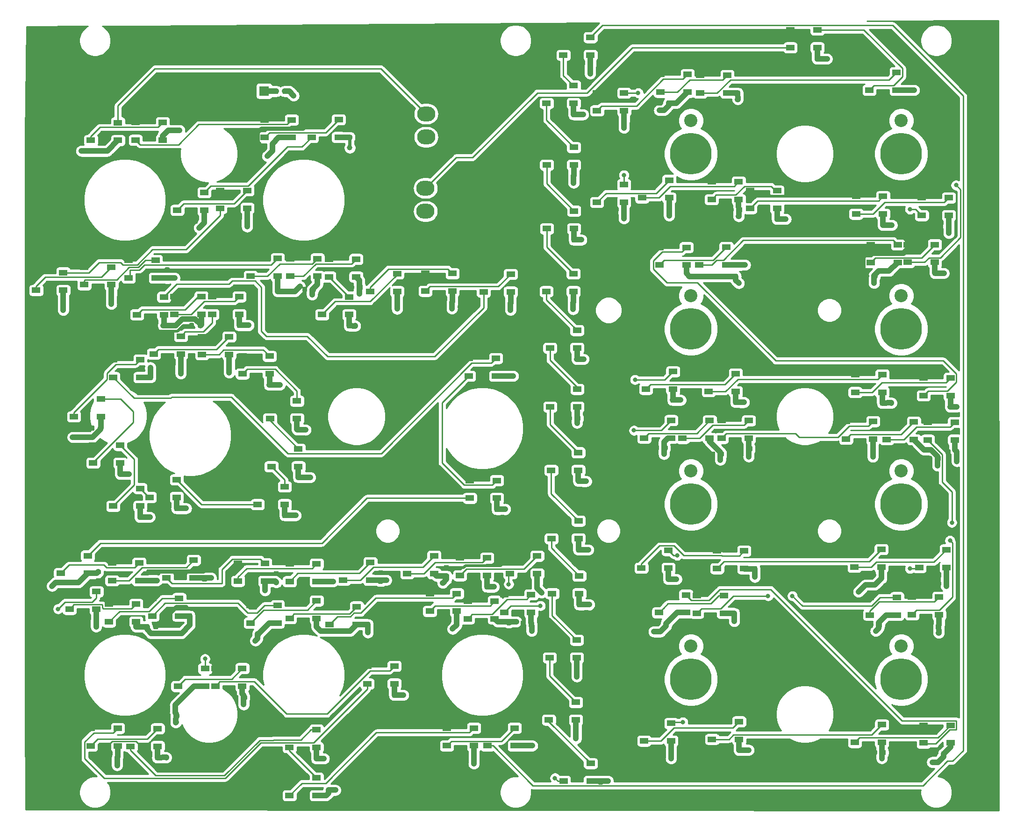
<source format=gbr>
%TF.GenerationSoftware,KiCad,Pcbnew,(5.1.6)-1*%
%TF.CreationDate,2020-12-18T17:17:26+11:00*%
%TF.ProjectId,COMM Panel PCB V2,434f4d4d-2050-4616-9e65-6c2050434220,rev?*%
%TF.SameCoordinates,Original*%
%TF.FileFunction,Copper,L1,Top*%
%TF.FilePolarity,Positive*%
%FSLAX46Y46*%
G04 Gerber Fmt 4.6, Leading zero omitted, Abs format (unit mm)*
G04 Created by KiCad (PCBNEW (5.1.6)-1) date 2020-12-18 17:17:26*
%MOMM*%
%LPD*%
G01*
G04 APERTURE LIST*
%TA.AperFunction,WasherPad*%
%ADD10C,2.381250*%
%TD*%
%TA.AperFunction,WasherPad*%
%ADD11C,7.540752*%
%TD*%
%TA.AperFunction,SMDPad,CuDef*%
%ADD12R,1.500000X1.000000*%
%TD*%
%TA.AperFunction,ComponentPad*%
%ADD13O,3.300000X2.700000*%
%TD*%
%TA.AperFunction,ComponentPad*%
%ADD14C,1.800000*%
%TD*%
%TA.AperFunction,ComponentPad*%
%ADD15R,1.800000X1.800000*%
%TD*%
%TA.AperFunction,ViaPad*%
%ADD16C,0.800000*%
%TD*%
%TA.AperFunction,ViaPad*%
%ADD17C,1.000000*%
%TD*%
%TA.AperFunction,Conductor*%
%ADD18C,0.250000*%
%TD*%
%TA.AperFunction,Conductor*%
%ADD19C,1.000000*%
%TD*%
%TA.AperFunction,Conductor*%
%ADD20C,0.600000*%
%TD*%
%TA.AperFunction,Conductor*%
%ADD21C,0.750000*%
%TD*%
%TA.AperFunction,Conductor*%
%ADD22C,0.500000*%
%TD*%
%TA.AperFunction,Conductor*%
%ADD23C,0.254000*%
%TD*%
G04 APERTURE END LIST*
D10*
%TO.P,9,*%
%TO.N,*%
X223019370Y-35629622D03*
D11*
X223019370Y-41629622D03*
%TD*%
%TO.P,8,*%
%TO.N,*%
X184919370Y-41629622D03*
D10*
X184919370Y-35629622D03*
%TD*%
D11*
%TO.P,11,*%
%TO.N,*%
X223019370Y-73379622D03*
D10*
X223019370Y-67379622D03*
%TD*%
%TO.P,10,*%
%TO.N,*%
X184919370Y-67379622D03*
D11*
X184919370Y-73379622D03*
%TD*%
D10*
%TO.P,13,*%
%TO.N,*%
X223019370Y-99129622D03*
D11*
X223019370Y-105129622D03*
%TD*%
%TO.P,12,*%
%TO.N,*%
X184919370Y-105129622D03*
D10*
X184919370Y-99129622D03*
%TD*%
%TO.P,16,*%
%TO.N,*%
X223019370Y-130879622D03*
D11*
X223019370Y-136879622D03*
%TD*%
D10*
%TO.P,14,*%
%TO.N,*%
X184919370Y-130879622D03*
D11*
X184919370Y-136879622D03*
%TD*%
%TO.P,C48,2*%
%TO.N,/LEDGND*%
%TA.AperFunction,SMDPad,CuDef*%
G36*
G01*
X152186250Y-127122500D02*
X151673750Y-127122500D01*
G75*
G02*
X151455000Y-126903750I0J218750D01*
G01*
X151455000Y-126466250D01*
G75*
G02*
X151673750Y-126247500I218750J0D01*
G01*
X152186250Y-126247500D01*
G75*
G02*
X152405000Y-126466250I0J-218750D01*
G01*
X152405000Y-126903750D01*
G75*
G02*
X152186250Y-127122500I-218750J0D01*
G01*
G37*
%TD.AperFunction*%
%TO.P,C48,1*%
%TO.N,/LED+5V*%
%TA.AperFunction,SMDPad,CuDef*%
G36*
G01*
X152186250Y-128697500D02*
X151673750Y-128697500D01*
G75*
G02*
X151455000Y-128478750I0J218750D01*
G01*
X151455000Y-128041250D01*
G75*
G02*
X151673750Y-127822500I218750J0D01*
G01*
X152186250Y-127822500D01*
G75*
G02*
X152405000Y-128041250I0J-218750D01*
G01*
X152405000Y-128478750D01*
G75*
G02*
X152186250Y-128697500I-218750J0D01*
G01*
G37*
%TD.AperFunction*%
%TD*%
%TO.P,C59,2*%
%TO.N,/LEDGND*%
%TA.AperFunction,SMDPad,CuDef*%
G36*
G01*
X166222500Y-26046250D02*
X166222500Y-25533750D01*
G75*
G02*
X166441250Y-25315000I218750J0D01*
G01*
X166878750Y-25315000D01*
G75*
G02*
X167097500Y-25533750I0J-218750D01*
G01*
X167097500Y-26046250D01*
G75*
G02*
X166878750Y-26265000I-218750J0D01*
G01*
X166441250Y-26265000D01*
G75*
G02*
X166222500Y-26046250I0J218750D01*
G01*
G37*
%TD.AperFunction*%
%TO.P,C59,1*%
%TO.N,/LED+5V*%
%TA.AperFunction,SMDPad,CuDef*%
G36*
G01*
X164647500Y-26046250D02*
X164647500Y-25533750D01*
G75*
G02*
X164866250Y-25315000I218750J0D01*
G01*
X165303750Y-25315000D01*
G75*
G02*
X165522500Y-25533750I0J-218750D01*
G01*
X165522500Y-26046250D01*
G75*
G02*
X165303750Y-26265000I-218750J0D01*
G01*
X164866250Y-26265000D01*
G75*
G02*
X164647500Y-26046250I0J218750D01*
G01*
G37*
%TD.AperFunction*%
%TD*%
D12*
%TO.P,D109,1*%
%TO.N,/LED+5V*%
X161850000Y-152150000D03*
%TO.P,D109,2*%
%TO.N,Net-(D109-Pad2)*%
X161850000Y-155350000D03*
%TO.P,D109,4*%
%TO.N,Net-(D109-Pad4)*%
X166750000Y-152150000D03*
%TO.P,D109,3*%
%TO.N,/LEDGND*%
X166750000Y-155350000D03*
%TD*%
%TO.P,C33,2*%
%TO.N,/LEDGND*%
%TA.AperFunction,SMDPad,CuDef*%
G36*
G01*
X86493750Y-118562500D02*
X87006250Y-118562500D01*
G75*
G02*
X87225000Y-118781250I0J-218750D01*
G01*
X87225000Y-119218750D01*
G75*
G02*
X87006250Y-119437500I-218750J0D01*
G01*
X86493750Y-119437500D01*
G75*
G02*
X86275000Y-119218750I0J218750D01*
G01*
X86275000Y-118781250D01*
G75*
G02*
X86493750Y-118562500I218750J0D01*
G01*
G37*
%TD.AperFunction*%
%TO.P,C33,1*%
%TO.N,/LED+5V*%
%TA.AperFunction,SMDPad,CuDef*%
G36*
G01*
X86493750Y-116987500D02*
X87006250Y-116987500D01*
G75*
G02*
X87225000Y-117206250I0J-218750D01*
G01*
X87225000Y-117643750D01*
G75*
G02*
X87006250Y-117862500I-218750J0D01*
G01*
X86493750Y-117862500D01*
G75*
G02*
X86275000Y-117643750I0J218750D01*
G01*
X86275000Y-117206250D01*
G75*
G02*
X86493750Y-116987500I218750J0D01*
G01*
G37*
%TD.AperFunction*%
%TD*%
%TO.P,C25,2*%
%TO.N,/LEDGND*%
%TA.AperFunction,SMDPad,CuDef*%
G36*
G01*
X91312500Y-106181250D02*
X91312500Y-105668750D01*
G75*
G02*
X91531250Y-105450000I218750J0D01*
G01*
X91968750Y-105450000D01*
G75*
G02*
X92187500Y-105668750I0J-218750D01*
G01*
X92187500Y-106181250D01*
G75*
G02*
X91968750Y-106400000I-218750J0D01*
G01*
X91531250Y-106400000D01*
G75*
G02*
X91312500Y-106181250I0J218750D01*
G01*
G37*
%TD.AperFunction*%
%TO.P,C25,1*%
%TO.N,/LED+5V*%
%TA.AperFunction,SMDPad,CuDef*%
G36*
G01*
X89737500Y-106181250D02*
X89737500Y-105668750D01*
G75*
G02*
X89956250Y-105450000I218750J0D01*
G01*
X90393750Y-105450000D01*
G75*
G02*
X90612500Y-105668750I0J-218750D01*
G01*
X90612500Y-106181250D01*
G75*
G02*
X90393750Y-106400000I-218750J0D01*
G01*
X89956250Y-106400000D01*
G75*
G02*
X89737500Y-106181250I0J218750D01*
G01*
G37*
%TD.AperFunction*%
%TD*%
D13*
%TO.P,J1,4*%
%TO.N,/DATAIN*%
X136943000Y-34408000D03*
%TO.P,J1,3*%
%TO.N,/LEDGND*%
X136943000Y-38608000D03*
%TO.P,J1,2*%
%TO.N,/LED+5V*%
X142443000Y-34408000D03*
%TO.P,J1,1*%
%TA.AperFunction,ComponentPad*%
G36*
G01*
X143842999Y-39958000D02*
X141043001Y-39958000D01*
G75*
G02*
X140793000Y-39707999I0J250001D01*
G01*
X140793000Y-37508001D01*
G75*
G02*
X141043001Y-37258000I250001J0D01*
G01*
X143842999Y-37258000D01*
G75*
G02*
X144093000Y-37508001I0J-250001D01*
G01*
X144093000Y-39707999D01*
G75*
G02*
X143842999Y-39958000I-250001J0D01*
G01*
G37*
%TD.AperFunction*%
%TD*%
%TO.P,R1,2*%
%TO.N,/LEDGND*%
%TA.AperFunction,SMDPad,CuDef*%
G36*
G01*
X110912500Y-30581250D02*
X110912500Y-30068750D01*
G75*
G02*
X111131250Y-29850000I218750J0D01*
G01*
X111568750Y-29850000D01*
G75*
G02*
X111787500Y-30068750I0J-218750D01*
G01*
X111787500Y-30581250D01*
G75*
G02*
X111568750Y-30800000I-218750J0D01*
G01*
X111131250Y-30800000D01*
G75*
G02*
X110912500Y-30581250I0J218750D01*
G01*
G37*
%TD.AperFunction*%
%TO.P,R1,1*%
%TO.N,Net-(D110-Pad1)*%
%TA.AperFunction,SMDPad,CuDef*%
G36*
G01*
X109337500Y-30581250D02*
X109337500Y-30068750D01*
G75*
G02*
X109556250Y-29850000I218750J0D01*
G01*
X109993750Y-29850000D01*
G75*
G02*
X110212500Y-30068750I0J-218750D01*
G01*
X110212500Y-30581250D01*
G75*
G02*
X109993750Y-30800000I-218750J0D01*
G01*
X109556250Y-30800000D01*
G75*
G02*
X109337500Y-30581250I0J218750D01*
G01*
G37*
%TD.AperFunction*%
%TD*%
%TO.P,J2,4*%
%TO.N,/DATAOUT*%
X136842000Y-47870000D03*
%TO.P,J2,3*%
%TO.N,/LEDGND*%
X136842000Y-52070000D03*
%TO.P,J2,2*%
%TO.N,/LED+5V*%
X142342000Y-47870000D03*
%TO.P,J2,1*%
%TA.AperFunction,ComponentPad*%
G36*
G01*
X143741999Y-53420000D02*
X140942001Y-53420000D01*
G75*
G02*
X140692000Y-53169999I0J250001D01*
G01*
X140692000Y-50970001D01*
G75*
G02*
X140942001Y-50720000I250001J0D01*
G01*
X143741999Y-50720000D01*
G75*
G02*
X143992000Y-50970001I0J-250001D01*
G01*
X143992000Y-53169999D01*
G75*
G02*
X143741999Y-53420000I-250001J0D01*
G01*
G37*
%TD.AperFunction*%
%TD*%
%TO.P,C110,2*%
%TO.N,/LEDGND*%
%TA.AperFunction,SMDPad,CuDef*%
G36*
G01*
X76156250Y-41587500D02*
X75643750Y-41587500D01*
G75*
G02*
X75425000Y-41368750I0J218750D01*
G01*
X75425000Y-40931250D01*
G75*
G02*
X75643750Y-40712500I218750J0D01*
G01*
X76156250Y-40712500D01*
G75*
G02*
X76375000Y-40931250I0J-218750D01*
G01*
X76375000Y-41368750D01*
G75*
G02*
X76156250Y-41587500I-218750J0D01*
G01*
G37*
%TD.AperFunction*%
%TO.P,C110,1*%
%TO.N,/LED+5V*%
%TA.AperFunction,SMDPad,CuDef*%
G36*
G01*
X76156250Y-43162500D02*
X75643750Y-43162500D01*
G75*
G02*
X75425000Y-42943750I0J218750D01*
G01*
X75425000Y-42506250D01*
G75*
G02*
X75643750Y-42287500I218750J0D01*
G01*
X76156250Y-42287500D01*
G75*
G02*
X76375000Y-42506250I0J-218750D01*
G01*
X76375000Y-42943750D01*
G75*
G02*
X76156250Y-43162500I-218750J0D01*
G01*
G37*
%TD.AperFunction*%
%TD*%
%TO.P,C109,2*%
%TO.N,/LEDGND*%
%TA.AperFunction,SMDPad,CuDef*%
G36*
G01*
X168293750Y-155130000D02*
X168806250Y-155130000D01*
G75*
G02*
X169025000Y-155348750I0J-218750D01*
G01*
X169025000Y-155786250D01*
G75*
G02*
X168806250Y-156005000I-218750J0D01*
G01*
X168293750Y-156005000D01*
G75*
G02*
X168075000Y-155786250I0J218750D01*
G01*
X168075000Y-155348750D01*
G75*
G02*
X168293750Y-155130000I218750J0D01*
G01*
G37*
%TD.AperFunction*%
%TO.P,C109,1*%
%TO.N,/LED+5V*%
%TA.AperFunction,SMDPad,CuDef*%
G36*
G01*
X168293750Y-153555000D02*
X168806250Y-153555000D01*
G75*
G02*
X169025000Y-153773750I0J-218750D01*
G01*
X169025000Y-154211250D01*
G75*
G02*
X168806250Y-154430000I-218750J0D01*
G01*
X168293750Y-154430000D01*
G75*
G02*
X168075000Y-154211250I0J218750D01*
G01*
X168075000Y-153773750D01*
G75*
G02*
X168293750Y-153555000I218750J0D01*
G01*
G37*
%TD.AperFunction*%
%TD*%
%TO.P,C108,2*%
%TO.N,/LEDGND*%
%TA.AperFunction,SMDPad,CuDef*%
G36*
G01*
X122570000Y-73076250D02*
X122570000Y-72563750D01*
G75*
G02*
X122788750Y-72345000I218750J0D01*
G01*
X123226250Y-72345000D01*
G75*
G02*
X123445000Y-72563750I0J-218750D01*
G01*
X123445000Y-73076250D01*
G75*
G02*
X123226250Y-73295000I-218750J0D01*
G01*
X122788750Y-73295000D01*
G75*
G02*
X122570000Y-73076250I0J218750D01*
G01*
G37*
%TD.AperFunction*%
%TO.P,C108,1*%
%TO.N,/LED+5V*%
%TA.AperFunction,SMDPad,CuDef*%
G36*
G01*
X120995000Y-73076250D02*
X120995000Y-72563750D01*
G75*
G02*
X121213750Y-72345000I218750J0D01*
G01*
X121651250Y-72345000D01*
G75*
G02*
X121870000Y-72563750I0J-218750D01*
G01*
X121870000Y-73076250D01*
G75*
G02*
X121651250Y-73295000I-218750J0D01*
G01*
X121213750Y-73295000D01*
G75*
G02*
X120995000Y-73076250I0J218750D01*
G01*
G37*
%TD.AperFunction*%
%TD*%
%TO.P,C107,2*%
%TO.N,/LEDGND*%
%TA.AperFunction,SMDPad,CuDef*%
G36*
G01*
X207372500Y-24706250D02*
X207372500Y-24193750D01*
G75*
G02*
X207591250Y-23975000I218750J0D01*
G01*
X208028750Y-23975000D01*
G75*
G02*
X208247500Y-24193750I0J-218750D01*
G01*
X208247500Y-24706250D01*
G75*
G02*
X208028750Y-24925000I-218750J0D01*
G01*
X207591250Y-24925000D01*
G75*
G02*
X207372500Y-24706250I0J218750D01*
G01*
G37*
%TD.AperFunction*%
%TO.P,C107,1*%
%TO.N,/LED+5V*%
%TA.AperFunction,SMDPad,CuDef*%
G36*
G01*
X205797500Y-24706250D02*
X205797500Y-24193750D01*
G75*
G02*
X206016250Y-23975000I218750J0D01*
G01*
X206453750Y-23975000D01*
G75*
G02*
X206672500Y-24193750I0J-218750D01*
G01*
X206672500Y-24706250D01*
G75*
G02*
X206453750Y-24925000I-218750J0D01*
G01*
X206016250Y-24925000D01*
G75*
G02*
X205797500Y-24706250I0J218750D01*
G01*
G37*
%TD.AperFunction*%
%TD*%
%TO.P,C106,2*%
%TO.N,/LEDGND*%
%TA.AperFunction,SMDPad,CuDef*%
G36*
G01*
X223883750Y-29687500D02*
X224396250Y-29687500D01*
G75*
G02*
X224615000Y-29906250I0J-218750D01*
G01*
X224615000Y-30343750D01*
G75*
G02*
X224396250Y-30562500I-218750J0D01*
G01*
X223883750Y-30562500D01*
G75*
G02*
X223665000Y-30343750I0J218750D01*
G01*
X223665000Y-29906250D01*
G75*
G02*
X223883750Y-29687500I218750J0D01*
G01*
G37*
%TD.AperFunction*%
%TO.P,C106,1*%
%TO.N,/LED+5V*%
%TA.AperFunction,SMDPad,CuDef*%
G36*
G01*
X223883750Y-28112500D02*
X224396250Y-28112500D01*
G75*
G02*
X224615000Y-28331250I0J-218750D01*
G01*
X224615000Y-28768750D01*
G75*
G02*
X224396250Y-28987500I-218750J0D01*
G01*
X223883750Y-28987500D01*
G75*
G02*
X223665000Y-28768750I0J218750D01*
G01*
X223665000Y-28331250D01*
G75*
G02*
X223883750Y-28112500I218750J0D01*
G01*
G37*
%TD.AperFunction*%
%TD*%
%TO.P,C105,2*%
%TO.N,/LEDGND*%
%TA.AperFunction,SMDPad,CuDef*%
G36*
G01*
X193837500Y-30403750D02*
X193837500Y-30916250D01*
G75*
G02*
X193618750Y-31135000I-218750J0D01*
G01*
X193181250Y-31135000D01*
G75*
G02*
X192962500Y-30916250I0J218750D01*
G01*
X192962500Y-30403750D01*
G75*
G02*
X193181250Y-30185000I218750J0D01*
G01*
X193618750Y-30185000D01*
G75*
G02*
X193837500Y-30403750I0J-218750D01*
G01*
G37*
%TD.AperFunction*%
%TO.P,C105,1*%
%TO.N,/LED+5V*%
%TA.AperFunction,SMDPad,CuDef*%
G36*
G01*
X195412500Y-30403750D02*
X195412500Y-30916250D01*
G75*
G02*
X195193750Y-31135000I-218750J0D01*
G01*
X194756250Y-31135000D01*
G75*
G02*
X194537500Y-30916250I0J218750D01*
G01*
X194537500Y-30403750D01*
G75*
G02*
X194756250Y-30185000I218750J0D01*
G01*
X195193750Y-30185000D01*
G75*
G02*
X195412500Y-30403750I0J-218750D01*
G01*
G37*
%TD.AperFunction*%
%TD*%
%TO.P,C104,2*%
%TO.N,/LEDGND*%
%TA.AperFunction,SMDPad,CuDef*%
G36*
G01*
X180442500Y-32736250D02*
X180442500Y-32223750D01*
G75*
G02*
X180661250Y-32005000I218750J0D01*
G01*
X181098750Y-32005000D01*
G75*
G02*
X181317500Y-32223750I0J-218750D01*
G01*
X181317500Y-32736250D01*
G75*
G02*
X181098750Y-32955000I-218750J0D01*
G01*
X180661250Y-32955000D01*
G75*
G02*
X180442500Y-32736250I0J218750D01*
G01*
G37*
%TD.AperFunction*%
%TO.P,C104,1*%
%TO.N,/LED+5V*%
%TA.AperFunction,SMDPad,CuDef*%
G36*
G01*
X178867500Y-32736250D02*
X178867500Y-32223750D01*
G75*
G02*
X179086250Y-32005000I218750J0D01*
G01*
X179523750Y-32005000D01*
G75*
G02*
X179742500Y-32223750I0J-218750D01*
G01*
X179742500Y-32736250D01*
G75*
G02*
X179523750Y-32955000I-218750J0D01*
G01*
X179086250Y-32955000D01*
G75*
G02*
X178867500Y-32736250I0J218750D01*
G01*
G37*
%TD.AperFunction*%
%TD*%
%TO.P,C103,2*%
%TO.N,/LEDGND*%
%TA.AperFunction,SMDPad,CuDef*%
G36*
G01*
X172362500Y-36066250D02*
X172362500Y-35553750D01*
G75*
G02*
X172581250Y-35335000I218750J0D01*
G01*
X173018750Y-35335000D01*
G75*
G02*
X173237500Y-35553750I0J-218750D01*
G01*
X173237500Y-36066250D01*
G75*
G02*
X173018750Y-36285000I-218750J0D01*
G01*
X172581250Y-36285000D01*
G75*
G02*
X172362500Y-36066250I0J218750D01*
G01*
G37*
%TD.AperFunction*%
%TO.P,C103,1*%
%TO.N,/LED+5V*%
%TA.AperFunction,SMDPad,CuDef*%
G36*
G01*
X170787500Y-36066250D02*
X170787500Y-35553750D01*
G75*
G02*
X171006250Y-35335000I218750J0D01*
G01*
X171443750Y-35335000D01*
G75*
G02*
X171662500Y-35553750I0J-218750D01*
G01*
X171662500Y-36066250D01*
G75*
G02*
X171443750Y-36285000I-218750J0D01*
G01*
X171006250Y-36285000D01*
G75*
G02*
X170787500Y-36066250I0J218750D01*
G01*
G37*
%TD.AperFunction*%
%TD*%
%TO.P,C102,2*%
%TO.N,/LEDGND*%
%TA.AperFunction,SMDPad,CuDef*%
G36*
G01*
X231117500Y-55056250D02*
X231117500Y-54543750D01*
G75*
G02*
X231336250Y-54325000I218750J0D01*
G01*
X231773750Y-54325000D01*
G75*
G02*
X231992500Y-54543750I0J-218750D01*
G01*
X231992500Y-55056250D01*
G75*
G02*
X231773750Y-55275000I-218750J0D01*
G01*
X231336250Y-55275000D01*
G75*
G02*
X231117500Y-55056250I0J218750D01*
G01*
G37*
%TD.AperFunction*%
%TO.P,C102,1*%
%TO.N,/LED+5V*%
%TA.AperFunction,SMDPad,CuDef*%
G36*
G01*
X229542500Y-55056250D02*
X229542500Y-54543750D01*
G75*
G02*
X229761250Y-54325000I218750J0D01*
G01*
X230198750Y-54325000D01*
G75*
G02*
X230417500Y-54543750I0J-218750D01*
G01*
X230417500Y-55056250D01*
G75*
G02*
X230198750Y-55275000I-218750J0D01*
G01*
X229761250Y-55275000D01*
G75*
G02*
X229542500Y-55056250I0J218750D01*
G01*
G37*
%TD.AperFunction*%
%TD*%
%TO.P,C101,2*%
%TO.N,/LEDGND*%
%TA.AperFunction,SMDPad,CuDef*%
G36*
G01*
X219282500Y-54836250D02*
X219282500Y-54323750D01*
G75*
G02*
X219501250Y-54105000I218750J0D01*
G01*
X219938750Y-54105000D01*
G75*
G02*
X220157500Y-54323750I0J-218750D01*
G01*
X220157500Y-54836250D01*
G75*
G02*
X219938750Y-55055000I-218750J0D01*
G01*
X219501250Y-55055000D01*
G75*
G02*
X219282500Y-54836250I0J218750D01*
G01*
G37*
%TD.AperFunction*%
%TO.P,C101,1*%
%TO.N,/LED+5V*%
%TA.AperFunction,SMDPad,CuDef*%
G36*
G01*
X217707500Y-54836250D02*
X217707500Y-54323750D01*
G75*
G02*
X217926250Y-54105000I218750J0D01*
G01*
X218363750Y-54105000D01*
G75*
G02*
X218582500Y-54323750I0J-218750D01*
G01*
X218582500Y-54836250D01*
G75*
G02*
X218363750Y-55055000I-218750J0D01*
G01*
X217926250Y-55055000D01*
G75*
G02*
X217707500Y-54836250I0J218750D01*
G01*
G37*
%TD.AperFunction*%
%TD*%
%TO.P,C100,2*%
%TO.N,/LEDGND*%
%TA.AperFunction,SMDPad,CuDef*%
G36*
G01*
X200092500Y-53746250D02*
X200092500Y-53233750D01*
G75*
G02*
X200311250Y-53015000I218750J0D01*
G01*
X200748750Y-53015000D01*
G75*
G02*
X200967500Y-53233750I0J-218750D01*
G01*
X200967500Y-53746250D01*
G75*
G02*
X200748750Y-53965000I-218750J0D01*
G01*
X200311250Y-53965000D01*
G75*
G02*
X200092500Y-53746250I0J218750D01*
G01*
G37*
%TD.AperFunction*%
%TO.P,C100,1*%
%TO.N,/LED+5V*%
%TA.AperFunction,SMDPad,CuDef*%
G36*
G01*
X198517500Y-53746250D02*
X198517500Y-53233750D01*
G75*
G02*
X198736250Y-53015000I218750J0D01*
G01*
X199173750Y-53015000D01*
G75*
G02*
X199392500Y-53233750I0J-218750D01*
G01*
X199392500Y-53746250D01*
G75*
G02*
X199173750Y-53965000I-218750J0D01*
G01*
X198736250Y-53965000D01*
G75*
G02*
X198517500Y-53746250I0J218750D01*
G01*
G37*
%TD.AperFunction*%
%TD*%
%TO.P,C99,2*%
%TO.N,/LEDGND*%
%TA.AperFunction,SMDPad,CuDef*%
G36*
G01*
X193350000Y-52056250D02*
X193350000Y-51543750D01*
G75*
G02*
X193568750Y-51325000I218750J0D01*
G01*
X194006250Y-51325000D01*
G75*
G02*
X194225000Y-51543750I0J-218750D01*
G01*
X194225000Y-52056250D01*
G75*
G02*
X194006250Y-52275000I-218750J0D01*
G01*
X193568750Y-52275000D01*
G75*
G02*
X193350000Y-52056250I0J218750D01*
G01*
G37*
%TD.AperFunction*%
%TO.P,C99,1*%
%TO.N,/LED+5V*%
%TA.AperFunction,SMDPad,CuDef*%
G36*
G01*
X191775000Y-52056250D02*
X191775000Y-51543750D01*
G75*
G02*
X191993750Y-51325000I218750J0D01*
G01*
X192431250Y-51325000D01*
G75*
G02*
X192650000Y-51543750I0J-218750D01*
G01*
X192650000Y-52056250D01*
G75*
G02*
X192431250Y-52275000I-218750J0D01*
G01*
X191993750Y-52275000D01*
G75*
G02*
X191775000Y-52056250I0J218750D01*
G01*
G37*
%TD.AperFunction*%
%TD*%
%TO.P,C98,2*%
%TO.N,/LEDGND*%
%TA.AperFunction,SMDPad,CuDef*%
G36*
G01*
X180527500Y-51926250D02*
X180527500Y-51413750D01*
G75*
G02*
X180746250Y-51195000I218750J0D01*
G01*
X181183750Y-51195000D01*
G75*
G02*
X181402500Y-51413750I0J-218750D01*
G01*
X181402500Y-51926250D01*
G75*
G02*
X181183750Y-52145000I-218750J0D01*
G01*
X180746250Y-52145000D01*
G75*
G02*
X180527500Y-51926250I0J218750D01*
G01*
G37*
%TD.AperFunction*%
%TO.P,C98,1*%
%TO.N,/LED+5V*%
%TA.AperFunction,SMDPad,CuDef*%
G36*
G01*
X178952500Y-51926250D02*
X178952500Y-51413750D01*
G75*
G02*
X179171250Y-51195000I218750J0D01*
G01*
X179608750Y-51195000D01*
G75*
G02*
X179827500Y-51413750I0J-218750D01*
G01*
X179827500Y-51926250D01*
G75*
G02*
X179608750Y-52145000I-218750J0D01*
G01*
X179171250Y-52145000D01*
G75*
G02*
X178952500Y-51926250I0J218750D01*
G01*
G37*
%TD.AperFunction*%
%TD*%
%TO.P,C97,2*%
%TO.N,/LEDGND*%
%TA.AperFunction,SMDPad,CuDef*%
G36*
G01*
X172277500Y-52596250D02*
X172277500Y-52083750D01*
G75*
G02*
X172496250Y-51865000I218750J0D01*
G01*
X172933750Y-51865000D01*
G75*
G02*
X173152500Y-52083750I0J-218750D01*
G01*
X173152500Y-52596250D01*
G75*
G02*
X172933750Y-52815000I-218750J0D01*
G01*
X172496250Y-52815000D01*
G75*
G02*
X172277500Y-52596250I0J218750D01*
G01*
G37*
%TD.AperFunction*%
%TO.P,C97,1*%
%TO.N,/LED+5V*%
%TA.AperFunction,SMDPad,CuDef*%
G36*
G01*
X170702500Y-52596250D02*
X170702500Y-52083750D01*
G75*
G02*
X170921250Y-51865000I218750J0D01*
G01*
X171358750Y-51865000D01*
G75*
G02*
X171577500Y-52083750I0J-218750D01*
G01*
X171577500Y-52596250D01*
G75*
G02*
X171358750Y-52815000I-218750J0D01*
G01*
X170921250Y-52815000D01*
G75*
G02*
X170702500Y-52596250I0J218750D01*
G01*
G37*
%TD.AperFunction*%
%TD*%
%TO.P,C96,2*%
%TO.N,/LEDGND*%
%TA.AperFunction,SMDPad,CuDef*%
G36*
G01*
X228712500Y-63556250D02*
X228712500Y-63043750D01*
G75*
G02*
X228931250Y-62825000I218750J0D01*
G01*
X229368750Y-62825000D01*
G75*
G02*
X229587500Y-63043750I0J-218750D01*
G01*
X229587500Y-63556250D01*
G75*
G02*
X229368750Y-63775000I-218750J0D01*
G01*
X228931250Y-63775000D01*
G75*
G02*
X228712500Y-63556250I0J218750D01*
G01*
G37*
%TD.AperFunction*%
%TO.P,C96,1*%
%TO.N,/LED+5V*%
%TA.AperFunction,SMDPad,CuDef*%
G36*
G01*
X227137500Y-63556250D02*
X227137500Y-63043750D01*
G75*
G02*
X227356250Y-62825000I218750J0D01*
G01*
X227793750Y-62825000D01*
G75*
G02*
X228012500Y-63043750I0J-218750D01*
G01*
X228012500Y-63556250D01*
G75*
G02*
X227793750Y-63775000I-218750J0D01*
G01*
X227356250Y-63775000D01*
G75*
G02*
X227137500Y-63556250I0J218750D01*
G01*
G37*
%TD.AperFunction*%
%TD*%
%TO.P,C95,2*%
%TO.N,/LEDGND*%
%TA.AperFunction,SMDPad,CuDef*%
G36*
G01*
X217850000Y-64056250D02*
X217850000Y-63543750D01*
G75*
G02*
X218068750Y-63325000I218750J0D01*
G01*
X218506250Y-63325000D01*
G75*
G02*
X218725000Y-63543750I0J-218750D01*
G01*
X218725000Y-64056250D01*
G75*
G02*
X218506250Y-64275000I-218750J0D01*
G01*
X218068750Y-64275000D01*
G75*
G02*
X217850000Y-64056250I0J218750D01*
G01*
G37*
%TD.AperFunction*%
%TO.P,C95,1*%
%TO.N,/LED+5V*%
%TA.AperFunction,SMDPad,CuDef*%
G36*
G01*
X216275000Y-64056250D02*
X216275000Y-63543750D01*
G75*
G02*
X216493750Y-63325000I218750J0D01*
G01*
X216931250Y-63325000D01*
G75*
G02*
X217150000Y-63543750I0J-218750D01*
G01*
X217150000Y-64056250D01*
G75*
G02*
X216931250Y-64275000I-218750J0D01*
G01*
X216493750Y-64275000D01*
G75*
G02*
X216275000Y-64056250I0J218750D01*
G01*
G37*
%TD.AperFunction*%
%TD*%
%TO.P,C94,2*%
%TO.N,/LEDGND*%
%TA.AperFunction,SMDPad,CuDef*%
G36*
G01*
X193003750Y-61367500D02*
X193516250Y-61367500D01*
G75*
G02*
X193735000Y-61586250I0J-218750D01*
G01*
X193735000Y-62023750D01*
G75*
G02*
X193516250Y-62242500I-218750J0D01*
G01*
X193003750Y-62242500D01*
G75*
G02*
X192785000Y-62023750I0J218750D01*
G01*
X192785000Y-61586250D01*
G75*
G02*
X193003750Y-61367500I218750J0D01*
G01*
G37*
%TD.AperFunction*%
%TO.P,C94,1*%
%TO.N,/LED+5V*%
%TA.AperFunction,SMDPad,CuDef*%
G36*
G01*
X193003750Y-59792500D02*
X193516250Y-59792500D01*
G75*
G02*
X193735000Y-60011250I0J-218750D01*
G01*
X193735000Y-60448750D01*
G75*
G02*
X193516250Y-60667500I-218750J0D01*
G01*
X193003750Y-60667500D01*
G75*
G02*
X192785000Y-60448750I0J218750D01*
G01*
X192785000Y-60011250D01*
G75*
G02*
X193003750Y-59792500I218750J0D01*
G01*
G37*
%TD.AperFunction*%
%TD*%
%TO.P,C93,2*%
%TO.N,/LEDGND*%
%TA.AperFunction,SMDPad,CuDef*%
G36*
G01*
X193477500Y-63653750D02*
X193477500Y-64166250D01*
G75*
G02*
X193258750Y-64385000I-218750J0D01*
G01*
X192821250Y-64385000D01*
G75*
G02*
X192602500Y-64166250I0J218750D01*
G01*
X192602500Y-63653750D01*
G75*
G02*
X192821250Y-63435000I218750J0D01*
G01*
X193258750Y-63435000D01*
G75*
G02*
X193477500Y-63653750I0J-218750D01*
G01*
G37*
%TD.AperFunction*%
%TO.P,C93,1*%
%TO.N,/LED+5V*%
%TA.AperFunction,SMDPad,CuDef*%
G36*
G01*
X195052500Y-63653750D02*
X195052500Y-64166250D01*
G75*
G02*
X194833750Y-64385000I-218750J0D01*
G01*
X194396250Y-64385000D01*
G75*
G02*
X194177500Y-64166250I0J218750D01*
G01*
X194177500Y-63653750D01*
G75*
G02*
X194396250Y-63435000I218750J0D01*
G01*
X194833750Y-63435000D01*
G75*
G02*
X195052500Y-63653750I0J-218750D01*
G01*
G37*
%TD.AperFunction*%
%TD*%
%TO.P,C92,2*%
%TO.N,/LEDGND*%
%TA.AperFunction,SMDPad,CuDef*%
G36*
G01*
X231492500Y-87766250D02*
X231492500Y-87253750D01*
G75*
G02*
X231711250Y-87035000I218750J0D01*
G01*
X232148750Y-87035000D01*
G75*
G02*
X232367500Y-87253750I0J-218750D01*
G01*
X232367500Y-87766250D01*
G75*
G02*
X232148750Y-87985000I-218750J0D01*
G01*
X231711250Y-87985000D01*
G75*
G02*
X231492500Y-87766250I0J218750D01*
G01*
G37*
%TD.AperFunction*%
%TO.P,C92,1*%
%TO.N,/LED+5V*%
%TA.AperFunction,SMDPad,CuDef*%
G36*
G01*
X229917500Y-87766250D02*
X229917500Y-87253750D01*
G75*
G02*
X230136250Y-87035000I218750J0D01*
G01*
X230573750Y-87035000D01*
G75*
G02*
X230792500Y-87253750I0J-218750D01*
G01*
X230792500Y-87766250D01*
G75*
G02*
X230573750Y-87985000I-218750J0D01*
G01*
X230136250Y-87985000D01*
G75*
G02*
X229917500Y-87766250I0J218750D01*
G01*
G37*
%TD.AperFunction*%
%TD*%
%TO.P,C91,2*%
%TO.N,/LEDGND*%
%TA.AperFunction,SMDPad,CuDef*%
G36*
G01*
X219157500Y-87076250D02*
X219157500Y-86563750D01*
G75*
G02*
X219376250Y-86345000I218750J0D01*
G01*
X219813750Y-86345000D01*
G75*
G02*
X220032500Y-86563750I0J-218750D01*
G01*
X220032500Y-87076250D01*
G75*
G02*
X219813750Y-87295000I-218750J0D01*
G01*
X219376250Y-87295000D01*
G75*
G02*
X219157500Y-87076250I0J218750D01*
G01*
G37*
%TD.AperFunction*%
%TO.P,C91,1*%
%TO.N,/LED+5V*%
%TA.AperFunction,SMDPad,CuDef*%
G36*
G01*
X217582500Y-87076250D02*
X217582500Y-86563750D01*
G75*
G02*
X217801250Y-86345000I218750J0D01*
G01*
X218238750Y-86345000D01*
G75*
G02*
X218457500Y-86563750I0J-218750D01*
G01*
X218457500Y-87076250D01*
G75*
G02*
X218238750Y-87295000I-218750J0D01*
G01*
X217801250Y-87295000D01*
G75*
G02*
X217582500Y-87076250I0J218750D01*
G01*
G37*
%TD.AperFunction*%
%TD*%
%TO.P,C90,2*%
%TO.N,/LEDGND*%
%TA.AperFunction,SMDPad,CuDef*%
G36*
G01*
X192592500Y-86936250D02*
X192592500Y-86423750D01*
G75*
G02*
X192811250Y-86205000I218750J0D01*
G01*
X193248750Y-86205000D01*
G75*
G02*
X193467500Y-86423750I0J-218750D01*
G01*
X193467500Y-86936250D01*
G75*
G02*
X193248750Y-87155000I-218750J0D01*
G01*
X192811250Y-87155000D01*
G75*
G02*
X192592500Y-86936250I0J218750D01*
G01*
G37*
%TD.AperFunction*%
%TO.P,C90,1*%
%TO.N,/LED+5V*%
%TA.AperFunction,SMDPad,CuDef*%
G36*
G01*
X191017500Y-86936250D02*
X191017500Y-86423750D01*
G75*
G02*
X191236250Y-86205000I218750J0D01*
G01*
X191673750Y-86205000D01*
G75*
G02*
X191892500Y-86423750I0J-218750D01*
G01*
X191892500Y-86936250D01*
G75*
G02*
X191673750Y-87155000I-218750J0D01*
G01*
X191236250Y-87155000D01*
G75*
G02*
X191017500Y-86936250I0J218750D01*
G01*
G37*
%TD.AperFunction*%
%TD*%
%TO.P,C89,2*%
%TO.N,/LEDGND*%
%TA.AperFunction,SMDPad,CuDef*%
G36*
G01*
X181182500Y-86546250D02*
X181182500Y-86033750D01*
G75*
G02*
X181401250Y-85815000I218750J0D01*
G01*
X181838750Y-85815000D01*
G75*
G02*
X182057500Y-86033750I0J-218750D01*
G01*
X182057500Y-86546250D01*
G75*
G02*
X181838750Y-86765000I-218750J0D01*
G01*
X181401250Y-86765000D01*
G75*
G02*
X181182500Y-86546250I0J218750D01*
G01*
G37*
%TD.AperFunction*%
%TO.P,C89,1*%
%TO.N,/LED+5V*%
%TA.AperFunction,SMDPad,CuDef*%
G36*
G01*
X179607500Y-86546250D02*
X179607500Y-86033750D01*
G75*
G02*
X179826250Y-85815000I218750J0D01*
G01*
X180263750Y-85815000D01*
G75*
G02*
X180482500Y-86033750I0J-218750D01*
G01*
X180482500Y-86546250D01*
G75*
G02*
X180263750Y-86765000I-218750J0D01*
G01*
X179826250Y-86765000D01*
G75*
G02*
X179607500Y-86546250I0J218750D01*
G01*
G37*
%TD.AperFunction*%
%TD*%
%TO.P,C88,2*%
%TO.N,/LEDGND*%
%TA.AperFunction,SMDPad,CuDef*%
G36*
G01*
X232662500Y-95916250D02*
X232662500Y-95403750D01*
G75*
G02*
X232881250Y-95185000I218750J0D01*
G01*
X233318750Y-95185000D01*
G75*
G02*
X233537500Y-95403750I0J-218750D01*
G01*
X233537500Y-95916250D01*
G75*
G02*
X233318750Y-96135000I-218750J0D01*
G01*
X232881250Y-96135000D01*
G75*
G02*
X232662500Y-95916250I0J218750D01*
G01*
G37*
%TD.AperFunction*%
%TO.P,C88,1*%
%TO.N,/LED+5V*%
%TA.AperFunction,SMDPad,CuDef*%
G36*
G01*
X231087500Y-95916250D02*
X231087500Y-95403750D01*
G75*
G02*
X231306250Y-95185000I218750J0D01*
G01*
X231743750Y-95185000D01*
G75*
G02*
X231962500Y-95403750I0J-218750D01*
G01*
X231962500Y-95916250D01*
G75*
G02*
X231743750Y-96135000I-218750J0D01*
G01*
X231306250Y-96135000D01*
G75*
G02*
X231087500Y-95916250I0J218750D01*
G01*
G37*
%TD.AperFunction*%
%TD*%
%TO.P,C87,2*%
%TO.N,/LEDGND*%
%TA.AperFunction,SMDPad,CuDef*%
G36*
G01*
X229330000Y-97156250D02*
X229330000Y-96643750D01*
G75*
G02*
X229548750Y-96425000I218750J0D01*
G01*
X229986250Y-96425000D01*
G75*
G02*
X230205000Y-96643750I0J-218750D01*
G01*
X230205000Y-97156250D01*
G75*
G02*
X229986250Y-97375000I-218750J0D01*
G01*
X229548750Y-97375000D01*
G75*
G02*
X229330000Y-97156250I0J218750D01*
G01*
G37*
%TD.AperFunction*%
%TO.P,C87,1*%
%TO.N,/LED+5V*%
%TA.AperFunction,SMDPad,CuDef*%
G36*
G01*
X227755000Y-97156250D02*
X227755000Y-96643750D01*
G75*
G02*
X227973750Y-96425000I218750J0D01*
G01*
X228411250Y-96425000D01*
G75*
G02*
X228630000Y-96643750I0J-218750D01*
G01*
X228630000Y-97156250D01*
G75*
G02*
X228411250Y-97375000I-218750J0D01*
G01*
X227973750Y-97375000D01*
G75*
G02*
X227755000Y-97156250I0J218750D01*
G01*
G37*
%TD.AperFunction*%
%TD*%
%TO.P,C86,2*%
%TO.N,/LEDGND*%
%TA.AperFunction,SMDPad,CuDef*%
G36*
G01*
X217442500Y-95646250D02*
X217442500Y-95133750D01*
G75*
G02*
X217661250Y-94915000I218750J0D01*
G01*
X218098750Y-94915000D01*
G75*
G02*
X218317500Y-95133750I0J-218750D01*
G01*
X218317500Y-95646250D01*
G75*
G02*
X218098750Y-95865000I-218750J0D01*
G01*
X217661250Y-95865000D01*
G75*
G02*
X217442500Y-95646250I0J218750D01*
G01*
G37*
%TD.AperFunction*%
%TO.P,C86,1*%
%TO.N,/LED+5V*%
%TA.AperFunction,SMDPad,CuDef*%
G36*
G01*
X215867500Y-95646250D02*
X215867500Y-95133750D01*
G75*
G02*
X216086250Y-94915000I218750J0D01*
G01*
X216523750Y-94915000D01*
G75*
G02*
X216742500Y-95133750I0J-218750D01*
G01*
X216742500Y-95646250D01*
G75*
G02*
X216523750Y-95865000I-218750J0D01*
G01*
X216086250Y-95865000D01*
G75*
G02*
X215867500Y-95646250I0J218750D01*
G01*
G37*
%TD.AperFunction*%
%TD*%
%TO.P,C85,2*%
%TO.N,/LEDGND*%
%TA.AperFunction,SMDPad,CuDef*%
G36*
G01*
X195200000Y-95356250D02*
X195200000Y-94843750D01*
G75*
G02*
X195418750Y-94625000I218750J0D01*
G01*
X195856250Y-94625000D01*
G75*
G02*
X196075000Y-94843750I0J-218750D01*
G01*
X196075000Y-95356250D01*
G75*
G02*
X195856250Y-95575000I-218750J0D01*
G01*
X195418750Y-95575000D01*
G75*
G02*
X195200000Y-95356250I0J218750D01*
G01*
G37*
%TD.AperFunction*%
%TO.P,C85,1*%
%TO.N,/LED+5V*%
%TA.AperFunction,SMDPad,CuDef*%
G36*
G01*
X193625000Y-95356250D02*
X193625000Y-94843750D01*
G75*
G02*
X193843750Y-94625000I218750J0D01*
G01*
X194281250Y-94625000D01*
G75*
G02*
X194500000Y-94843750I0J-218750D01*
G01*
X194500000Y-95356250D01*
G75*
G02*
X194281250Y-95575000I-218750J0D01*
G01*
X193843750Y-95575000D01*
G75*
G02*
X193625000Y-95356250I0J218750D01*
G01*
G37*
%TD.AperFunction*%
%TD*%
%TO.P,C84,2*%
%TO.N,/LEDGND*%
%TA.AperFunction,SMDPad,CuDef*%
G36*
G01*
X190030000Y-96356250D02*
X190030000Y-95843750D01*
G75*
G02*
X190248750Y-95625000I218750J0D01*
G01*
X190686250Y-95625000D01*
G75*
G02*
X190905000Y-95843750I0J-218750D01*
G01*
X190905000Y-96356250D01*
G75*
G02*
X190686250Y-96575000I-218750J0D01*
G01*
X190248750Y-96575000D01*
G75*
G02*
X190030000Y-96356250I0J218750D01*
G01*
G37*
%TD.AperFunction*%
%TO.P,C84,1*%
%TO.N,/LED+5V*%
%TA.AperFunction,SMDPad,CuDef*%
G36*
G01*
X188455000Y-96356250D02*
X188455000Y-95843750D01*
G75*
G02*
X188673750Y-95625000I218750J0D01*
G01*
X189111250Y-95625000D01*
G75*
G02*
X189330000Y-95843750I0J-218750D01*
G01*
X189330000Y-96356250D01*
G75*
G02*
X189111250Y-96575000I-218750J0D01*
G01*
X188673750Y-96575000D01*
G75*
G02*
X188455000Y-96356250I0J218750D01*
G01*
G37*
%TD.AperFunction*%
%TD*%
%TO.P,C83,2*%
%TO.N,/LEDGND*%
%TA.AperFunction,SMDPad,CuDef*%
G36*
G01*
X179850000Y-95206250D02*
X179850000Y-94693750D01*
G75*
G02*
X180068750Y-94475000I218750J0D01*
G01*
X180506250Y-94475000D01*
G75*
G02*
X180725000Y-94693750I0J-218750D01*
G01*
X180725000Y-95206250D01*
G75*
G02*
X180506250Y-95425000I-218750J0D01*
G01*
X180068750Y-95425000D01*
G75*
G02*
X179850000Y-95206250I0J218750D01*
G01*
G37*
%TD.AperFunction*%
%TO.P,C83,1*%
%TO.N,/LED+5V*%
%TA.AperFunction,SMDPad,CuDef*%
G36*
G01*
X178275000Y-95206250D02*
X178275000Y-94693750D01*
G75*
G02*
X178493750Y-94475000I218750J0D01*
G01*
X178931250Y-94475000D01*
G75*
G02*
X179150000Y-94693750I0J-218750D01*
G01*
X179150000Y-95206250D01*
G75*
G02*
X178931250Y-95425000I-218750J0D01*
G01*
X178493750Y-95425000D01*
G75*
G02*
X178275000Y-95206250I0J218750D01*
G01*
G37*
%TD.AperFunction*%
%TD*%
%TO.P,C82,2*%
%TO.N,/LEDGND*%
%TA.AperFunction,SMDPad,CuDef*%
G36*
G01*
X230732500Y-118876250D02*
X230732500Y-118363750D01*
G75*
G02*
X230951250Y-118145000I218750J0D01*
G01*
X231388750Y-118145000D01*
G75*
G02*
X231607500Y-118363750I0J-218750D01*
G01*
X231607500Y-118876250D01*
G75*
G02*
X231388750Y-119095000I-218750J0D01*
G01*
X230951250Y-119095000D01*
G75*
G02*
X230732500Y-118876250I0J218750D01*
G01*
G37*
%TD.AperFunction*%
%TO.P,C82,1*%
%TO.N,/LED+5V*%
%TA.AperFunction,SMDPad,CuDef*%
G36*
G01*
X229157500Y-118876250D02*
X229157500Y-118363750D01*
G75*
G02*
X229376250Y-118145000I218750J0D01*
G01*
X229813750Y-118145000D01*
G75*
G02*
X230032500Y-118363750I0J-218750D01*
G01*
X230032500Y-118876250D01*
G75*
G02*
X229813750Y-119095000I-218750J0D01*
G01*
X229376250Y-119095000D01*
G75*
G02*
X229157500Y-118876250I0J218750D01*
G01*
G37*
%TD.AperFunction*%
%TD*%
%TO.P,C81,2*%
%TO.N,/LEDGND*%
%TA.AperFunction,SMDPad,CuDef*%
G36*
G01*
X219872500Y-118343750D02*
X219872500Y-118856250D01*
G75*
G02*
X219653750Y-119075000I-218750J0D01*
G01*
X219216250Y-119075000D01*
G75*
G02*
X218997500Y-118856250I0J218750D01*
G01*
X218997500Y-118343750D01*
G75*
G02*
X219216250Y-118125000I218750J0D01*
G01*
X219653750Y-118125000D01*
G75*
G02*
X219872500Y-118343750I0J-218750D01*
G01*
G37*
%TD.AperFunction*%
%TO.P,C81,1*%
%TO.N,/LED+5V*%
%TA.AperFunction,SMDPad,CuDef*%
G36*
G01*
X221447500Y-118343750D02*
X221447500Y-118856250D01*
G75*
G02*
X221228750Y-119075000I-218750J0D01*
G01*
X220791250Y-119075000D01*
G75*
G02*
X220572500Y-118856250I0J218750D01*
G01*
X220572500Y-118343750D01*
G75*
G02*
X220791250Y-118125000I218750J0D01*
G01*
X221228750Y-118125000D01*
G75*
G02*
X221447500Y-118343750I0J-218750D01*
G01*
G37*
%TD.AperFunction*%
%TD*%
%TO.P,C80,2*%
%TO.N,/LEDGND*%
%TA.AperFunction,SMDPad,CuDef*%
G36*
G01*
X196937500Y-116618750D02*
X196937500Y-117131250D01*
G75*
G02*
X196718750Y-117350000I-218750J0D01*
G01*
X196281250Y-117350000D01*
G75*
G02*
X196062500Y-117131250I0J218750D01*
G01*
X196062500Y-116618750D01*
G75*
G02*
X196281250Y-116400000I218750J0D01*
G01*
X196718750Y-116400000D01*
G75*
G02*
X196937500Y-116618750I0J-218750D01*
G01*
G37*
%TD.AperFunction*%
%TO.P,C80,1*%
%TO.N,/LED+5V*%
%TA.AperFunction,SMDPad,CuDef*%
G36*
G01*
X198512500Y-116618750D02*
X198512500Y-117131250D01*
G75*
G02*
X198293750Y-117350000I-218750J0D01*
G01*
X197856250Y-117350000D01*
G75*
G02*
X197637500Y-117131250I0J218750D01*
G01*
X197637500Y-116618750D01*
G75*
G02*
X197856250Y-116400000I218750J0D01*
G01*
X198293750Y-116400000D01*
G75*
G02*
X198512500Y-116618750I0J-218750D01*
G01*
G37*
%TD.AperFunction*%
%TD*%
%TO.P,C79,2*%
%TO.N,/LEDGND*%
%TA.AperFunction,SMDPad,CuDef*%
G36*
G01*
X180412500Y-119016250D02*
X180412500Y-118503750D01*
G75*
G02*
X180631250Y-118285000I218750J0D01*
G01*
X181068750Y-118285000D01*
G75*
G02*
X181287500Y-118503750I0J-218750D01*
G01*
X181287500Y-119016250D01*
G75*
G02*
X181068750Y-119235000I-218750J0D01*
G01*
X180631250Y-119235000D01*
G75*
G02*
X180412500Y-119016250I0J218750D01*
G01*
G37*
%TD.AperFunction*%
%TO.P,C79,1*%
%TO.N,/LED+5V*%
%TA.AperFunction,SMDPad,CuDef*%
G36*
G01*
X178837500Y-119016250D02*
X178837500Y-118503750D01*
G75*
G02*
X179056250Y-118285000I218750J0D01*
G01*
X179493750Y-118285000D01*
G75*
G02*
X179712500Y-118503750I0J-218750D01*
G01*
X179712500Y-119016250D01*
G75*
G02*
X179493750Y-119235000I-218750J0D01*
G01*
X179056250Y-119235000D01*
G75*
G02*
X178837500Y-119016250I0J218750D01*
G01*
G37*
%TD.AperFunction*%
%TD*%
%TO.P,C78,2*%
%TO.N,/LEDGND*%
%TA.AperFunction,SMDPad,CuDef*%
G36*
G01*
X229357500Y-127416250D02*
X229357500Y-126903750D01*
G75*
G02*
X229576250Y-126685000I218750J0D01*
G01*
X230013750Y-126685000D01*
G75*
G02*
X230232500Y-126903750I0J-218750D01*
G01*
X230232500Y-127416250D01*
G75*
G02*
X230013750Y-127635000I-218750J0D01*
G01*
X229576250Y-127635000D01*
G75*
G02*
X229357500Y-127416250I0J218750D01*
G01*
G37*
%TD.AperFunction*%
%TO.P,C78,1*%
%TO.N,/LED+5V*%
%TA.AperFunction,SMDPad,CuDef*%
G36*
G01*
X227782500Y-127416250D02*
X227782500Y-126903750D01*
G75*
G02*
X228001250Y-126685000I218750J0D01*
G01*
X228438750Y-126685000D01*
G75*
G02*
X228657500Y-126903750I0J-218750D01*
G01*
X228657500Y-127416250D01*
G75*
G02*
X228438750Y-127635000I-218750J0D01*
G01*
X228001250Y-127635000D01*
G75*
G02*
X227782500Y-127416250I0J218750D01*
G01*
G37*
%TD.AperFunction*%
%TD*%
%TO.P,C77,2*%
%TO.N,/LEDGND*%
%TA.AperFunction,SMDPad,CuDef*%
G36*
G01*
X218657960Y-127350230D02*
X218657960Y-126837730D01*
G75*
G02*
X218876710Y-126618980I218750J0D01*
G01*
X219314210Y-126618980D01*
G75*
G02*
X219532960Y-126837730I0J-218750D01*
G01*
X219532960Y-127350230D01*
G75*
G02*
X219314210Y-127568980I-218750J0D01*
G01*
X218876710Y-127568980D01*
G75*
G02*
X218657960Y-127350230I0J218750D01*
G01*
G37*
%TD.AperFunction*%
%TO.P,C77,1*%
%TO.N,/LED+5V*%
%TA.AperFunction,SMDPad,CuDef*%
G36*
G01*
X217082960Y-127350230D02*
X217082960Y-126837730D01*
G75*
G02*
X217301710Y-126618980I218750J0D01*
G01*
X217739210Y-126618980D01*
G75*
G02*
X217957960Y-126837730I0J-218750D01*
G01*
X217957960Y-127350230D01*
G75*
G02*
X217739210Y-127568980I-218750J0D01*
G01*
X217301710Y-127568980D01*
G75*
G02*
X217082960Y-127350230I0J218750D01*
G01*
G37*
%TD.AperFunction*%
%TD*%
%TO.P,C76,2*%
%TO.N,/LEDGND*%
%TA.AperFunction,SMDPad,CuDef*%
G36*
G01*
X193212500Y-124718750D02*
X193212500Y-125231250D01*
G75*
G02*
X192993750Y-125450000I-218750J0D01*
G01*
X192556250Y-125450000D01*
G75*
G02*
X192337500Y-125231250I0J218750D01*
G01*
X192337500Y-124718750D01*
G75*
G02*
X192556250Y-124500000I218750J0D01*
G01*
X192993750Y-124500000D01*
G75*
G02*
X193212500Y-124718750I0J-218750D01*
G01*
G37*
%TD.AperFunction*%
%TO.P,C76,1*%
%TO.N,/LED+5V*%
%TA.AperFunction,SMDPad,CuDef*%
G36*
G01*
X194787500Y-124718750D02*
X194787500Y-125231250D01*
G75*
G02*
X194568750Y-125450000I-218750J0D01*
G01*
X194131250Y-125450000D01*
G75*
G02*
X193912500Y-125231250I0J218750D01*
G01*
X193912500Y-124718750D01*
G75*
G02*
X194131250Y-124500000I218750J0D01*
G01*
X194568750Y-124500000D01*
G75*
G02*
X194787500Y-124718750I0J-218750D01*
G01*
G37*
%TD.AperFunction*%
%TD*%
%TO.P,C75,2*%
%TO.N,/LEDGND*%
%TA.AperFunction,SMDPad,CuDef*%
G36*
G01*
X179987500Y-127056250D02*
X179987500Y-126543750D01*
G75*
G02*
X180206250Y-126325000I218750J0D01*
G01*
X180643750Y-126325000D01*
G75*
G02*
X180862500Y-126543750I0J-218750D01*
G01*
X180862500Y-127056250D01*
G75*
G02*
X180643750Y-127275000I-218750J0D01*
G01*
X180206250Y-127275000D01*
G75*
G02*
X179987500Y-127056250I0J218750D01*
G01*
G37*
%TD.AperFunction*%
%TO.P,C75,1*%
%TO.N,/LED+5V*%
%TA.AperFunction,SMDPad,CuDef*%
G36*
G01*
X178412500Y-127056250D02*
X178412500Y-126543750D01*
G75*
G02*
X178631250Y-126325000I218750J0D01*
G01*
X179068750Y-126325000D01*
G75*
G02*
X179287500Y-126543750I0J-218750D01*
G01*
X179287500Y-127056250D01*
G75*
G02*
X179068750Y-127275000I-218750J0D01*
G01*
X178631250Y-127275000D01*
G75*
G02*
X178412500Y-127056250I0J218750D01*
G01*
G37*
%TD.AperFunction*%
%TD*%
%TO.P,C74,2*%
%TO.N,/LEDGND*%
%TA.AperFunction,SMDPad,CuDef*%
G36*
G01*
X230237500Y-150716250D02*
X230237500Y-150203750D01*
G75*
G02*
X230456250Y-149985000I218750J0D01*
G01*
X230893750Y-149985000D01*
G75*
G02*
X231112500Y-150203750I0J-218750D01*
G01*
X231112500Y-150716250D01*
G75*
G02*
X230893750Y-150935000I-218750J0D01*
G01*
X230456250Y-150935000D01*
G75*
G02*
X230237500Y-150716250I0J218750D01*
G01*
G37*
%TD.AperFunction*%
%TO.P,C74,1*%
%TO.N,/LED+5V*%
%TA.AperFunction,SMDPad,CuDef*%
G36*
G01*
X228662500Y-150716250D02*
X228662500Y-150203750D01*
G75*
G02*
X228881250Y-149985000I218750J0D01*
G01*
X229318750Y-149985000D01*
G75*
G02*
X229537500Y-150203750I0J-218750D01*
G01*
X229537500Y-150716250D01*
G75*
G02*
X229318750Y-150935000I-218750J0D01*
G01*
X228881250Y-150935000D01*
G75*
G02*
X228662500Y-150716250I0J218750D01*
G01*
G37*
%TD.AperFunction*%
%TD*%
%TO.P,C73,2*%
%TO.N,/LEDGND*%
%TA.AperFunction,SMDPad,CuDef*%
G36*
G01*
X219350000Y-150421050D02*
X219350000Y-149908550D01*
G75*
G02*
X219568750Y-149689800I218750J0D01*
G01*
X220006250Y-149689800D01*
G75*
G02*
X220225000Y-149908550I0J-218750D01*
G01*
X220225000Y-150421050D01*
G75*
G02*
X220006250Y-150639800I-218750J0D01*
G01*
X219568750Y-150639800D01*
G75*
G02*
X219350000Y-150421050I0J218750D01*
G01*
G37*
%TD.AperFunction*%
%TO.P,C73,1*%
%TO.N,/LED+5V*%
%TA.AperFunction,SMDPad,CuDef*%
G36*
G01*
X217775000Y-150421050D02*
X217775000Y-149908550D01*
G75*
G02*
X217993750Y-149689800I218750J0D01*
G01*
X218431250Y-149689800D01*
G75*
G02*
X218650000Y-149908550I0J-218750D01*
G01*
X218650000Y-150421050D01*
G75*
G02*
X218431250Y-150639800I-218750J0D01*
G01*
X217993750Y-150639800D01*
G75*
G02*
X217775000Y-150421050I0J218750D01*
G01*
G37*
%TD.AperFunction*%
%TD*%
%TO.P,C72,2*%
%TO.N,/LEDGND*%
%TA.AperFunction,SMDPad,CuDef*%
G36*
G01*
X193212500Y-149981250D02*
X193212500Y-149468750D01*
G75*
G02*
X193431250Y-149250000I218750J0D01*
G01*
X193868750Y-149250000D01*
G75*
G02*
X194087500Y-149468750I0J-218750D01*
G01*
X194087500Y-149981250D01*
G75*
G02*
X193868750Y-150200000I-218750J0D01*
G01*
X193431250Y-150200000D01*
G75*
G02*
X193212500Y-149981250I0J218750D01*
G01*
G37*
%TD.AperFunction*%
%TO.P,C72,1*%
%TO.N,/LED+5V*%
%TA.AperFunction,SMDPad,CuDef*%
G36*
G01*
X191637500Y-149981250D02*
X191637500Y-149468750D01*
G75*
G02*
X191856250Y-149250000I218750J0D01*
G01*
X192293750Y-149250000D01*
G75*
G02*
X192512500Y-149468750I0J-218750D01*
G01*
X192512500Y-149981250D01*
G75*
G02*
X192293750Y-150200000I-218750J0D01*
G01*
X191856250Y-150200000D01*
G75*
G02*
X191637500Y-149981250I0J218750D01*
G01*
G37*
%TD.AperFunction*%
%TD*%
%TO.P,C71,2*%
%TO.N,/LEDGND*%
%TA.AperFunction,SMDPad,CuDef*%
G36*
G01*
X180862500Y-150281250D02*
X180862500Y-149768750D01*
G75*
G02*
X181081250Y-149550000I218750J0D01*
G01*
X181518750Y-149550000D01*
G75*
G02*
X181737500Y-149768750I0J-218750D01*
G01*
X181737500Y-150281250D01*
G75*
G02*
X181518750Y-150500000I-218750J0D01*
G01*
X181081250Y-150500000D01*
G75*
G02*
X180862500Y-150281250I0J218750D01*
G01*
G37*
%TD.AperFunction*%
%TO.P,C71,1*%
%TO.N,/LED+5V*%
%TA.AperFunction,SMDPad,CuDef*%
G36*
G01*
X179287500Y-150281250D02*
X179287500Y-149768750D01*
G75*
G02*
X179506250Y-149550000I218750J0D01*
G01*
X179943750Y-149550000D01*
G75*
G02*
X180162500Y-149768750I0J-218750D01*
G01*
X180162500Y-150281250D01*
G75*
G02*
X179943750Y-150500000I-218750J0D01*
G01*
X179506250Y-150500000D01*
G75*
G02*
X179287500Y-150281250I0J218750D01*
G01*
G37*
%TD.AperFunction*%
%TD*%
%TO.P,C70,2*%
%TO.N,/LEDGND*%
%TA.AperFunction,SMDPad,CuDef*%
G36*
G01*
X163587500Y-146431250D02*
X163587500Y-145918750D01*
G75*
G02*
X163806250Y-145700000I218750J0D01*
G01*
X164243750Y-145700000D01*
G75*
G02*
X164462500Y-145918750I0J-218750D01*
G01*
X164462500Y-146431250D01*
G75*
G02*
X164243750Y-146650000I-218750J0D01*
G01*
X163806250Y-146650000D01*
G75*
G02*
X163587500Y-146431250I0J218750D01*
G01*
G37*
%TD.AperFunction*%
%TO.P,C70,1*%
%TO.N,/LED+5V*%
%TA.AperFunction,SMDPad,CuDef*%
G36*
G01*
X162012500Y-146431250D02*
X162012500Y-145918750D01*
G75*
G02*
X162231250Y-145700000I218750J0D01*
G01*
X162668750Y-145700000D01*
G75*
G02*
X162887500Y-145918750I0J-218750D01*
G01*
X162887500Y-146431250D01*
G75*
G02*
X162668750Y-146650000I-218750J0D01*
G01*
X162231250Y-146650000D01*
G75*
G02*
X162012500Y-146431250I0J218750D01*
G01*
G37*
%TD.AperFunction*%
%TD*%
%TO.P,C69,2*%
%TO.N,/LEDGND*%
%TA.AperFunction,SMDPad,CuDef*%
G36*
G01*
X164687500Y-134643750D02*
X164687500Y-135156250D01*
G75*
G02*
X164468750Y-135375000I-218750J0D01*
G01*
X164031250Y-135375000D01*
G75*
G02*
X163812500Y-135156250I0J218750D01*
G01*
X163812500Y-134643750D01*
G75*
G02*
X164031250Y-134425000I218750J0D01*
G01*
X164468750Y-134425000D01*
G75*
G02*
X164687500Y-134643750I0J-218750D01*
G01*
G37*
%TD.AperFunction*%
%TO.P,C69,1*%
%TO.N,/LED+5V*%
%TA.AperFunction,SMDPad,CuDef*%
G36*
G01*
X166262500Y-134643750D02*
X166262500Y-135156250D01*
G75*
G02*
X166043750Y-135375000I-218750J0D01*
G01*
X165606250Y-135375000D01*
G75*
G02*
X165387500Y-135156250I0J218750D01*
G01*
X165387500Y-134643750D01*
G75*
G02*
X165606250Y-134425000I218750J0D01*
G01*
X166043750Y-134425000D01*
G75*
G02*
X166262500Y-134643750I0J-218750D01*
G01*
G37*
%TD.AperFunction*%
%TD*%
%TO.P,C68,2*%
%TO.N,/LEDGND*%
%TA.AperFunction,SMDPad,CuDef*%
G36*
G01*
X164250000Y-123631250D02*
X164250000Y-123118750D01*
G75*
G02*
X164468750Y-122900000I218750J0D01*
G01*
X164906250Y-122900000D01*
G75*
G02*
X165125000Y-123118750I0J-218750D01*
G01*
X165125000Y-123631250D01*
G75*
G02*
X164906250Y-123850000I-218750J0D01*
G01*
X164468750Y-123850000D01*
G75*
G02*
X164250000Y-123631250I0J218750D01*
G01*
G37*
%TD.AperFunction*%
%TO.P,C68,1*%
%TO.N,/LED+5V*%
%TA.AperFunction,SMDPad,CuDef*%
G36*
G01*
X162675000Y-123631250D02*
X162675000Y-123118750D01*
G75*
G02*
X162893750Y-122900000I218750J0D01*
G01*
X163331250Y-122900000D01*
G75*
G02*
X163550000Y-123118750I0J-218750D01*
G01*
X163550000Y-123631250D01*
G75*
G02*
X163331250Y-123850000I-218750J0D01*
G01*
X162893750Y-123850000D01*
G75*
G02*
X162675000Y-123631250I0J218750D01*
G01*
G37*
%TD.AperFunction*%
%TD*%
%TO.P,C67,2*%
%TO.N,/LEDGND*%
%TA.AperFunction,SMDPad,CuDef*%
G36*
G01*
X164137500Y-113681250D02*
X164137500Y-113168750D01*
G75*
G02*
X164356250Y-112950000I218750J0D01*
G01*
X164793750Y-112950000D01*
G75*
G02*
X165012500Y-113168750I0J-218750D01*
G01*
X165012500Y-113681250D01*
G75*
G02*
X164793750Y-113900000I-218750J0D01*
G01*
X164356250Y-113900000D01*
G75*
G02*
X164137500Y-113681250I0J218750D01*
G01*
G37*
%TD.AperFunction*%
%TO.P,C67,1*%
%TO.N,/LED+5V*%
%TA.AperFunction,SMDPad,CuDef*%
G36*
G01*
X162562500Y-113681250D02*
X162562500Y-113168750D01*
G75*
G02*
X162781250Y-112950000I218750J0D01*
G01*
X163218750Y-112950000D01*
G75*
G02*
X163437500Y-113168750I0J-218750D01*
G01*
X163437500Y-113681250D01*
G75*
G02*
X163218750Y-113900000I-218750J0D01*
G01*
X162781250Y-113900000D01*
G75*
G02*
X162562500Y-113681250I0J218750D01*
G01*
G37*
%TD.AperFunction*%
%TD*%
%TO.P,C66,2*%
%TO.N,/LEDGND*%
%TA.AperFunction,SMDPad,CuDef*%
G36*
G01*
X164152500Y-101256250D02*
X164152500Y-100743750D01*
G75*
G02*
X164371250Y-100525000I218750J0D01*
G01*
X164808750Y-100525000D01*
G75*
G02*
X165027500Y-100743750I0J-218750D01*
G01*
X165027500Y-101256250D01*
G75*
G02*
X164808750Y-101475000I-218750J0D01*
G01*
X164371250Y-101475000D01*
G75*
G02*
X164152500Y-101256250I0J218750D01*
G01*
G37*
%TD.AperFunction*%
%TO.P,C66,1*%
%TO.N,/LED+5V*%
%TA.AperFunction,SMDPad,CuDef*%
G36*
G01*
X162577500Y-101256250D02*
X162577500Y-100743750D01*
G75*
G02*
X162796250Y-100525000I218750J0D01*
G01*
X163233750Y-100525000D01*
G75*
G02*
X163452500Y-100743750I0J-218750D01*
G01*
X163452500Y-101256250D01*
G75*
G02*
X163233750Y-101475000I-218750J0D01*
G01*
X162796250Y-101475000D01*
G75*
G02*
X162577500Y-101256250I0J218750D01*
G01*
G37*
%TD.AperFunction*%
%TD*%
%TO.P,C65,2*%
%TO.N,/LEDGND*%
%TA.AperFunction,SMDPad,CuDef*%
G36*
G01*
X164080000Y-89856250D02*
X164080000Y-89343750D01*
G75*
G02*
X164298750Y-89125000I218750J0D01*
G01*
X164736250Y-89125000D01*
G75*
G02*
X164955000Y-89343750I0J-218750D01*
G01*
X164955000Y-89856250D01*
G75*
G02*
X164736250Y-90075000I-218750J0D01*
G01*
X164298750Y-90075000D01*
G75*
G02*
X164080000Y-89856250I0J218750D01*
G01*
G37*
%TD.AperFunction*%
%TO.P,C65,1*%
%TO.N,/LED+5V*%
%TA.AperFunction,SMDPad,CuDef*%
G36*
G01*
X162505000Y-89856250D02*
X162505000Y-89343750D01*
G75*
G02*
X162723750Y-89125000I218750J0D01*
G01*
X163161250Y-89125000D01*
G75*
G02*
X163380000Y-89343750I0J-218750D01*
G01*
X163380000Y-89856250D01*
G75*
G02*
X163161250Y-90075000I-218750J0D01*
G01*
X162723750Y-90075000D01*
G75*
G02*
X162505000Y-89856250I0J218750D01*
G01*
G37*
%TD.AperFunction*%
%TD*%
%TO.P,C64,2*%
%TO.N,/LEDGND*%
%TA.AperFunction,SMDPad,CuDef*%
G36*
G01*
X163832500Y-79136250D02*
X163832500Y-78623750D01*
G75*
G02*
X164051250Y-78405000I218750J0D01*
G01*
X164488750Y-78405000D01*
G75*
G02*
X164707500Y-78623750I0J-218750D01*
G01*
X164707500Y-79136250D01*
G75*
G02*
X164488750Y-79355000I-218750J0D01*
G01*
X164051250Y-79355000D01*
G75*
G02*
X163832500Y-79136250I0J218750D01*
G01*
G37*
%TD.AperFunction*%
%TO.P,C64,1*%
%TO.N,/LED+5V*%
%TA.AperFunction,SMDPad,CuDef*%
G36*
G01*
X162257500Y-79136250D02*
X162257500Y-78623750D01*
G75*
G02*
X162476250Y-78405000I218750J0D01*
G01*
X162913750Y-78405000D01*
G75*
G02*
X163132500Y-78623750I0J-218750D01*
G01*
X163132500Y-79136250D01*
G75*
G02*
X162913750Y-79355000I-218750J0D01*
G01*
X162476250Y-79355000D01*
G75*
G02*
X162257500Y-79136250I0J218750D01*
G01*
G37*
%TD.AperFunction*%
%TD*%
%TO.P,C63,2*%
%TO.N,/LEDGND*%
%TA.AperFunction,SMDPad,CuDef*%
G36*
G01*
X163152500Y-68866250D02*
X163152500Y-68353750D01*
G75*
G02*
X163371250Y-68135000I218750J0D01*
G01*
X163808750Y-68135000D01*
G75*
G02*
X164027500Y-68353750I0J-218750D01*
G01*
X164027500Y-68866250D01*
G75*
G02*
X163808750Y-69085000I-218750J0D01*
G01*
X163371250Y-69085000D01*
G75*
G02*
X163152500Y-68866250I0J218750D01*
G01*
G37*
%TD.AperFunction*%
%TO.P,C63,1*%
%TO.N,/LED+5V*%
%TA.AperFunction,SMDPad,CuDef*%
G36*
G01*
X161577500Y-68866250D02*
X161577500Y-68353750D01*
G75*
G02*
X161796250Y-68135000I218750J0D01*
G01*
X162233750Y-68135000D01*
G75*
G02*
X162452500Y-68353750I0J-218750D01*
G01*
X162452500Y-68866250D01*
G75*
G02*
X162233750Y-69085000I-218750J0D01*
G01*
X161796250Y-69085000D01*
G75*
G02*
X161577500Y-68866250I0J218750D01*
G01*
G37*
%TD.AperFunction*%
%TD*%
%TO.P,C62,2*%
%TO.N,/LEDGND*%
%TA.AperFunction,SMDPad,CuDef*%
G36*
G01*
X163292500Y-57506250D02*
X163292500Y-56993750D01*
G75*
G02*
X163511250Y-56775000I218750J0D01*
G01*
X163948750Y-56775000D01*
G75*
G02*
X164167500Y-56993750I0J-218750D01*
G01*
X164167500Y-57506250D01*
G75*
G02*
X163948750Y-57725000I-218750J0D01*
G01*
X163511250Y-57725000D01*
G75*
G02*
X163292500Y-57506250I0J218750D01*
G01*
G37*
%TD.AperFunction*%
%TO.P,C62,1*%
%TO.N,/LED+5V*%
%TA.AperFunction,SMDPad,CuDef*%
G36*
G01*
X161717500Y-57506250D02*
X161717500Y-56993750D01*
G75*
G02*
X161936250Y-56775000I218750J0D01*
G01*
X162373750Y-56775000D01*
G75*
G02*
X162592500Y-56993750I0J-218750D01*
G01*
X162592500Y-57506250D01*
G75*
G02*
X162373750Y-57725000I-218750J0D01*
G01*
X161936250Y-57725000D01*
G75*
G02*
X161717500Y-57506250I0J218750D01*
G01*
G37*
%TD.AperFunction*%
%TD*%
%TO.P,C61,2*%
%TO.N,/LEDGND*%
%TA.AperFunction,SMDPad,CuDef*%
G36*
G01*
X163242500Y-45906250D02*
X163242500Y-45393750D01*
G75*
G02*
X163461250Y-45175000I218750J0D01*
G01*
X163898750Y-45175000D01*
G75*
G02*
X164117500Y-45393750I0J-218750D01*
G01*
X164117500Y-45906250D01*
G75*
G02*
X163898750Y-46125000I-218750J0D01*
G01*
X163461250Y-46125000D01*
G75*
G02*
X163242500Y-45906250I0J218750D01*
G01*
G37*
%TD.AperFunction*%
%TO.P,C61,1*%
%TO.N,/LED+5V*%
%TA.AperFunction,SMDPad,CuDef*%
G36*
G01*
X161667500Y-45906250D02*
X161667500Y-45393750D01*
G75*
G02*
X161886250Y-45175000I218750J0D01*
G01*
X162323750Y-45175000D01*
G75*
G02*
X162542500Y-45393750I0J-218750D01*
G01*
X162542500Y-45906250D01*
G75*
G02*
X162323750Y-46125000I-218750J0D01*
G01*
X161886250Y-46125000D01*
G75*
G02*
X161667500Y-45906250I0J218750D01*
G01*
G37*
%TD.AperFunction*%
%TD*%
%TO.P,C60,2*%
%TO.N,/LEDGND*%
%TA.AperFunction,SMDPad,CuDef*%
G36*
G01*
X163242500Y-34796250D02*
X163242500Y-34283750D01*
G75*
G02*
X163461250Y-34065000I218750J0D01*
G01*
X163898750Y-34065000D01*
G75*
G02*
X164117500Y-34283750I0J-218750D01*
G01*
X164117500Y-34796250D01*
G75*
G02*
X163898750Y-35015000I-218750J0D01*
G01*
X163461250Y-35015000D01*
G75*
G02*
X163242500Y-34796250I0J218750D01*
G01*
G37*
%TD.AperFunction*%
%TO.P,C60,1*%
%TO.N,/LED+5V*%
%TA.AperFunction,SMDPad,CuDef*%
G36*
G01*
X161667500Y-34796250D02*
X161667500Y-34283750D01*
G75*
G02*
X161886250Y-34065000I218750J0D01*
G01*
X162323750Y-34065000D01*
G75*
G02*
X162542500Y-34283750I0J-218750D01*
G01*
X162542500Y-34796250D01*
G75*
G02*
X162323750Y-35015000I-218750J0D01*
G01*
X161886250Y-35015000D01*
G75*
G02*
X161667500Y-34796250I0J218750D01*
G01*
G37*
%TD.AperFunction*%
%TD*%
%TO.P,C58,2*%
%TO.N,/LEDGND*%
%TA.AperFunction,SMDPad,CuDef*%
G36*
G01*
X154743750Y-148487500D02*
X155256250Y-148487500D01*
G75*
G02*
X155475000Y-148706250I0J-218750D01*
G01*
X155475000Y-149143750D01*
G75*
G02*
X155256250Y-149362500I-218750J0D01*
G01*
X154743750Y-149362500D01*
G75*
G02*
X154525000Y-149143750I0J218750D01*
G01*
X154525000Y-148706250D01*
G75*
G02*
X154743750Y-148487500I218750J0D01*
G01*
G37*
%TD.AperFunction*%
%TO.P,C58,1*%
%TO.N,/LED+5V*%
%TA.AperFunction,SMDPad,CuDef*%
G36*
G01*
X154743750Y-146912500D02*
X155256250Y-146912500D01*
G75*
G02*
X155475000Y-147131250I0J-218750D01*
G01*
X155475000Y-147568750D01*
G75*
G02*
X155256250Y-147787500I-218750J0D01*
G01*
X154743750Y-147787500D01*
G75*
G02*
X154525000Y-147568750I0J218750D01*
G01*
X154525000Y-147131250D01*
G75*
G02*
X154743750Y-146912500I218750J0D01*
G01*
G37*
%TD.AperFunction*%
%TD*%
%TO.P,C57,2*%
%TO.N,/LEDGND*%
%TA.AperFunction,SMDPad,CuDef*%
G36*
G01*
X145162500Y-151231250D02*
X145162500Y-150718750D01*
G75*
G02*
X145381250Y-150500000I218750J0D01*
G01*
X145818750Y-150500000D01*
G75*
G02*
X146037500Y-150718750I0J-218750D01*
G01*
X146037500Y-151231250D01*
G75*
G02*
X145818750Y-151450000I-218750J0D01*
G01*
X145381250Y-151450000D01*
G75*
G02*
X145162500Y-151231250I0J218750D01*
G01*
G37*
%TD.AperFunction*%
%TO.P,C57,1*%
%TO.N,/LED+5V*%
%TA.AperFunction,SMDPad,CuDef*%
G36*
G01*
X143587500Y-151231250D02*
X143587500Y-150718750D01*
G75*
G02*
X143806250Y-150500000I218750J0D01*
G01*
X144243750Y-150500000D01*
G75*
G02*
X144462500Y-150718750I0J-218750D01*
G01*
X144462500Y-151231250D01*
G75*
G02*
X144243750Y-151450000I-218750J0D01*
G01*
X143806250Y-151450000D01*
G75*
G02*
X143587500Y-151231250I0J218750D01*
G01*
G37*
%TD.AperFunction*%
%TD*%
%TO.P,C56,2*%
%TO.N,/LEDGND*%
%TA.AperFunction,SMDPad,CuDef*%
G36*
G01*
X119737888Y-157681236D02*
X119375496Y-158043629D01*
G75*
G02*
X119066136Y-158043629I-154680J154680D01*
G01*
X118756777Y-157734270D01*
G75*
G02*
X118756777Y-157424910I154680J154680D01*
G01*
X119119170Y-157062517D01*
G75*
G02*
X119428530Y-157062517I154680J-154680D01*
G01*
X119737889Y-157371876D01*
G75*
G02*
X119737889Y-157681236I-154680J-154680D01*
G01*
G37*
%TD.AperFunction*%
%TO.P,C56,1*%
%TO.N,/LED+5V*%
%TA.AperFunction,SMDPad,CuDef*%
G36*
G01*
X120851582Y-158794930D02*
X120489190Y-159157323D01*
G75*
G02*
X120179830Y-159157323I-154680J154680D01*
G01*
X119870471Y-158847964D01*
G75*
G02*
X119870471Y-158538604I154680J154680D01*
G01*
X120232864Y-158176211D01*
G75*
G02*
X120542224Y-158176211I154680J-154680D01*
G01*
X120851583Y-158485570D01*
G75*
G02*
X120851583Y-158794930I-154680J-154680D01*
G01*
G37*
%TD.AperFunction*%
%TD*%
%TO.P,C55,2*%
%TO.N,/LEDGND*%
%TA.AperFunction,SMDPad,CuDef*%
G36*
G01*
X116642500Y-151516250D02*
X116642500Y-151003750D01*
G75*
G02*
X116861250Y-150785000I218750J0D01*
G01*
X117298750Y-150785000D01*
G75*
G02*
X117517500Y-151003750I0J-218750D01*
G01*
X117517500Y-151516250D01*
G75*
G02*
X117298750Y-151735000I-218750J0D01*
G01*
X116861250Y-151735000D01*
G75*
G02*
X116642500Y-151516250I0J218750D01*
G01*
G37*
%TD.AperFunction*%
%TO.P,C55,1*%
%TO.N,/LED+5V*%
%TA.AperFunction,SMDPad,CuDef*%
G36*
G01*
X115067500Y-151516250D02*
X115067500Y-151003750D01*
G75*
G02*
X115286250Y-150785000I218750J0D01*
G01*
X115723750Y-150785000D01*
G75*
G02*
X115942500Y-151003750I0J-218750D01*
G01*
X115942500Y-151516250D01*
G75*
G02*
X115723750Y-151735000I-218750J0D01*
G01*
X115286250Y-151735000D01*
G75*
G02*
X115067500Y-151516250I0J218750D01*
G01*
G37*
%TD.AperFunction*%
%TD*%
%TO.P,C54,2*%
%TO.N,/LEDGND*%
%TA.AperFunction,SMDPad,CuDef*%
G36*
G01*
X87830000Y-151346250D02*
X87830000Y-150833750D01*
G75*
G02*
X88048750Y-150615000I218750J0D01*
G01*
X88486250Y-150615000D01*
G75*
G02*
X88705000Y-150833750I0J-218750D01*
G01*
X88705000Y-151346250D01*
G75*
G02*
X88486250Y-151565000I-218750J0D01*
G01*
X88048750Y-151565000D01*
G75*
G02*
X87830000Y-151346250I0J218750D01*
G01*
G37*
%TD.AperFunction*%
%TO.P,C54,1*%
%TO.N,/LED+5V*%
%TA.AperFunction,SMDPad,CuDef*%
G36*
G01*
X86255000Y-151346250D02*
X86255000Y-150833750D01*
G75*
G02*
X86473750Y-150615000I218750J0D01*
G01*
X86911250Y-150615000D01*
G75*
G02*
X87130000Y-150833750I0J-218750D01*
G01*
X87130000Y-151346250D01*
G75*
G02*
X86911250Y-151565000I-218750J0D01*
G01*
X86473750Y-151565000D01*
G75*
G02*
X86255000Y-151346250I0J218750D01*
G01*
G37*
%TD.AperFunction*%
%TD*%
%TO.P,C53,2*%
%TO.N,/LEDGND*%
%TA.AperFunction,SMDPad,CuDef*%
G36*
G01*
X80542500Y-151346250D02*
X80542500Y-150833750D01*
G75*
G02*
X80761250Y-150615000I218750J0D01*
G01*
X81198750Y-150615000D01*
G75*
G02*
X81417500Y-150833750I0J-218750D01*
G01*
X81417500Y-151346250D01*
G75*
G02*
X81198750Y-151565000I-218750J0D01*
G01*
X80761250Y-151565000D01*
G75*
G02*
X80542500Y-151346250I0J218750D01*
G01*
G37*
%TD.AperFunction*%
%TO.P,C53,1*%
%TO.N,/LED+5V*%
%TA.AperFunction,SMDPad,CuDef*%
G36*
G01*
X78967500Y-151346250D02*
X78967500Y-150833750D01*
G75*
G02*
X79186250Y-150615000I218750J0D01*
G01*
X79623750Y-150615000D01*
G75*
G02*
X79842500Y-150833750I0J-218750D01*
G01*
X79842500Y-151346250D01*
G75*
G02*
X79623750Y-151565000I-218750J0D01*
G01*
X79186250Y-151565000D01*
G75*
G02*
X78967500Y-151346250I0J218750D01*
G01*
G37*
%TD.AperFunction*%
%TD*%
%TO.P,C52,2*%
%TO.N,/LEDGND*%
%TA.AperFunction,SMDPad,CuDef*%
G36*
G01*
X130762500Y-140031250D02*
X130762500Y-139518750D01*
G75*
G02*
X130981250Y-139300000I218750J0D01*
G01*
X131418750Y-139300000D01*
G75*
G02*
X131637500Y-139518750I0J-218750D01*
G01*
X131637500Y-140031250D01*
G75*
G02*
X131418750Y-140250000I-218750J0D01*
G01*
X130981250Y-140250000D01*
G75*
G02*
X130762500Y-140031250I0J218750D01*
G01*
G37*
%TD.AperFunction*%
%TO.P,C52,1*%
%TO.N,/LED+5V*%
%TA.AperFunction,SMDPad,CuDef*%
G36*
G01*
X129187500Y-140031250D02*
X129187500Y-139518750D01*
G75*
G02*
X129406250Y-139300000I218750J0D01*
G01*
X129843750Y-139300000D01*
G75*
G02*
X130062500Y-139518750I0J-218750D01*
G01*
X130062500Y-140031250D01*
G75*
G02*
X129843750Y-140250000I-218750J0D01*
G01*
X129406250Y-140250000D01*
G75*
G02*
X129187500Y-140031250I0J218750D01*
G01*
G37*
%TD.AperFunction*%
%TD*%
%TO.P,C51,2*%
%TO.N,/LEDGND*%
%TA.AperFunction,SMDPad,CuDef*%
G36*
G01*
X103650000Y-140456250D02*
X103650000Y-139943750D01*
G75*
G02*
X103868750Y-139725000I218750J0D01*
G01*
X104306250Y-139725000D01*
G75*
G02*
X104525000Y-139943750I0J-218750D01*
G01*
X104525000Y-140456250D01*
G75*
G02*
X104306250Y-140675000I-218750J0D01*
G01*
X103868750Y-140675000D01*
G75*
G02*
X103650000Y-140456250I0J218750D01*
G01*
G37*
%TD.AperFunction*%
%TO.P,C51,1*%
%TO.N,/LED+5V*%
%TA.AperFunction,SMDPad,CuDef*%
G36*
G01*
X102075000Y-140456250D02*
X102075000Y-139943750D01*
G75*
G02*
X102293750Y-139725000I218750J0D01*
G01*
X102731250Y-139725000D01*
G75*
G02*
X102950000Y-139943750I0J-218750D01*
G01*
X102950000Y-140456250D01*
G75*
G02*
X102731250Y-140675000I-218750J0D01*
G01*
X102293750Y-140675000D01*
G75*
G02*
X102075000Y-140456250I0J218750D01*
G01*
G37*
%TD.AperFunction*%
%TD*%
%TO.P,C50,2*%
%TO.N,/LEDGND*%
%TA.AperFunction,SMDPad,CuDef*%
G36*
G01*
X91380000Y-143806250D02*
X91380000Y-143293750D01*
G75*
G02*
X91598750Y-143075000I218750J0D01*
G01*
X92036250Y-143075000D01*
G75*
G02*
X92255000Y-143293750I0J-218750D01*
G01*
X92255000Y-143806250D01*
G75*
G02*
X92036250Y-144025000I-218750J0D01*
G01*
X91598750Y-144025000D01*
G75*
G02*
X91380000Y-143806250I0J218750D01*
G01*
G37*
%TD.AperFunction*%
%TO.P,C50,1*%
%TO.N,/LED+5V*%
%TA.AperFunction,SMDPad,CuDef*%
G36*
G01*
X89805000Y-143806250D02*
X89805000Y-143293750D01*
G75*
G02*
X90023750Y-143075000I218750J0D01*
G01*
X90461250Y-143075000D01*
G75*
G02*
X90680000Y-143293750I0J-218750D01*
G01*
X90680000Y-143806250D01*
G75*
G02*
X90461250Y-144025000I-218750J0D01*
G01*
X90023750Y-144025000D01*
G75*
G02*
X89805000Y-143806250I0J218750D01*
G01*
G37*
%TD.AperFunction*%
%TD*%
%TO.P,C49,2*%
%TO.N,/LEDGND*%
%TA.AperFunction,SMDPad,CuDef*%
G36*
G01*
X155612500Y-127006250D02*
X155612500Y-126493750D01*
G75*
G02*
X155831250Y-126275000I218750J0D01*
G01*
X156268750Y-126275000D01*
G75*
G02*
X156487500Y-126493750I0J-218750D01*
G01*
X156487500Y-127006250D01*
G75*
G02*
X156268750Y-127225000I-218750J0D01*
G01*
X155831250Y-127225000D01*
G75*
G02*
X155612500Y-127006250I0J218750D01*
G01*
G37*
%TD.AperFunction*%
%TO.P,C49,1*%
%TO.N,/LED+5V*%
%TA.AperFunction,SMDPad,CuDef*%
G36*
G01*
X154037500Y-127006250D02*
X154037500Y-126493750D01*
G75*
G02*
X154256250Y-126275000I218750J0D01*
G01*
X154693750Y-126275000D01*
G75*
G02*
X154912500Y-126493750I0J-218750D01*
G01*
X154912500Y-127006250D01*
G75*
G02*
X154693750Y-127225000I-218750J0D01*
G01*
X154256250Y-127225000D01*
G75*
G02*
X154037500Y-127006250I0J218750D01*
G01*
G37*
%TD.AperFunction*%
%TD*%
%TO.P,C47,2*%
%TO.N,/LEDGND*%
%TA.AperFunction,SMDPad,CuDef*%
G36*
G01*
X142022500Y-126856250D02*
X142022500Y-126343750D01*
G75*
G02*
X142241250Y-126125000I218750J0D01*
G01*
X142678750Y-126125000D01*
G75*
G02*
X142897500Y-126343750I0J-218750D01*
G01*
X142897500Y-126856250D01*
G75*
G02*
X142678750Y-127075000I-218750J0D01*
G01*
X142241250Y-127075000D01*
G75*
G02*
X142022500Y-126856250I0J218750D01*
G01*
G37*
%TD.AperFunction*%
%TO.P,C47,1*%
%TO.N,/LED+5V*%
%TA.AperFunction,SMDPad,CuDef*%
G36*
G01*
X140447500Y-126856250D02*
X140447500Y-126343750D01*
G75*
G02*
X140666250Y-126125000I218750J0D01*
G01*
X141103750Y-126125000D01*
G75*
G02*
X141322500Y-126343750I0J-218750D01*
G01*
X141322500Y-126856250D01*
G75*
G02*
X141103750Y-127075000I-218750J0D01*
G01*
X140666250Y-127075000D01*
G75*
G02*
X140447500Y-126856250I0J218750D01*
G01*
G37*
%TD.AperFunction*%
%TD*%
%TO.P,C46,2*%
%TO.N,/LEDGND*%
%TA.AperFunction,SMDPad,CuDef*%
G36*
G01*
X126837500Y-126718750D02*
X126837500Y-127231250D01*
G75*
G02*
X126618750Y-127450000I-218750J0D01*
G01*
X126181250Y-127450000D01*
G75*
G02*
X125962500Y-127231250I0J218750D01*
G01*
X125962500Y-126718750D01*
G75*
G02*
X126181250Y-126500000I218750J0D01*
G01*
X126618750Y-126500000D01*
G75*
G02*
X126837500Y-126718750I0J-218750D01*
G01*
G37*
%TD.AperFunction*%
%TO.P,C46,1*%
%TO.N,/LED+5V*%
%TA.AperFunction,SMDPad,CuDef*%
G36*
G01*
X128412500Y-126718750D02*
X128412500Y-127231250D01*
G75*
G02*
X128193750Y-127450000I-218750J0D01*
G01*
X127756250Y-127450000D01*
G75*
G02*
X127537500Y-127231250I0J218750D01*
G01*
X127537500Y-126718750D01*
G75*
G02*
X127756250Y-126500000I218750J0D01*
G01*
X128193750Y-126500000D01*
G75*
G02*
X128412500Y-126718750I0J-218750D01*
G01*
G37*
%TD.AperFunction*%
%TD*%
%TO.P,C44,2*%
%TO.N,/LEDGND*%
%TA.AperFunction,SMDPad,CuDef*%
G36*
G01*
X106161360Y-128897090D02*
X106161360Y-128384590D01*
G75*
G02*
X106380110Y-128165840I218750J0D01*
G01*
X106817610Y-128165840D01*
G75*
G02*
X107036360Y-128384590I0J-218750D01*
G01*
X107036360Y-128897090D01*
G75*
G02*
X106817610Y-129115840I-218750J0D01*
G01*
X106380110Y-129115840D01*
G75*
G02*
X106161360Y-128897090I0J218750D01*
G01*
G37*
%TD.AperFunction*%
%TO.P,C44,1*%
%TO.N,/LED+5V*%
%TA.AperFunction,SMDPad,CuDef*%
G36*
G01*
X104586360Y-128897090D02*
X104586360Y-128384590D01*
G75*
G02*
X104805110Y-128165840I218750J0D01*
G01*
X105242610Y-128165840D01*
G75*
G02*
X105461360Y-128384590I0J-218750D01*
G01*
X105461360Y-128897090D01*
G75*
G02*
X105242610Y-129115840I-218750J0D01*
G01*
X104805110Y-129115840D01*
G75*
G02*
X104586360Y-128897090I0J218750D01*
G01*
G37*
%TD.AperFunction*%
%TD*%
%TO.P,C43,2*%
%TO.N,/LEDGND*%
%TA.AperFunction,SMDPad,CuDef*%
G36*
G01*
X94562500Y-125168750D02*
X94562500Y-125681250D01*
G75*
G02*
X94343750Y-125900000I-218750J0D01*
G01*
X93906250Y-125900000D01*
G75*
G02*
X93687500Y-125681250I0J218750D01*
G01*
X93687500Y-125168750D01*
G75*
G02*
X93906250Y-124950000I218750J0D01*
G01*
X94343750Y-124950000D01*
G75*
G02*
X94562500Y-125168750I0J-218750D01*
G01*
G37*
%TD.AperFunction*%
%TO.P,C43,1*%
%TO.N,/LED+5V*%
%TA.AperFunction,SMDPad,CuDef*%
G36*
G01*
X96137500Y-125168750D02*
X96137500Y-125681250D01*
G75*
G02*
X95918750Y-125900000I-218750J0D01*
G01*
X95481250Y-125900000D01*
G75*
G02*
X95262500Y-125681250I0J218750D01*
G01*
X95262500Y-125168750D01*
G75*
G02*
X95481250Y-124950000I218750J0D01*
G01*
X95918750Y-124950000D01*
G75*
G02*
X96137500Y-125168750I0J-218750D01*
G01*
G37*
%TD.AperFunction*%
%TD*%
%TO.P,C42,2*%
%TO.N,/LEDGND*%
%TA.AperFunction,SMDPad,CuDef*%
G36*
G01*
X86837500Y-127118750D02*
X86837500Y-127631250D01*
G75*
G02*
X86618750Y-127850000I-218750J0D01*
G01*
X86181250Y-127850000D01*
G75*
G02*
X85962500Y-127631250I0J218750D01*
G01*
X85962500Y-127118750D01*
G75*
G02*
X86181250Y-126900000I218750J0D01*
G01*
X86618750Y-126900000D01*
G75*
G02*
X86837500Y-127118750I0J-218750D01*
G01*
G37*
%TD.AperFunction*%
%TO.P,C42,1*%
%TO.N,/LED+5V*%
%TA.AperFunction,SMDPad,CuDef*%
G36*
G01*
X88412500Y-127118750D02*
X88412500Y-127631250D01*
G75*
G02*
X88193750Y-127850000I-218750J0D01*
G01*
X87756250Y-127850000D01*
G75*
G02*
X87537500Y-127631250I0J218750D01*
G01*
X87537500Y-127118750D01*
G75*
G02*
X87756250Y-126900000I218750J0D01*
G01*
X88193750Y-126900000D01*
G75*
G02*
X88412500Y-127118750I0J-218750D01*
G01*
G37*
%TD.AperFunction*%
%TD*%
%TO.P,C41,2*%
%TO.N,/LEDGND*%
%TA.AperFunction,SMDPad,CuDef*%
G36*
G01*
X76737500Y-126456250D02*
X76737500Y-125943750D01*
G75*
G02*
X76956250Y-125725000I218750J0D01*
G01*
X77393750Y-125725000D01*
G75*
G02*
X77612500Y-125943750I0J-218750D01*
G01*
X77612500Y-126456250D01*
G75*
G02*
X77393750Y-126675000I-218750J0D01*
G01*
X76956250Y-126675000D01*
G75*
G02*
X76737500Y-126456250I0J218750D01*
G01*
G37*
%TD.AperFunction*%
%TO.P,C41,1*%
%TO.N,/LED+5V*%
%TA.AperFunction,SMDPad,CuDef*%
G36*
G01*
X75162500Y-126456250D02*
X75162500Y-125943750D01*
G75*
G02*
X75381250Y-125725000I218750J0D01*
G01*
X75818750Y-125725000D01*
G75*
G02*
X76037500Y-125943750I0J-218750D01*
G01*
X76037500Y-126456250D01*
G75*
G02*
X75818750Y-126675000I-218750J0D01*
G01*
X75381250Y-126675000D01*
G75*
G02*
X75162500Y-126456250I0J218750D01*
G01*
G37*
%TD.AperFunction*%
%TD*%
%TO.P,C40,2*%
%TO.N,/LEDGND*%
%TA.AperFunction,SMDPad,CuDef*%
G36*
G01*
X156612500Y-119931250D02*
X156612500Y-119418750D01*
G75*
G02*
X156831250Y-119200000I218750J0D01*
G01*
X157268750Y-119200000D01*
G75*
G02*
X157487500Y-119418750I0J-218750D01*
G01*
X157487500Y-119931250D01*
G75*
G02*
X157268750Y-120150000I-218750J0D01*
G01*
X156831250Y-120150000D01*
G75*
G02*
X156612500Y-119931250I0J218750D01*
G01*
G37*
%TD.AperFunction*%
%TO.P,C40,1*%
%TO.N,/LED+5V*%
%TA.AperFunction,SMDPad,CuDef*%
G36*
G01*
X155037500Y-119931250D02*
X155037500Y-119418750D01*
G75*
G02*
X155256250Y-119200000I218750J0D01*
G01*
X155693750Y-119200000D01*
G75*
G02*
X155912500Y-119418750I0J-218750D01*
G01*
X155912500Y-119931250D01*
G75*
G02*
X155693750Y-120150000I-218750J0D01*
G01*
X155256250Y-120150000D01*
G75*
G02*
X155037500Y-119931250I0J218750D01*
G01*
G37*
%TD.AperFunction*%
%TD*%
%TO.P,C39,2*%
%TO.N,/LEDGND*%
%TA.AperFunction,SMDPad,CuDef*%
G36*
G01*
X147562500Y-120406250D02*
X147562500Y-119893750D01*
G75*
G02*
X147781250Y-119675000I218750J0D01*
G01*
X148218750Y-119675000D01*
G75*
G02*
X148437500Y-119893750I0J-218750D01*
G01*
X148437500Y-120406250D01*
G75*
G02*
X148218750Y-120625000I-218750J0D01*
G01*
X147781250Y-120625000D01*
G75*
G02*
X147562500Y-120406250I0J218750D01*
G01*
G37*
%TD.AperFunction*%
%TO.P,C39,1*%
%TO.N,/LED+5V*%
%TA.AperFunction,SMDPad,CuDef*%
G36*
G01*
X145987500Y-120406250D02*
X145987500Y-119893750D01*
G75*
G02*
X146206250Y-119675000I218750J0D01*
G01*
X146643750Y-119675000D01*
G75*
G02*
X146862500Y-119893750I0J-218750D01*
G01*
X146862500Y-120406250D01*
G75*
G02*
X146643750Y-120625000I-218750J0D01*
G01*
X146206250Y-120625000D01*
G75*
G02*
X145987500Y-120406250I0J218750D01*
G01*
G37*
%TD.AperFunction*%
%TD*%
%TO.P,C38,2*%
%TO.N,/LEDGND*%
%TA.AperFunction,SMDPad,CuDef*%
G36*
G01*
X140368750Y-117762500D02*
X140881250Y-117762500D01*
G75*
G02*
X141100000Y-117981250I0J-218750D01*
G01*
X141100000Y-118418750D01*
G75*
G02*
X140881250Y-118637500I-218750J0D01*
G01*
X140368750Y-118637500D01*
G75*
G02*
X140150000Y-118418750I0J218750D01*
G01*
X140150000Y-117981250D01*
G75*
G02*
X140368750Y-117762500I218750J0D01*
G01*
G37*
%TD.AperFunction*%
%TO.P,C38,1*%
%TO.N,/LED+5V*%
%TA.AperFunction,SMDPad,CuDef*%
G36*
G01*
X140368750Y-116187500D02*
X140881250Y-116187500D01*
G75*
G02*
X141100000Y-116406250I0J-218750D01*
G01*
X141100000Y-116843750D01*
G75*
G02*
X140881250Y-117062500I-218750J0D01*
G01*
X140368750Y-117062500D01*
G75*
G02*
X140150000Y-116843750I0J218750D01*
G01*
X140150000Y-116406250D01*
G75*
G02*
X140368750Y-116187500I218750J0D01*
G01*
G37*
%TD.AperFunction*%
%TD*%
%TO.P,C37,2*%
%TO.N,/LEDGND*%
%TA.AperFunction,SMDPad,CuDef*%
G36*
G01*
X128445550Y-118724200D02*
X128958050Y-118724200D01*
G75*
G02*
X129176800Y-118942950I0J-218750D01*
G01*
X129176800Y-119380450D01*
G75*
G02*
X128958050Y-119599200I-218750J0D01*
G01*
X128445550Y-119599200D01*
G75*
G02*
X128226800Y-119380450I0J218750D01*
G01*
X128226800Y-118942950D01*
G75*
G02*
X128445550Y-118724200I218750J0D01*
G01*
G37*
%TD.AperFunction*%
%TO.P,C37,1*%
%TO.N,/LED+5V*%
%TA.AperFunction,SMDPad,CuDef*%
G36*
G01*
X128445550Y-117149200D02*
X128958050Y-117149200D01*
G75*
G02*
X129176800Y-117367950I0J-218750D01*
G01*
X129176800Y-117805450D01*
G75*
G02*
X128958050Y-118024200I-218750J0D01*
G01*
X128445550Y-118024200D01*
G75*
G02*
X128226800Y-117805450I0J218750D01*
G01*
X128226800Y-117367950D01*
G75*
G02*
X128445550Y-117149200I218750J0D01*
G01*
G37*
%TD.AperFunction*%
%TD*%
%TO.P,C36,2*%
%TO.N,/LEDGND*%
%TA.AperFunction,SMDPad,CuDef*%
G36*
G01*
X119090150Y-119601600D02*
X118577650Y-119601600D01*
G75*
G02*
X118358900Y-119382850I0J218750D01*
G01*
X118358900Y-118945350D01*
G75*
G02*
X118577650Y-118726600I218750J0D01*
G01*
X119090150Y-118726600D01*
G75*
G02*
X119308900Y-118945350I0J-218750D01*
G01*
X119308900Y-119382850D01*
G75*
G02*
X119090150Y-119601600I-218750J0D01*
G01*
G37*
%TD.AperFunction*%
%TO.P,C36,1*%
%TO.N,/LED+5V*%
%TA.AperFunction,SMDPad,CuDef*%
G36*
G01*
X119090150Y-121176600D02*
X118577650Y-121176600D01*
G75*
G02*
X118358900Y-120957850I0J218750D01*
G01*
X118358900Y-120520350D01*
G75*
G02*
X118577650Y-120301600I218750J0D01*
G01*
X119090150Y-120301600D01*
G75*
G02*
X119308900Y-120520350I0J-218750D01*
G01*
X119308900Y-120957850D01*
G75*
G02*
X119090150Y-121176600I-218750J0D01*
G01*
G37*
%TD.AperFunction*%
%TD*%
%TO.P,C35,2*%
%TO.N,/LEDGND*%
%TA.AperFunction,SMDPad,CuDef*%
G36*
G01*
X109543750Y-118887500D02*
X110056250Y-118887500D01*
G75*
G02*
X110275000Y-119106250I0J-218750D01*
G01*
X110275000Y-119543750D01*
G75*
G02*
X110056250Y-119762500I-218750J0D01*
G01*
X109543750Y-119762500D01*
G75*
G02*
X109325000Y-119543750I0J218750D01*
G01*
X109325000Y-119106250D01*
G75*
G02*
X109543750Y-118887500I218750J0D01*
G01*
G37*
%TD.AperFunction*%
%TO.P,C35,1*%
%TO.N,/LED+5V*%
%TA.AperFunction,SMDPad,CuDef*%
G36*
G01*
X109543750Y-117312500D02*
X110056250Y-117312500D01*
G75*
G02*
X110275000Y-117531250I0J-218750D01*
G01*
X110275000Y-117968750D01*
G75*
G02*
X110056250Y-118187500I-218750J0D01*
G01*
X109543750Y-118187500D01*
G75*
G02*
X109325000Y-117968750I0J218750D01*
G01*
X109325000Y-117531250D01*
G75*
G02*
X109543750Y-117312500I218750J0D01*
G01*
G37*
%TD.AperFunction*%
%TD*%
%TO.P,C34,2*%
%TO.N,/LEDGND*%
%TA.AperFunction,SMDPad,CuDef*%
G36*
G01*
X96543150Y-118317800D02*
X97055650Y-118317800D01*
G75*
G02*
X97274400Y-118536550I0J-218750D01*
G01*
X97274400Y-118974050D01*
G75*
G02*
X97055650Y-119192800I-218750J0D01*
G01*
X96543150Y-119192800D01*
G75*
G02*
X96324400Y-118974050I0J218750D01*
G01*
X96324400Y-118536550D01*
G75*
G02*
X96543150Y-118317800I218750J0D01*
G01*
G37*
%TD.AperFunction*%
%TO.P,C34,1*%
%TO.N,/LED+5V*%
%TA.AperFunction,SMDPad,CuDef*%
G36*
G01*
X96543150Y-116742800D02*
X97055650Y-116742800D01*
G75*
G02*
X97274400Y-116961550I0J-218750D01*
G01*
X97274400Y-117399050D01*
G75*
G02*
X97055650Y-117617800I-218750J0D01*
G01*
X96543150Y-117617800D01*
G75*
G02*
X96324400Y-117399050I0J218750D01*
G01*
X96324400Y-116961550D01*
G75*
G02*
X96543150Y-116742800I218750J0D01*
G01*
G37*
%TD.AperFunction*%
%TD*%
%TO.P,C32,2*%
%TO.N,/LEDGND*%
%TA.AperFunction,SMDPad,CuDef*%
G36*
G01*
X77806250Y-117887500D02*
X77293750Y-117887500D01*
G75*
G02*
X77075000Y-117668750I0J218750D01*
G01*
X77075000Y-117231250D01*
G75*
G02*
X77293750Y-117012500I218750J0D01*
G01*
X77806250Y-117012500D01*
G75*
G02*
X78025000Y-117231250I0J-218750D01*
G01*
X78025000Y-117668750D01*
G75*
G02*
X77806250Y-117887500I-218750J0D01*
G01*
G37*
%TD.AperFunction*%
%TO.P,C32,1*%
%TO.N,/LED+5V*%
%TA.AperFunction,SMDPad,CuDef*%
G36*
G01*
X77806250Y-119462500D02*
X77293750Y-119462500D01*
G75*
G02*
X77075000Y-119243750I0J218750D01*
G01*
X77075000Y-118806250D01*
G75*
G02*
X77293750Y-118587500I218750J0D01*
G01*
X77806250Y-118587500D01*
G75*
G02*
X78025000Y-118806250I0J-218750D01*
G01*
X78025000Y-119243750D01*
G75*
G02*
X77806250Y-119462500I-218750J0D01*
G01*
G37*
%TD.AperFunction*%
%TD*%
%TO.P,C31,2*%
%TO.N,/LEDGND*%
%TA.AperFunction,SMDPad,CuDef*%
G36*
G01*
X149342500Y-106356250D02*
X149342500Y-105843750D01*
G75*
G02*
X149561250Y-105625000I218750J0D01*
G01*
X149998750Y-105625000D01*
G75*
G02*
X150217500Y-105843750I0J-218750D01*
G01*
X150217500Y-106356250D01*
G75*
G02*
X149998750Y-106575000I-218750J0D01*
G01*
X149561250Y-106575000D01*
G75*
G02*
X149342500Y-106356250I0J218750D01*
G01*
G37*
%TD.AperFunction*%
%TO.P,C31,1*%
%TO.N,/LED+5V*%
%TA.AperFunction,SMDPad,CuDef*%
G36*
G01*
X147767500Y-106356250D02*
X147767500Y-105843750D01*
G75*
G02*
X147986250Y-105625000I218750J0D01*
G01*
X148423750Y-105625000D01*
G75*
G02*
X148642500Y-105843750I0J-218750D01*
G01*
X148642500Y-106356250D01*
G75*
G02*
X148423750Y-106575000I-218750J0D01*
G01*
X147986250Y-106575000D01*
G75*
G02*
X147767500Y-106356250I0J218750D01*
G01*
G37*
%TD.AperFunction*%
%TD*%
%TO.P,C30,2*%
%TO.N,/LEDGND*%
%TA.AperFunction,SMDPad,CuDef*%
G36*
G01*
X151183750Y-81487500D02*
X151696250Y-81487500D01*
G75*
G02*
X151915000Y-81706250I0J-218750D01*
G01*
X151915000Y-82143750D01*
G75*
G02*
X151696250Y-82362500I-218750J0D01*
G01*
X151183750Y-82362500D01*
G75*
G02*
X150965000Y-82143750I0J218750D01*
G01*
X150965000Y-81706250D01*
G75*
G02*
X151183750Y-81487500I218750J0D01*
G01*
G37*
%TD.AperFunction*%
%TO.P,C30,1*%
%TO.N,/LED+5V*%
%TA.AperFunction,SMDPad,CuDef*%
G36*
G01*
X151183750Y-79912500D02*
X151696250Y-79912500D01*
G75*
G02*
X151915000Y-80131250I0J-218750D01*
G01*
X151915000Y-80568750D01*
G75*
G02*
X151696250Y-80787500I-218750J0D01*
G01*
X151183750Y-80787500D01*
G75*
G02*
X150965000Y-80568750I0J218750D01*
G01*
X150965000Y-80131250D01*
G75*
G02*
X151183750Y-79912500I218750J0D01*
G01*
G37*
%TD.AperFunction*%
%TD*%
%TO.P,C29,2*%
%TO.N,/LEDGND*%
%TA.AperFunction,SMDPad,CuDef*%
G36*
G01*
X87462500Y-81943750D02*
X87462500Y-82456250D01*
G75*
G02*
X87243750Y-82675000I-218750J0D01*
G01*
X86806250Y-82675000D01*
G75*
G02*
X86587500Y-82456250I0J218750D01*
G01*
X86587500Y-81943750D01*
G75*
G02*
X86806250Y-81725000I218750J0D01*
G01*
X87243750Y-81725000D01*
G75*
G02*
X87462500Y-81943750I0J-218750D01*
G01*
G37*
%TD.AperFunction*%
%TO.P,C29,1*%
%TO.N,/LED+5V*%
%TA.AperFunction,SMDPad,CuDef*%
G36*
G01*
X89037500Y-81943750D02*
X89037500Y-82456250D01*
G75*
G02*
X88818750Y-82675000I-218750J0D01*
G01*
X88381250Y-82675000D01*
G75*
G02*
X88162500Y-82456250I0J218750D01*
G01*
X88162500Y-81943750D01*
G75*
G02*
X88381250Y-81725000I218750J0D01*
G01*
X88818750Y-81725000D01*
G75*
G02*
X89037500Y-81943750I0J-218750D01*
G01*
G37*
%TD.AperFunction*%
%TD*%
%TO.P,C28,2*%
%TO.N,/LEDGND*%
%TA.AperFunction,SMDPad,CuDef*%
G36*
G01*
X77562500Y-91631250D02*
X77562500Y-91118750D01*
G75*
G02*
X77781250Y-90900000I218750J0D01*
G01*
X78218750Y-90900000D01*
G75*
G02*
X78437500Y-91118750I0J-218750D01*
G01*
X78437500Y-91631250D01*
G75*
G02*
X78218750Y-91850000I-218750J0D01*
G01*
X77781250Y-91850000D01*
G75*
G02*
X77562500Y-91631250I0J218750D01*
G01*
G37*
%TD.AperFunction*%
%TO.P,C28,1*%
%TO.N,/LED+5V*%
%TA.AperFunction,SMDPad,CuDef*%
G36*
G01*
X75987500Y-91631250D02*
X75987500Y-91118750D01*
G75*
G02*
X76206250Y-90900000I218750J0D01*
G01*
X76643750Y-90900000D01*
G75*
G02*
X76862500Y-91118750I0J-218750D01*
G01*
X76862500Y-91631250D01*
G75*
G02*
X76643750Y-91850000I-218750J0D01*
G01*
X76206250Y-91850000D01*
G75*
G02*
X75987500Y-91631250I0J218750D01*
G01*
G37*
%TD.AperFunction*%
%TD*%
%TO.P,C27,2*%
%TO.N,/LEDGND*%
%TA.AperFunction,SMDPad,CuDef*%
G36*
G01*
X81112500Y-99956250D02*
X81112500Y-99443750D01*
G75*
G02*
X81331250Y-99225000I218750J0D01*
G01*
X81768750Y-99225000D01*
G75*
G02*
X81987500Y-99443750I0J-218750D01*
G01*
X81987500Y-99956250D01*
G75*
G02*
X81768750Y-100175000I-218750J0D01*
G01*
X81331250Y-100175000D01*
G75*
G02*
X81112500Y-99956250I0J218750D01*
G01*
G37*
%TD.AperFunction*%
%TO.P,C27,1*%
%TO.N,/LED+5V*%
%TA.AperFunction,SMDPad,CuDef*%
G36*
G01*
X79537500Y-99956250D02*
X79537500Y-99443750D01*
G75*
G02*
X79756250Y-99225000I218750J0D01*
G01*
X80193750Y-99225000D01*
G75*
G02*
X80412500Y-99443750I0J-218750D01*
G01*
X80412500Y-99956250D01*
G75*
G02*
X80193750Y-100175000I-218750J0D01*
G01*
X79756250Y-100175000D01*
G75*
G02*
X79537500Y-99956250I0J218750D01*
G01*
G37*
%TD.AperFunction*%
%TD*%
%TO.P,C26,2*%
%TO.N,/LEDGND*%
%TA.AperFunction,SMDPad,CuDef*%
G36*
G01*
X84687500Y-107756250D02*
X84687500Y-107243750D01*
G75*
G02*
X84906250Y-107025000I218750J0D01*
G01*
X85343750Y-107025000D01*
G75*
G02*
X85562500Y-107243750I0J-218750D01*
G01*
X85562500Y-107756250D01*
G75*
G02*
X85343750Y-107975000I-218750J0D01*
G01*
X84906250Y-107975000D01*
G75*
G02*
X84687500Y-107756250I0J218750D01*
G01*
G37*
%TD.AperFunction*%
%TO.P,C26,1*%
%TO.N,/LED+5V*%
%TA.AperFunction,SMDPad,CuDef*%
G36*
G01*
X83112500Y-107756250D02*
X83112500Y-107243750D01*
G75*
G02*
X83331250Y-107025000I218750J0D01*
G01*
X83768750Y-107025000D01*
G75*
G02*
X83987500Y-107243750I0J-218750D01*
G01*
X83987500Y-107756250D01*
G75*
G02*
X83768750Y-107975000I-218750J0D01*
G01*
X83331250Y-107975000D01*
G75*
G02*
X83112500Y-107756250I0J218750D01*
G01*
G37*
%TD.AperFunction*%
%TD*%
%TO.P,C24,2*%
%TO.N,/LEDGND*%
%TA.AperFunction,SMDPad,CuDef*%
G36*
G01*
X110887500Y-107456250D02*
X110887500Y-106943750D01*
G75*
G02*
X111106250Y-106725000I218750J0D01*
G01*
X111543750Y-106725000D01*
G75*
G02*
X111762500Y-106943750I0J-218750D01*
G01*
X111762500Y-107456250D01*
G75*
G02*
X111543750Y-107675000I-218750J0D01*
G01*
X111106250Y-107675000D01*
G75*
G02*
X110887500Y-107456250I0J218750D01*
G01*
G37*
%TD.AperFunction*%
%TO.P,C24,1*%
%TO.N,/LED+5V*%
%TA.AperFunction,SMDPad,CuDef*%
G36*
G01*
X109312500Y-107456250D02*
X109312500Y-106943750D01*
G75*
G02*
X109531250Y-106725000I218750J0D01*
G01*
X109968750Y-106725000D01*
G75*
G02*
X110187500Y-106943750I0J-218750D01*
G01*
X110187500Y-107456250D01*
G75*
G02*
X109968750Y-107675000I-218750J0D01*
G01*
X109531250Y-107675000D01*
G75*
G02*
X109312500Y-107456250I0J218750D01*
G01*
G37*
%TD.AperFunction*%
%TD*%
%TO.P,C23,2*%
%TO.N,/LEDGND*%
%TA.AperFunction,SMDPad,CuDef*%
G36*
G01*
X114081250Y-100737500D02*
X113568750Y-100737500D01*
G75*
G02*
X113350000Y-100518750I0J218750D01*
G01*
X113350000Y-100081250D01*
G75*
G02*
X113568750Y-99862500I218750J0D01*
G01*
X114081250Y-99862500D01*
G75*
G02*
X114300000Y-100081250I0J-218750D01*
G01*
X114300000Y-100518750D01*
G75*
G02*
X114081250Y-100737500I-218750J0D01*
G01*
G37*
%TD.AperFunction*%
%TO.P,C23,1*%
%TO.N,/LED+5V*%
%TA.AperFunction,SMDPad,CuDef*%
G36*
G01*
X114081250Y-102312500D02*
X113568750Y-102312500D01*
G75*
G02*
X113350000Y-102093750I0J218750D01*
G01*
X113350000Y-101656250D01*
G75*
G02*
X113568750Y-101437500I218750J0D01*
G01*
X114081250Y-101437500D01*
G75*
G02*
X114300000Y-101656250I0J-218750D01*
G01*
X114300000Y-102093750D01*
G75*
G02*
X114081250Y-102312500I-218750J0D01*
G01*
G37*
%TD.AperFunction*%
%TD*%
%TO.P,C22,2*%
%TO.N,/LEDGND*%
%TA.AperFunction,SMDPad,CuDef*%
G36*
G01*
X113212500Y-91926250D02*
X113212500Y-91413750D01*
G75*
G02*
X113431250Y-91195000I218750J0D01*
G01*
X113868750Y-91195000D01*
G75*
G02*
X114087500Y-91413750I0J-218750D01*
G01*
X114087500Y-91926250D01*
G75*
G02*
X113868750Y-92145000I-218750J0D01*
G01*
X113431250Y-92145000D01*
G75*
G02*
X113212500Y-91926250I0J218750D01*
G01*
G37*
%TD.AperFunction*%
%TO.P,C22,1*%
%TO.N,/LED+5V*%
%TA.AperFunction,SMDPad,CuDef*%
G36*
G01*
X111637500Y-91926250D02*
X111637500Y-91413750D01*
G75*
G02*
X111856250Y-91195000I218750J0D01*
G01*
X112293750Y-91195000D01*
G75*
G02*
X112512500Y-91413750I0J-218750D01*
G01*
X112512500Y-91926250D01*
G75*
G02*
X112293750Y-92145000I-218750J0D01*
G01*
X111856250Y-92145000D01*
G75*
G02*
X111637500Y-91926250I0J218750D01*
G01*
G37*
%TD.AperFunction*%
%TD*%
%TO.P,C21,2*%
%TO.N,/LEDGND*%
%TA.AperFunction,SMDPad,CuDef*%
G36*
G01*
X108100000Y-83781250D02*
X108100000Y-83268750D01*
G75*
G02*
X108318750Y-83050000I218750J0D01*
G01*
X108756250Y-83050000D01*
G75*
G02*
X108975000Y-83268750I0J-218750D01*
G01*
X108975000Y-83781250D01*
G75*
G02*
X108756250Y-84000000I-218750J0D01*
G01*
X108318750Y-84000000D01*
G75*
G02*
X108100000Y-83781250I0J218750D01*
G01*
G37*
%TD.AperFunction*%
%TO.P,C21,1*%
%TO.N,/LED+5V*%
%TA.AperFunction,SMDPad,CuDef*%
G36*
G01*
X106525000Y-83781250D02*
X106525000Y-83268750D01*
G75*
G02*
X106743750Y-83050000I218750J0D01*
G01*
X107181250Y-83050000D01*
G75*
G02*
X107400000Y-83268750I0J-218750D01*
G01*
X107400000Y-83781250D01*
G75*
G02*
X107181250Y-84000000I-218750J0D01*
G01*
X106743750Y-84000000D01*
G75*
G02*
X106525000Y-83781250I0J218750D01*
G01*
G37*
%TD.AperFunction*%
%TD*%
%TO.P,C20,2*%
%TO.N,/LEDGND*%
%TA.AperFunction,SMDPad,CuDef*%
G36*
G01*
X100837500Y-80281250D02*
X100837500Y-79768750D01*
G75*
G02*
X101056250Y-79550000I218750J0D01*
G01*
X101493750Y-79550000D01*
G75*
G02*
X101712500Y-79768750I0J-218750D01*
G01*
X101712500Y-80281250D01*
G75*
G02*
X101493750Y-80500000I-218750J0D01*
G01*
X101056250Y-80500000D01*
G75*
G02*
X100837500Y-80281250I0J218750D01*
G01*
G37*
%TD.AperFunction*%
%TO.P,C20,1*%
%TO.N,/LED+5V*%
%TA.AperFunction,SMDPad,CuDef*%
G36*
G01*
X99262500Y-80281250D02*
X99262500Y-79768750D01*
G75*
G02*
X99481250Y-79550000I218750J0D01*
G01*
X99918750Y-79550000D01*
G75*
G02*
X100137500Y-79768750I0J-218750D01*
G01*
X100137500Y-80281250D01*
G75*
G02*
X99918750Y-80500000I-218750J0D01*
G01*
X99481250Y-80500000D01*
G75*
G02*
X99262500Y-80281250I0J218750D01*
G01*
G37*
%TD.AperFunction*%
%TD*%
%TO.P,C19,2*%
%TO.N,/LEDGND*%
%TA.AperFunction,SMDPad,CuDef*%
G36*
G01*
X92062500Y-80281250D02*
X92062500Y-79768750D01*
G75*
G02*
X92281250Y-79550000I218750J0D01*
G01*
X92718750Y-79550000D01*
G75*
G02*
X92937500Y-79768750I0J-218750D01*
G01*
X92937500Y-80281250D01*
G75*
G02*
X92718750Y-80500000I-218750J0D01*
G01*
X92281250Y-80500000D01*
G75*
G02*
X92062500Y-80281250I0J218750D01*
G01*
G37*
%TD.AperFunction*%
%TO.P,C19,1*%
%TO.N,/LED+5V*%
%TA.AperFunction,SMDPad,CuDef*%
G36*
G01*
X90487500Y-80281250D02*
X90487500Y-79768750D01*
G75*
G02*
X90706250Y-79550000I218750J0D01*
G01*
X91143750Y-79550000D01*
G75*
G02*
X91362500Y-79768750I0J-218750D01*
G01*
X91362500Y-80281250D01*
G75*
G02*
X91143750Y-80500000I-218750J0D01*
G01*
X90706250Y-80500000D01*
G75*
G02*
X90487500Y-80281250I0J218750D01*
G01*
G37*
%TD.AperFunction*%
%TD*%
%TO.P,C18,2*%
%TO.N,/LEDGND*%
%TA.AperFunction,SMDPad,CuDef*%
G36*
G01*
X102662500Y-73006250D02*
X102662500Y-72493750D01*
G75*
G02*
X102881250Y-72275000I218750J0D01*
G01*
X103318750Y-72275000D01*
G75*
G02*
X103537500Y-72493750I0J-218750D01*
G01*
X103537500Y-73006250D01*
G75*
G02*
X103318750Y-73225000I-218750J0D01*
G01*
X102881250Y-73225000D01*
G75*
G02*
X102662500Y-73006250I0J218750D01*
G01*
G37*
%TD.AperFunction*%
%TO.P,C18,1*%
%TO.N,/LED+5V*%
%TA.AperFunction,SMDPad,CuDef*%
G36*
G01*
X101087500Y-73006250D02*
X101087500Y-72493750D01*
G75*
G02*
X101306250Y-72275000I218750J0D01*
G01*
X101743750Y-72275000D01*
G75*
G02*
X101962500Y-72493750I0J-218750D01*
G01*
X101962500Y-73006250D01*
G75*
G02*
X101743750Y-73225000I-218750J0D01*
G01*
X101306250Y-73225000D01*
G75*
G02*
X101087500Y-73006250I0J218750D01*
G01*
G37*
%TD.AperFunction*%
%TD*%
%TO.P,C17,2*%
%TO.N,/LEDGND*%
%TA.AperFunction,SMDPad,CuDef*%
G36*
G01*
X95612500Y-73031250D02*
X95612500Y-72518750D01*
G75*
G02*
X95831250Y-72300000I218750J0D01*
G01*
X96268750Y-72300000D01*
G75*
G02*
X96487500Y-72518750I0J-218750D01*
G01*
X96487500Y-73031250D01*
G75*
G02*
X96268750Y-73250000I-218750J0D01*
G01*
X95831250Y-73250000D01*
G75*
G02*
X95612500Y-73031250I0J218750D01*
G01*
G37*
%TD.AperFunction*%
%TO.P,C17,1*%
%TO.N,/LED+5V*%
%TA.AperFunction,SMDPad,CuDef*%
G36*
G01*
X94037500Y-73031250D02*
X94037500Y-72518750D01*
G75*
G02*
X94256250Y-72300000I218750J0D01*
G01*
X94693750Y-72300000D01*
G75*
G02*
X94912500Y-72518750I0J-218750D01*
G01*
X94912500Y-73031250D01*
G75*
G02*
X94693750Y-73250000I-218750J0D01*
G01*
X94256250Y-73250000D01*
G75*
G02*
X94037500Y-73031250I0J218750D01*
G01*
G37*
%TD.AperFunction*%
%TD*%
%TO.P,C16,2*%
%TO.N,/LEDGND*%
%TA.AperFunction,SMDPad,CuDef*%
G36*
G01*
X88912500Y-73031250D02*
X88912500Y-72518750D01*
G75*
G02*
X89131250Y-72300000I218750J0D01*
G01*
X89568750Y-72300000D01*
G75*
G02*
X89787500Y-72518750I0J-218750D01*
G01*
X89787500Y-73031250D01*
G75*
G02*
X89568750Y-73250000I-218750J0D01*
G01*
X89131250Y-73250000D01*
G75*
G02*
X88912500Y-73031250I0J218750D01*
G01*
G37*
%TD.AperFunction*%
%TO.P,C16,1*%
%TO.N,/LED+5V*%
%TA.AperFunction,SMDPad,CuDef*%
G36*
G01*
X87337500Y-73031250D02*
X87337500Y-72518750D01*
G75*
G02*
X87556250Y-72300000I218750J0D01*
G01*
X87993750Y-72300000D01*
G75*
G02*
X88212500Y-72518750I0J-218750D01*
G01*
X88212500Y-73031250D01*
G75*
G02*
X87993750Y-73250000I-218750J0D01*
G01*
X87556250Y-73250000D01*
G75*
G02*
X87337500Y-73031250I0J218750D01*
G01*
G37*
%TD.AperFunction*%
%TD*%
%TO.P,C15,2*%
%TO.N,/LEDGND*%
%TA.AperFunction,SMDPad,CuDef*%
G36*
G01*
X151812500Y-68966250D02*
X151812500Y-68453750D01*
G75*
G02*
X152031250Y-68235000I218750J0D01*
G01*
X152468750Y-68235000D01*
G75*
G02*
X152687500Y-68453750I0J-218750D01*
G01*
X152687500Y-68966250D01*
G75*
G02*
X152468750Y-69185000I-218750J0D01*
G01*
X152031250Y-69185000D01*
G75*
G02*
X151812500Y-68966250I0J218750D01*
G01*
G37*
%TD.AperFunction*%
%TO.P,C15,1*%
%TO.N,/LED+5V*%
%TA.AperFunction,SMDPad,CuDef*%
G36*
G01*
X150237500Y-68966250D02*
X150237500Y-68453750D01*
G75*
G02*
X150456250Y-68235000I218750J0D01*
G01*
X150893750Y-68235000D01*
G75*
G02*
X151112500Y-68453750I0J-218750D01*
G01*
X151112500Y-68966250D01*
G75*
G02*
X150893750Y-69185000I-218750J0D01*
G01*
X150456250Y-69185000D01*
G75*
G02*
X150237500Y-68966250I0J218750D01*
G01*
G37*
%TD.AperFunction*%
%TD*%
%TO.P,C14,2*%
%TO.N,/LEDGND*%
%TA.AperFunction,SMDPad,CuDef*%
G36*
G01*
X141222500Y-68776250D02*
X141222500Y-68263750D01*
G75*
G02*
X141441250Y-68045000I218750J0D01*
G01*
X141878750Y-68045000D01*
G75*
G02*
X142097500Y-68263750I0J-218750D01*
G01*
X142097500Y-68776250D01*
G75*
G02*
X141878750Y-68995000I-218750J0D01*
G01*
X141441250Y-68995000D01*
G75*
G02*
X141222500Y-68776250I0J218750D01*
G01*
G37*
%TD.AperFunction*%
%TO.P,C14,1*%
%TO.N,/LED+5V*%
%TA.AperFunction,SMDPad,CuDef*%
G36*
G01*
X139647500Y-68776250D02*
X139647500Y-68263750D01*
G75*
G02*
X139866250Y-68045000I218750J0D01*
G01*
X140303750Y-68045000D01*
G75*
G02*
X140522500Y-68263750I0J-218750D01*
G01*
X140522500Y-68776250D01*
G75*
G02*
X140303750Y-68995000I-218750J0D01*
G01*
X139866250Y-68995000D01*
G75*
G02*
X139647500Y-68776250I0J218750D01*
G01*
G37*
%TD.AperFunction*%
%TD*%
%TO.P,C13,2*%
%TO.N,/LEDGND*%
%TA.AperFunction,SMDPad,CuDef*%
G36*
G01*
X131272500Y-68896250D02*
X131272500Y-68383750D01*
G75*
G02*
X131491250Y-68165000I218750J0D01*
G01*
X131928750Y-68165000D01*
G75*
G02*
X132147500Y-68383750I0J-218750D01*
G01*
X132147500Y-68896250D01*
G75*
G02*
X131928750Y-69115000I-218750J0D01*
G01*
X131491250Y-69115000D01*
G75*
G02*
X131272500Y-68896250I0J218750D01*
G01*
G37*
%TD.AperFunction*%
%TO.P,C13,1*%
%TO.N,/LED+5V*%
%TA.AperFunction,SMDPad,CuDef*%
G36*
G01*
X129697500Y-68896250D02*
X129697500Y-68383750D01*
G75*
G02*
X129916250Y-68165000I218750J0D01*
G01*
X130353750Y-68165000D01*
G75*
G02*
X130572500Y-68383750I0J-218750D01*
G01*
X130572500Y-68896250D01*
G75*
G02*
X130353750Y-69115000I-218750J0D01*
G01*
X129916250Y-69115000D01*
G75*
G02*
X129697500Y-68896250I0J218750D01*
G01*
G37*
%TD.AperFunction*%
%TD*%
%TO.P,C12,2*%
%TO.N,/LEDGND*%
%TA.AperFunction,SMDPad,CuDef*%
G36*
G01*
X124600000Y-66106250D02*
X124600000Y-65593750D01*
G75*
G02*
X124818750Y-65375000I218750J0D01*
G01*
X125256250Y-65375000D01*
G75*
G02*
X125475000Y-65593750I0J-218750D01*
G01*
X125475000Y-66106250D01*
G75*
G02*
X125256250Y-66325000I-218750J0D01*
G01*
X124818750Y-66325000D01*
G75*
G02*
X124600000Y-66106250I0J218750D01*
G01*
G37*
%TD.AperFunction*%
%TO.P,C12,1*%
%TO.N,/LED+5V*%
%TA.AperFunction,SMDPad,CuDef*%
G36*
G01*
X123025000Y-66106250D02*
X123025000Y-65593750D01*
G75*
G02*
X123243750Y-65375000I218750J0D01*
G01*
X123681250Y-65375000D01*
G75*
G02*
X123900000Y-65593750I0J-218750D01*
G01*
X123900000Y-66106250D01*
G75*
G02*
X123681250Y-66325000I-218750J0D01*
G01*
X123243750Y-66325000D01*
G75*
G02*
X123025000Y-66106250I0J218750D01*
G01*
G37*
%TD.AperFunction*%
%TD*%
%TO.P,C11,2*%
%TO.N,/LEDGND*%
%TA.AperFunction,SMDPad,CuDef*%
G36*
G01*
X116100000Y-66506250D02*
X116100000Y-65993750D01*
G75*
G02*
X116318750Y-65775000I218750J0D01*
G01*
X116756250Y-65775000D01*
G75*
G02*
X116975000Y-65993750I0J-218750D01*
G01*
X116975000Y-66506250D01*
G75*
G02*
X116756250Y-66725000I-218750J0D01*
G01*
X116318750Y-66725000D01*
G75*
G02*
X116100000Y-66506250I0J218750D01*
G01*
G37*
%TD.AperFunction*%
%TO.P,C11,1*%
%TO.N,/LED+5V*%
%TA.AperFunction,SMDPad,CuDef*%
G36*
G01*
X114525000Y-66506250D02*
X114525000Y-65993750D01*
G75*
G02*
X114743750Y-65775000I218750J0D01*
G01*
X115181250Y-65775000D01*
G75*
G02*
X115400000Y-65993750I0J-218750D01*
G01*
X115400000Y-66506250D01*
G75*
G02*
X115181250Y-66725000I-218750J0D01*
G01*
X114743750Y-66725000D01*
G75*
G02*
X114525000Y-66506250I0J218750D01*
G01*
G37*
%TD.AperFunction*%
%TD*%
%TO.P,C10,2*%
%TO.N,/LEDGND*%
%TA.AperFunction,SMDPad,CuDef*%
G36*
G01*
X109567500Y-66246250D02*
X109567500Y-65733750D01*
G75*
G02*
X109786250Y-65515000I218750J0D01*
G01*
X110223750Y-65515000D01*
G75*
G02*
X110442500Y-65733750I0J-218750D01*
G01*
X110442500Y-66246250D01*
G75*
G02*
X110223750Y-66465000I-218750J0D01*
G01*
X109786250Y-66465000D01*
G75*
G02*
X109567500Y-66246250I0J218750D01*
G01*
G37*
%TD.AperFunction*%
%TO.P,C10,1*%
%TO.N,/LED+5V*%
%TA.AperFunction,SMDPad,CuDef*%
G36*
G01*
X107992500Y-66246250D02*
X107992500Y-65733750D01*
G75*
G02*
X108211250Y-65515000I218750J0D01*
G01*
X108648750Y-65515000D01*
G75*
G02*
X108867500Y-65733750I0J-218750D01*
G01*
X108867500Y-66246250D01*
G75*
G02*
X108648750Y-66465000I-218750J0D01*
G01*
X108211250Y-66465000D01*
G75*
G02*
X107992500Y-66246250I0J218750D01*
G01*
G37*
%TD.AperFunction*%
%TD*%
%TO.P,C9,2*%
%TO.N,/LEDGND*%
%TA.AperFunction,SMDPad,CuDef*%
G36*
G01*
X89793750Y-63812500D02*
X90306250Y-63812500D01*
G75*
G02*
X90525000Y-64031250I0J-218750D01*
G01*
X90525000Y-64468750D01*
G75*
G02*
X90306250Y-64687500I-218750J0D01*
G01*
X89793750Y-64687500D01*
G75*
G02*
X89575000Y-64468750I0J218750D01*
G01*
X89575000Y-64031250D01*
G75*
G02*
X89793750Y-63812500I218750J0D01*
G01*
G37*
%TD.AperFunction*%
%TO.P,C9,1*%
%TO.N,/LED+5V*%
%TA.AperFunction,SMDPad,CuDef*%
G36*
G01*
X89793750Y-62237500D02*
X90306250Y-62237500D01*
G75*
G02*
X90525000Y-62456250I0J-218750D01*
G01*
X90525000Y-62893750D01*
G75*
G02*
X90306250Y-63112500I-218750J0D01*
G01*
X89793750Y-63112500D01*
G75*
G02*
X89575000Y-62893750I0J218750D01*
G01*
X89575000Y-62456250D01*
G75*
G02*
X89793750Y-62237500I218750J0D01*
G01*
G37*
%TD.AperFunction*%
%TD*%
%TO.P,C8,2*%
%TO.N,/LEDGND*%
%TA.AperFunction,SMDPad,CuDef*%
G36*
G01*
X79487500Y-67631250D02*
X79487500Y-67118750D01*
G75*
G02*
X79706250Y-66900000I218750J0D01*
G01*
X80143750Y-66900000D01*
G75*
G02*
X80362500Y-67118750I0J-218750D01*
G01*
X80362500Y-67631250D01*
G75*
G02*
X80143750Y-67850000I-218750J0D01*
G01*
X79706250Y-67850000D01*
G75*
G02*
X79487500Y-67631250I0J218750D01*
G01*
G37*
%TD.AperFunction*%
%TO.P,C8,1*%
%TO.N,/LED+5V*%
%TA.AperFunction,SMDPad,CuDef*%
G36*
G01*
X77912500Y-67631250D02*
X77912500Y-67118750D01*
G75*
G02*
X78131250Y-66900000I218750J0D01*
G01*
X78568750Y-66900000D01*
G75*
G02*
X78787500Y-67118750I0J-218750D01*
G01*
X78787500Y-67631250D01*
G75*
G02*
X78568750Y-67850000I-218750J0D01*
G01*
X78131250Y-67850000D01*
G75*
G02*
X77912500Y-67631250I0J218750D01*
G01*
G37*
%TD.AperFunction*%
%TD*%
%TO.P,C7,2*%
%TO.N,/LEDGND*%
%TA.AperFunction,SMDPad,CuDef*%
G36*
G01*
X70787500Y-68756250D02*
X70787500Y-68243750D01*
G75*
G02*
X71006250Y-68025000I218750J0D01*
G01*
X71443750Y-68025000D01*
G75*
G02*
X71662500Y-68243750I0J-218750D01*
G01*
X71662500Y-68756250D01*
G75*
G02*
X71443750Y-68975000I-218750J0D01*
G01*
X71006250Y-68975000D01*
G75*
G02*
X70787500Y-68756250I0J218750D01*
G01*
G37*
%TD.AperFunction*%
%TO.P,C7,1*%
%TO.N,/LED+5V*%
%TA.AperFunction,SMDPad,CuDef*%
G36*
G01*
X69212500Y-68756250D02*
X69212500Y-68243750D01*
G75*
G02*
X69431250Y-68025000I218750J0D01*
G01*
X69868750Y-68025000D01*
G75*
G02*
X70087500Y-68243750I0J-218750D01*
G01*
X70087500Y-68756250D01*
G75*
G02*
X69868750Y-68975000I-218750J0D01*
G01*
X69431250Y-68975000D01*
G75*
G02*
X69212500Y-68756250I0J218750D01*
G01*
G37*
%TD.AperFunction*%
%TD*%
%TO.P,C6,2*%
%TO.N,/LEDGND*%
%TA.AperFunction,SMDPad,CuDef*%
G36*
G01*
X104087500Y-53856250D02*
X104087500Y-53343750D01*
G75*
G02*
X104306250Y-53125000I218750J0D01*
G01*
X104743750Y-53125000D01*
G75*
G02*
X104962500Y-53343750I0J-218750D01*
G01*
X104962500Y-53856250D01*
G75*
G02*
X104743750Y-54075000I-218750J0D01*
G01*
X104306250Y-54075000D01*
G75*
G02*
X104087500Y-53856250I0J218750D01*
G01*
G37*
%TD.AperFunction*%
%TO.P,C6,1*%
%TO.N,/LED+5V*%
%TA.AperFunction,SMDPad,CuDef*%
G36*
G01*
X102512500Y-53856250D02*
X102512500Y-53343750D01*
G75*
G02*
X102731250Y-53125000I218750J0D01*
G01*
X103168750Y-53125000D01*
G75*
G02*
X103387500Y-53343750I0J-218750D01*
G01*
X103387500Y-53856250D01*
G75*
G02*
X103168750Y-54075000I-218750J0D01*
G01*
X102731250Y-54075000D01*
G75*
G02*
X102512500Y-53856250I0J218750D01*
G01*
G37*
%TD.AperFunction*%
%TD*%
%TO.P,C5,2*%
%TO.N,/LEDGND*%
%TA.AperFunction,SMDPad,CuDef*%
G36*
G01*
X96287500Y-54131250D02*
X96287500Y-53618750D01*
G75*
G02*
X96506250Y-53400000I218750J0D01*
G01*
X96943750Y-53400000D01*
G75*
G02*
X97162500Y-53618750I0J-218750D01*
G01*
X97162500Y-54131250D01*
G75*
G02*
X96943750Y-54350000I-218750J0D01*
G01*
X96506250Y-54350000D01*
G75*
G02*
X96287500Y-54131250I0J218750D01*
G01*
G37*
%TD.AperFunction*%
%TO.P,C5,1*%
%TO.N,/LED+5V*%
%TA.AperFunction,SMDPad,CuDef*%
G36*
G01*
X94712500Y-54131250D02*
X94712500Y-53618750D01*
G75*
G02*
X94931250Y-53400000I218750J0D01*
G01*
X95368750Y-53400000D01*
G75*
G02*
X95587500Y-53618750I0J-218750D01*
G01*
X95587500Y-54131250D01*
G75*
G02*
X95368750Y-54350000I-218750J0D01*
G01*
X94931250Y-54350000D01*
G75*
G02*
X94712500Y-54131250I0J218750D01*
G01*
G37*
%TD.AperFunction*%
%TD*%
%TO.P,C4,2*%
%TO.N,/LEDGND*%
%TA.AperFunction,SMDPad,CuDef*%
G36*
G01*
X122843750Y-38237500D02*
X123356250Y-38237500D01*
G75*
G02*
X123575000Y-38456250I0J-218750D01*
G01*
X123575000Y-38893750D01*
G75*
G02*
X123356250Y-39112500I-218750J0D01*
G01*
X122843750Y-39112500D01*
G75*
G02*
X122625000Y-38893750I0J218750D01*
G01*
X122625000Y-38456250D01*
G75*
G02*
X122843750Y-38237500I218750J0D01*
G01*
G37*
%TD.AperFunction*%
%TO.P,C4,1*%
%TO.N,/LED+5V*%
%TA.AperFunction,SMDPad,CuDef*%
G36*
G01*
X122843750Y-36662500D02*
X123356250Y-36662500D01*
G75*
G02*
X123575000Y-36881250I0J-218750D01*
G01*
X123575000Y-37318750D01*
G75*
G02*
X123356250Y-37537500I-218750J0D01*
G01*
X122843750Y-37537500D01*
G75*
G02*
X122625000Y-37318750I0J218750D01*
G01*
X122625000Y-36881250D01*
G75*
G02*
X122843750Y-36662500I218750J0D01*
G01*
G37*
%TD.AperFunction*%
%TD*%
%TO.P,C3,2*%
%TO.N,/LEDGND*%
%TA.AperFunction,SMDPad,CuDef*%
G36*
G01*
X108687500Y-40956250D02*
X108687500Y-40443750D01*
G75*
G02*
X108906250Y-40225000I218750J0D01*
G01*
X109343750Y-40225000D01*
G75*
G02*
X109562500Y-40443750I0J-218750D01*
G01*
X109562500Y-40956250D01*
G75*
G02*
X109343750Y-41175000I-218750J0D01*
G01*
X108906250Y-41175000D01*
G75*
G02*
X108687500Y-40956250I0J218750D01*
G01*
G37*
%TD.AperFunction*%
%TO.P,C3,1*%
%TO.N,/LED+5V*%
%TA.AperFunction,SMDPad,CuDef*%
G36*
G01*
X107112500Y-40956250D02*
X107112500Y-40443750D01*
G75*
G02*
X107331250Y-40225000I218750J0D01*
G01*
X107768750Y-40225000D01*
G75*
G02*
X107987500Y-40443750I0J-218750D01*
G01*
X107987500Y-40956250D01*
G75*
G02*
X107768750Y-41175000I-218750J0D01*
G01*
X107331250Y-41175000D01*
G75*
G02*
X107112500Y-40956250I0J218750D01*
G01*
G37*
%TD.AperFunction*%
%TD*%
%TO.P,C2,2*%
%TO.N,/LEDGND*%
%TA.AperFunction,SMDPad,CuDef*%
G36*
G01*
X90793750Y-36912500D02*
X91306250Y-36912500D01*
G75*
G02*
X91525000Y-37131250I0J-218750D01*
G01*
X91525000Y-37568750D01*
G75*
G02*
X91306250Y-37787500I-218750J0D01*
G01*
X90793750Y-37787500D01*
G75*
G02*
X90575000Y-37568750I0J218750D01*
G01*
X90575000Y-37131250D01*
G75*
G02*
X90793750Y-36912500I218750J0D01*
G01*
G37*
%TD.AperFunction*%
%TO.P,C2,1*%
%TO.N,/LED+5V*%
%TA.AperFunction,SMDPad,CuDef*%
G36*
G01*
X90793750Y-35337500D02*
X91306250Y-35337500D01*
G75*
G02*
X91525000Y-35556250I0J-218750D01*
G01*
X91525000Y-35993750D01*
G75*
G02*
X91306250Y-36212500I-218750J0D01*
G01*
X90793750Y-36212500D01*
G75*
G02*
X90575000Y-35993750I0J218750D01*
G01*
X90575000Y-35556250D01*
G75*
G02*
X90793750Y-35337500I218750J0D01*
G01*
G37*
%TD.AperFunction*%
%TD*%
D14*
%TO.P,D110,2*%
%TO.N,/LED+5V*%
X107600000Y-32825000D03*
D15*
%TO.P,D110,1*%
%TO.N,Net-(D110-Pad1)*%
X107600000Y-30285000D03*
%TD*%
D12*
%TO.P,D40,1*%
%TO.N,/LED+5V*%
X152174000Y-114554000D03*
%TO.P,D40,2*%
%TO.N,Net-(D40-Pad2)*%
X152174000Y-117754000D03*
%TO.P,D40,4*%
%TO.N,Net-(D39-Pad2)*%
X157074000Y-114554000D03*
%TO.P,D40,3*%
%TO.N,/LEDGND*%
X157074000Y-117754000D03*
%TD*%
%TO.P,D108,1*%
%TO.N,/LED+5V*%
X118100000Y-67600000D03*
%TO.P,D108,2*%
%TO.N,Net-(D108-Pad2)*%
X118100000Y-70800000D03*
%TO.P,D108,4*%
%TO.N,Net-(D108-Pad4)*%
X123000000Y-67600000D03*
%TO.P,D108,3*%
%TO.N,/LEDGND*%
X123000000Y-70800000D03*
%TD*%
%TO.P,D107,1*%
%TO.N,/LED+5V*%
X202923000Y-19202400D03*
%TO.P,D107,2*%
%TO.N,/DATAOUT*%
X202923000Y-22402400D03*
%TO.P,D107,4*%
%TO.N,Net-(D106-Pad2)*%
X207823000Y-19202400D03*
%TO.P,D107,3*%
%TO.N,/LEDGND*%
X207823000Y-22402400D03*
%TD*%
%TO.P,D106,1*%
%TO.N,/LED+5V*%
X217248000Y-26924400D03*
%TO.P,D106,2*%
%TO.N,Net-(D106-Pad2)*%
X217248000Y-30124400D03*
%TO.P,D106,4*%
%TO.N,Net-(D105-Pad2)*%
X222148000Y-26924400D03*
%TO.P,D106,3*%
%TO.N,/LEDGND*%
X222148000Y-30124400D03*
%TD*%
%TO.P,D105,1*%
%TO.N,/LED+5V*%
X186616000Y-27432400D03*
%TO.P,D105,2*%
%TO.N,Net-(D105-Pad2)*%
X186616000Y-30632400D03*
%TO.P,D105,4*%
%TO.N,Net-(D104-Pad2)*%
X191516000Y-27432400D03*
%TO.P,D105,3*%
%TO.N,/LEDGND*%
X191516000Y-30632400D03*
%TD*%
%TO.P,D104,1*%
%TO.N,/LED+5V*%
X179402000Y-27280000D03*
%TO.P,D104,2*%
%TO.N,Net-(D104-Pad2)*%
X179402000Y-30480000D03*
%TO.P,D104,4*%
%TO.N,Net-(D103-Pad2)*%
X184302000Y-27280000D03*
%TO.P,D104,3*%
%TO.N,/LEDGND*%
X184302000Y-30480000D03*
%TD*%
%TO.P,D103,1*%
%TO.N,/LED+5V*%
X167922000Y-30632400D03*
%TO.P,D103,2*%
%TO.N,Net-(D103-Pad2)*%
X167922000Y-33832400D03*
%TO.P,D103,4*%
%TO.N,Net-(D102-Pad2)*%
X172822000Y-30632400D03*
%TO.P,D103,3*%
%TO.N,/LEDGND*%
X172822000Y-33832400D03*
%TD*%
%TO.P,D102,1*%
%TO.N,/LED+5V*%
X226748000Y-49632000D03*
%TO.P,D102,2*%
%TO.N,Net-(D102-Pad2)*%
X226748000Y-52832000D03*
%TO.P,D102,4*%
%TO.N,Net-(D101-Pad2)*%
X231648000Y-49632000D03*
%TO.P,D102,3*%
%TO.N,/LEDGND*%
X231648000Y-52832000D03*
%TD*%
%TO.P,D101,1*%
%TO.N,/LED+5V*%
X214833000Y-49377600D03*
%TO.P,D101,2*%
%TO.N,Net-(D101-Pad2)*%
X214833000Y-52577600D03*
%TO.P,D101,4*%
%TO.N,Net-(D100-Pad2)*%
X219733000Y-49377600D03*
%TO.P,D101,3*%
%TO.N,/LEDGND*%
X219733000Y-52577600D03*
%TD*%
%TO.P,D100,1*%
%TO.N,/LED+5V*%
X195631000Y-48361600D03*
%TO.P,D100,2*%
%TO.N,Net-(D100-Pad2)*%
X195631000Y-51561600D03*
%TO.P,D100,4*%
%TO.N,Net-(D100-Pad4)*%
X200531000Y-48361600D03*
%TO.P,D100,3*%
%TO.N,/LEDGND*%
X200531000Y-51561600D03*
%TD*%
%TO.P,D99,1*%
%TO.N,/LED+5V*%
X188671000Y-46736000D03*
%TO.P,D99,2*%
%TO.N,Net-(D100-Pad4)*%
X188671000Y-49936000D03*
%TO.P,D99,4*%
%TO.N,Net-(D98-Pad2)*%
X193571000Y-46736000D03*
%TO.P,D99,3*%
%TO.N,/LEDGND*%
X193571000Y-49936000D03*
%TD*%
%TO.P,D98,1*%
%TO.N,/LED+5V*%
X176073000Y-46431200D03*
%TO.P,D98,2*%
%TO.N,Net-(D98-Pad2)*%
X176073000Y-49631200D03*
%TO.P,D98,4*%
%TO.N,Net-(D97-Pad2)*%
X180973000Y-46431200D03*
%TO.P,D98,3*%
%TO.N,/LEDGND*%
X180973000Y-49631200D03*
%TD*%
%TO.P,D97,1*%
%TO.N,/LED+5V*%
X167894000Y-47244000D03*
%TO.P,D97,2*%
%TO.N,Net-(D97-Pad2)*%
X167894000Y-50444000D03*
%TO.P,D97,4*%
%TO.N,Net-(D96-Pad2)*%
X172794000Y-47244000D03*
%TO.P,D97,3*%
%TO.N,/LEDGND*%
X172794000Y-50444000D03*
%TD*%
%TO.P,D96,1*%
%TO.N,/LED+5V*%
X224208000Y-58115200D03*
%TO.P,D96,2*%
%TO.N,Net-(D96-Pad2)*%
X224208000Y-61315200D03*
%TO.P,D96,4*%
%TO.N,Net-(D95-Pad2)*%
X229108000Y-58115200D03*
%TO.P,D96,3*%
%TO.N,/LEDGND*%
X229108000Y-61315200D03*
%TD*%
%TO.P,D95,1*%
%TO.N,/LED+5V*%
X217502000Y-58166400D03*
%TO.P,D95,2*%
%TO.N,Net-(D95-Pad2)*%
X217502000Y-61366400D03*
%TO.P,D95,4*%
%TO.N,Net-(D94-Pad2)*%
X222402000Y-58166400D03*
%TO.P,D95,3*%
%TO.N,/LEDGND*%
X222402000Y-61366400D03*
%TD*%
%TO.P,D94,1*%
%TO.N,/LED+5V*%
X186413000Y-58572800D03*
%TO.P,D94,2*%
%TO.N,Net-(D94-Pad2)*%
X186413000Y-61772800D03*
%TO.P,D94,4*%
%TO.N,Net-(D93-Pad2)*%
X191313000Y-58572800D03*
%TO.P,D94,3*%
%TO.N,/LEDGND*%
X191313000Y-61772800D03*
%TD*%
%TO.P,D93,1*%
%TO.N,/LED+5V*%
X179199000Y-58623600D03*
%TO.P,D93,2*%
%TO.N,Net-(D93-Pad2)*%
X179199000Y-61823600D03*
%TO.P,D93,4*%
%TO.N,Net-(D92-Pad2)*%
X184099000Y-58623600D03*
%TO.P,D93,3*%
%TO.N,/LEDGND*%
X184099000Y-61823600D03*
%TD*%
%TO.P,D92,1*%
%TO.N,/LED+5V*%
X227053000Y-82296400D03*
%TO.P,D92,2*%
%TO.N,Net-(D92-Pad2)*%
X227053000Y-85496400D03*
%TO.P,D92,4*%
%TO.N,Net-(D91-Pad2)*%
X231953000Y-82296400D03*
%TO.P,D92,3*%
%TO.N,/LEDGND*%
X231953000Y-85496400D03*
%TD*%
%TO.P,D91,1*%
%TO.N,/LED+5V*%
X214681000Y-81686800D03*
%TO.P,D91,2*%
%TO.N,Net-(D91-Pad2)*%
X214681000Y-84886800D03*
%TO.P,D91,4*%
%TO.N,Net-(D90-Pad2)*%
X219581000Y-81686800D03*
%TO.P,D91,3*%
%TO.N,/LEDGND*%
X219581000Y-84886800D03*
%TD*%
%TO.P,D90,1*%
%TO.N,/LED+5V*%
X188140000Y-81534400D03*
%TO.P,D90,2*%
%TO.N,Net-(D90-Pad2)*%
X188140000Y-84734400D03*
%TO.P,D90,4*%
%TO.N,Net-(D89-Pad2)*%
X193040000Y-81534400D03*
%TO.P,D90,3*%
%TO.N,/LEDGND*%
X193040000Y-84734400D03*
%TD*%
%TO.P,D89,1*%
%TO.N,/LED+5V*%
X176761000Y-81128000D03*
%TO.P,D89,2*%
%TO.N,Net-(D89-Pad2)*%
X176761000Y-84328000D03*
%TO.P,D89,4*%
%TO.N,Net-(D88-Pad2)*%
X181661000Y-81128000D03*
%TO.P,D89,3*%
%TO.N,/LEDGND*%
X181661000Y-84328000D03*
%TD*%
%TO.P,D88,1*%
%TO.N,/LED+5V*%
X227815000Y-90322400D03*
%TO.P,D88,2*%
%TO.N,Net-(D88-Pad2)*%
X227815000Y-93522400D03*
%TO.P,D88,4*%
%TO.N,Net-(D87-Pad2)*%
X232715000Y-90322400D03*
%TO.P,D88,3*%
%TO.N,/LEDGND*%
X232715000Y-93522400D03*
%TD*%
%TO.P,D87,1*%
%TO.N,/LED+5V*%
X220410000Y-90246400D03*
%TO.P,D87,2*%
%TO.N,Net-(D87-Pad2)*%
X220410000Y-93446400D03*
%TO.P,D87,4*%
%TO.N,Net-(D86-Pad2)*%
X225310000Y-90246400D03*
%TO.P,D87,3*%
%TO.N,/LEDGND*%
X225310000Y-93446400D03*
%TD*%
%TO.P,D86,1*%
%TO.N,/LED+5V*%
X213032000Y-90170400D03*
%TO.P,D86,2*%
%TO.N,Net-(D86-Pad2)*%
X213032000Y-93370400D03*
%TO.P,D86,4*%
%TO.N,Net-(D85-Pad2)*%
X217932000Y-90170400D03*
%TO.P,D86,3*%
%TO.N,/LEDGND*%
X217932000Y-93370400D03*
%TD*%
%TO.P,D85,1*%
%TO.N,/LED+5V*%
X190477000Y-90017600D03*
%TO.P,D85,2*%
%TO.N,Net-(D85-Pad2)*%
X190477000Y-93217600D03*
%TO.P,D85,4*%
%TO.N,Net-(D84-Pad2)*%
X195377000Y-90017600D03*
%TO.P,D85,3*%
%TO.N,/LEDGND*%
X195377000Y-93217600D03*
%TD*%
%TO.P,D84,1*%
%TO.N,/LED+5V*%
X183416000Y-90018000D03*
%TO.P,D84,2*%
%TO.N,Net-(D84-Pad2)*%
X183416000Y-93218000D03*
%TO.P,D84,4*%
%TO.N,Net-(D83-Pad2)*%
X188316000Y-90018000D03*
%TO.P,D84,3*%
%TO.N,/LEDGND*%
X188316000Y-93218000D03*
%TD*%
%TO.P,D83,1*%
%TO.N,/LED+5V*%
X176456000Y-89966800D03*
%TO.P,D83,2*%
%TO.N,Net-(D83-Pad2)*%
X176456000Y-93166800D03*
%TO.P,D83,4*%
%TO.N,Net-(D82-Pad2)*%
X181356000Y-89966800D03*
%TO.P,D83,3*%
%TO.N,/LEDGND*%
X181356000Y-93166800D03*
%TD*%
%TO.P,D82,1*%
%TO.N,/LED+5V*%
X226302000Y-113411000D03*
%TO.P,D82,2*%
%TO.N,Net-(D82-Pad2)*%
X226302000Y-116611000D03*
%TO.P,D82,4*%
%TO.N,Net-(D81-Pad2)*%
X231202000Y-113411000D03*
%TO.P,D82,3*%
%TO.N,/LEDGND*%
X231202000Y-116611000D03*
%TD*%
%TO.P,D81,1*%
%TO.N,/LED+5V*%
X214517000Y-113360000D03*
%TO.P,D81,2*%
%TO.N,Net-(D81-Pad2)*%
X214517000Y-116560000D03*
%TO.P,D81,4*%
%TO.N,Net-(D80-Pad2)*%
X219417000Y-113360000D03*
%TO.P,D81,3*%
%TO.N,/LEDGND*%
X219417000Y-116560000D03*
%TD*%
%TO.P,D80,1*%
%TO.N,/LED+5V*%
X189664000Y-113640000D03*
%TO.P,D80,2*%
%TO.N,Net-(D80-Pad2)*%
X189664000Y-116840000D03*
%TO.P,D80,4*%
%TO.N,Net-(D79-Pad2)*%
X194564000Y-113640000D03*
%TO.P,D80,3*%
%TO.N,/LEDGND*%
X194564000Y-116840000D03*
%TD*%
%TO.P,D79,1*%
%TO.N,/LED+5V*%
X175948000Y-113538000D03*
%TO.P,D79,2*%
%TO.N,Net-(D79-Pad2)*%
X175948000Y-116738000D03*
%TO.P,D79,4*%
%TO.N,Net-(D78-Pad2)*%
X180848000Y-113538000D03*
%TO.P,D79,3*%
%TO.N,/LEDGND*%
X180848000Y-116738000D03*
%TD*%
%TO.P,D78,1*%
%TO.N,/LED+5V*%
X224982000Y-121996000D03*
%TO.P,D78,2*%
%TO.N,Net-(D78-Pad2)*%
X224982000Y-125196000D03*
%TO.P,D78,4*%
%TO.N,Net-(D77-Pad2)*%
X229882000Y-121996000D03*
%TO.P,D78,3*%
%TO.N,/LEDGND*%
X229882000Y-125196000D03*
%TD*%
%TO.P,D77,1*%
%TO.N,/LED+5V*%
X217362000Y-122047000D03*
%TO.P,D77,2*%
%TO.N,Net-(D77-Pad2)*%
X217362000Y-125247000D03*
%TO.P,D77,4*%
%TO.N,Net-(D76-Pad2)*%
X222262000Y-122047000D03*
%TO.P,D77,3*%
%TO.N,/LEDGND*%
X222262000Y-125247000D03*
%TD*%
%TO.P,D76,1*%
%TO.N,/LED+5V*%
X185979000Y-121717000D03*
%TO.P,D76,2*%
%TO.N,Net-(D76-Pad2)*%
X185979000Y-124917000D03*
%TO.P,D76,4*%
%TO.N,Net-(D75-Pad2)*%
X190879000Y-121717000D03*
%TO.P,D76,3*%
%TO.N,/LEDGND*%
X190879000Y-124917000D03*
%TD*%
%TO.P,D75,1*%
%TO.N,/LED+5V*%
X179121000Y-121616000D03*
%TO.P,D75,2*%
%TO.N,Net-(D75-Pad2)*%
X179121000Y-124816000D03*
%TO.P,D75,4*%
%TO.N,Net-(D74-Pad2)*%
X184021000Y-121616000D03*
%TO.P,D75,3*%
%TO.N,/LEDGND*%
X184021000Y-124816000D03*
%TD*%
%TO.P,D74,1*%
%TO.N,/LED+5V*%
X227053000Y-145237000D03*
%TO.P,D74,2*%
%TO.N,Net-(D74-Pad2)*%
X227053000Y-148437000D03*
%TO.P,D74,4*%
%TO.N,Net-(D73-Pad2)*%
X231953000Y-145237000D03*
%TO.P,D74,3*%
%TO.N,/LEDGND*%
X231953000Y-148437000D03*
%TD*%
%TO.P,D73,1*%
%TO.N,/LED+5V*%
X214607000Y-145136000D03*
%TO.P,D73,2*%
%TO.N,Net-(D73-Pad2)*%
X214607000Y-148336000D03*
%TO.P,D73,4*%
%TO.N,Net-(D72-Pad2)*%
X219507000Y-145136000D03*
%TO.P,D73,3*%
%TO.N,/LEDGND*%
X219507000Y-148336000D03*
%TD*%
%TO.P,D72,1*%
%TO.N,/LED+5V*%
X188750000Y-144577000D03*
%TO.P,D72,2*%
%TO.N,Net-(D72-Pad2)*%
X188750000Y-147777000D03*
%TO.P,D72,4*%
%TO.N,Net-(D71-Pad2)*%
X193650000Y-144577000D03*
%TO.P,D72,3*%
%TO.N,/LEDGND*%
X193650000Y-147777000D03*
%TD*%
%TO.P,D71,1*%
%TO.N,/LED+5V*%
X176428000Y-144882000D03*
%TO.P,D71,2*%
%TO.N,Net-(D71-Pad2)*%
X176428000Y-148082000D03*
%TO.P,D71,4*%
%TO.N,Net-(D109-Pad2)*%
X181328000Y-144882000D03*
%TO.P,D71,3*%
%TO.N,/LEDGND*%
X181328000Y-148082000D03*
%TD*%
%TO.P,D70,1*%
%TO.N,/LED+5V*%
X159184000Y-141072000D03*
%TO.P,D70,2*%
%TO.N,Net-(D109-Pad4)*%
X159184000Y-144272000D03*
%TO.P,D70,4*%
%TO.N,Net-(D69-Pad2)*%
X164084000Y-141072000D03*
%TO.P,D70,3*%
%TO.N,/LEDGND*%
X164084000Y-144272000D03*
%TD*%
%TO.P,D69,1*%
%TO.N,/LED+5V*%
X159336000Y-129794000D03*
%TO.P,D69,2*%
%TO.N,Net-(D69-Pad2)*%
X159336000Y-132994000D03*
%TO.P,D69,4*%
%TO.N,Net-(D68-Pad2)*%
X164236000Y-129794000D03*
%TO.P,D69,3*%
%TO.N,/LEDGND*%
X164236000Y-132994000D03*
%TD*%
%TO.P,D68,1*%
%TO.N,/LED+5V*%
X159794000Y-118161000D03*
%TO.P,D68,2*%
%TO.N,Net-(D68-Pad2)*%
X159794000Y-121361000D03*
%TO.P,D68,4*%
%TO.N,Net-(D67-Pad2)*%
X164694000Y-118161000D03*
%TO.P,D68,3*%
%TO.N,/LEDGND*%
X164694000Y-121361000D03*
%TD*%
%TO.P,D67,1*%
%TO.N,/LED+5V*%
X159641000Y-108204000D03*
%TO.P,D67,2*%
%TO.N,Net-(D67-Pad2)*%
X159641000Y-111404000D03*
%TO.P,D67,4*%
%TO.N,Net-(D66-Pad2)*%
X164541000Y-108204000D03*
%TO.P,D67,3*%
%TO.N,/LEDGND*%
X164541000Y-111404000D03*
%TD*%
%TO.P,D66,1*%
%TO.N,/LED+5V*%
X159614000Y-95808800D03*
%TO.P,D66,2*%
%TO.N,Net-(D66-Pad2)*%
X159614000Y-99008800D03*
%TO.P,D66,4*%
%TO.N,Net-(D65-Pad2)*%
X164514000Y-95808800D03*
%TO.P,D66,3*%
%TO.N,/LEDGND*%
X164514000Y-99008800D03*
%TD*%
%TO.P,D65,1*%
%TO.N,/LED+5V*%
X159410000Y-84328400D03*
%TO.P,D65,2*%
%TO.N,Net-(D65-Pad2)*%
X159410000Y-87528400D03*
%TO.P,D65,4*%
%TO.N,Net-(D64-Pad2)*%
X164310000Y-84328400D03*
%TO.P,D65,3*%
%TO.N,/LEDGND*%
X164310000Y-87528400D03*
%TD*%
%TO.P,D64,1*%
%TO.N,/LED+5V*%
X159387000Y-73660000D03*
%TO.P,D64,2*%
%TO.N,Net-(D64-Pad2)*%
X159387000Y-76860000D03*
%TO.P,D64,4*%
%TO.N,Net-(D63-Pad2)*%
X164287000Y-73660000D03*
%TO.P,D64,3*%
%TO.N,/LEDGND*%
X164287000Y-76860000D03*
%TD*%
%TO.P,D63,1*%
%TO.N,/LED+5V*%
X158727000Y-63398400D03*
%TO.P,D63,2*%
%TO.N,Net-(D63-Pad2)*%
X158727000Y-66598400D03*
%TO.P,D63,4*%
%TO.N,Net-(D62-Pad2)*%
X163627000Y-63398400D03*
%TO.P,D63,3*%
%TO.N,/LEDGND*%
X163627000Y-66598400D03*
%TD*%
%TO.P,D62,1*%
%TO.N,/LED+5V*%
X158828000Y-52019200D03*
%TO.P,D62,2*%
%TO.N,Net-(D62-Pad2)*%
X158828000Y-55219200D03*
%TO.P,D62,4*%
%TO.N,Net-(D61-Pad2)*%
X163728000Y-52019200D03*
%TO.P,D62,3*%
%TO.N,/LEDGND*%
X163728000Y-55219200D03*
%TD*%
%TO.P,D61,1*%
%TO.N,/LED+5V*%
X158801000Y-40487600D03*
%TO.P,D61,2*%
%TO.N,Net-(D61-Pad2)*%
X158801000Y-43687600D03*
%TO.P,D61,4*%
%TO.N,Net-(D60-Pad2)*%
X163701000Y-40487600D03*
%TO.P,D61,3*%
%TO.N,/LEDGND*%
X163701000Y-43687600D03*
%TD*%
%TO.P,D60,1*%
%TO.N,/LED+5V*%
X158778000Y-29311600D03*
%TO.P,D60,2*%
%TO.N,Net-(D60-Pad2)*%
X158778000Y-32511600D03*
%TO.P,D60,4*%
%TO.N,Net-(D59-Pad2)*%
X163678000Y-29311600D03*
%TO.P,D60,3*%
%TO.N,/LEDGND*%
X163678000Y-32511600D03*
%TD*%
%TO.P,D59,1*%
%TO.N,/LED+5V*%
X161826000Y-20574000D03*
%TO.P,D59,2*%
%TO.N,Net-(D59-Pad2)*%
X161826000Y-23774000D03*
%TO.P,D59,4*%
%TO.N,Net-(D58-Pad2)*%
X166726000Y-20574000D03*
%TO.P,D59,3*%
%TO.N,/LEDGND*%
X166726000Y-23774000D03*
%TD*%
%TO.P,D58,1*%
%TO.N,/LED+5V*%
X148082000Y-145745000D03*
%TO.P,D58,2*%
%TO.N,Net-(D58-Pad2)*%
X148082000Y-148945000D03*
%TO.P,D58,4*%
%TO.N,Net-(D57-Pad2)*%
X152982000Y-145745000D03*
%TO.P,D58,3*%
%TO.N,/LEDGND*%
X152982000Y-148945000D03*
%TD*%
%TO.P,D57,1*%
%TO.N,/LED+5V*%
X140716000Y-145745000D03*
%TO.P,D57,2*%
%TO.N,Net-(D57-Pad2)*%
X140716000Y-148945000D03*
%TO.P,D57,4*%
%TO.N,Net-(D56-Pad2)*%
X145616000Y-145745000D03*
%TO.P,D57,3*%
%TO.N,/LEDGND*%
X145616000Y-148945000D03*
%TD*%
%TO.P,D56,1*%
%TO.N,/LED+5V*%
X112206000Y-154762000D03*
%TO.P,D56,2*%
%TO.N,Net-(D56-Pad2)*%
X112206000Y-157962000D03*
%TO.P,D56,4*%
%TO.N,Net-(D55-Pad2)*%
X117106000Y-154762000D03*
%TO.P,D56,3*%
%TO.N,/LEDGND*%
X117106000Y-157962000D03*
%TD*%
%TO.P,D55,1*%
%TO.N,/LED+5V*%
X112206000Y-146025000D03*
%TO.P,D55,2*%
%TO.N,Net-(D55-Pad2)*%
X112206000Y-149225000D03*
%TO.P,D55,4*%
%TO.N,Net-(D54-Pad2)*%
X117106000Y-146025000D03*
%TO.P,D55,3*%
%TO.N,/LEDGND*%
X117106000Y-149225000D03*
%TD*%
%TO.P,D54,1*%
%TO.N,/LED+5V*%
X83413600Y-145847000D03*
%TO.P,D54,2*%
%TO.N,Net-(D54-Pad2)*%
X83413600Y-149047000D03*
%TO.P,D54,4*%
%TO.N,Net-(D53-Pad2)*%
X88313600Y-145847000D03*
%TO.P,D54,3*%
%TO.N,/LEDGND*%
X88313600Y-149047000D03*
%TD*%
%TO.P,D53,1*%
%TO.N,/LED+5V*%
X76200000Y-145796000D03*
%TO.P,D53,2*%
%TO.N,Net-(D53-Pad2)*%
X76200000Y-148996000D03*
%TO.P,D53,4*%
%TO.N,Net-(D52-Pad2)*%
X81100000Y-145796000D03*
%TO.P,D53,3*%
%TO.N,/LEDGND*%
X81100000Y-148996000D03*
%TD*%
%TO.P,D52,1*%
%TO.N,/LED+5V*%
X126289000Y-134518000D03*
%TO.P,D52,2*%
%TO.N,Net-(D52-Pad2)*%
X126289000Y-137718000D03*
%TO.P,D52,4*%
%TO.N,Net-(D51-Pad2)*%
X131189000Y-134518000D03*
%TO.P,D52,3*%
%TO.N,/LEDGND*%
X131189000Y-137718000D03*
%TD*%
%TO.P,D51,1*%
%TO.N,/LED+5V*%
X98755000Y-134925000D03*
%TO.P,D51,2*%
%TO.N,Net-(D51-Pad2)*%
X98755000Y-138125000D03*
%TO.P,D51,4*%
%TO.N,Net-(D50-Pad2)*%
X103655000Y-134925000D03*
%TO.P,D51,3*%
%TO.N,/LEDGND*%
X103655000Y-138125000D03*
%TD*%
%TO.P,D50,1*%
%TO.N,/LED+5V*%
X91998800Y-134976000D03*
%TO.P,D50,2*%
%TO.N,Net-(D50-Pad2)*%
X91998800Y-138176000D03*
%TO.P,D50,4*%
%TO.N,Net-(D49-Pad2)*%
X96898800Y-134976000D03*
%TO.P,D50,3*%
%TO.N,/LEDGND*%
X96898800Y-138176000D03*
%TD*%
%TO.P,D49,1*%
%TO.N,/LED+5V*%
X151079000Y-121564000D03*
%TO.P,D49,2*%
%TO.N,Net-(D49-Pad2)*%
X151079000Y-124764000D03*
%TO.P,D49,4*%
%TO.N,Net-(D48-Pad2)*%
X155979000Y-121564000D03*
%TO.P,D49,3*%
%TO.N,/LEDGND*%
X155979000Y-124764000D03*
%TD*%
%TO.P,D48,1*%
%TO.N,/LED+5V*%
X144475000Y-122733000D03*
%TO.P,D48,2*%
%TO.N,Net-(D48-Pad2)*%
X144475000Y-125933000D03*
%TO.P,D48,4*%
%TO.N,Net-(D47-Pad2)*%
X149375000Y-122733000D03*
%TO.P,D48,3*%
%TO.N,/LEDGND*%
X149375000Y-125933000D03*
%TD*%
%TO.P,D47,1*%
%TO.N,/LED+5V*%
X137617000Y-121361000D03*
%TO.P,D47,2*%
%TO.N,Net-(D47-Pad2)*%
X137617000Y-124561000D03*
%TO.P,D47,4*%
%TO.N,Net-(D46-Pad2)*%
X142517000Y-121361000D03*
%TO.P,D47,3*%
%TO.N,/LEDGND*%
X142517000Y-124561000D03*
%TD*%
%TO.P,D46,1*%
%TO.N,/LED+5V*%
X119482000Y-123749000D03*
%TO.P,D46,2*%
%TO.N,Net-(D46-Pad2)*%
X119482000Y-126949000D03*
%TO.P,D46,4*%
%TO.N,Net-(D45-Pad2)*%
X124382000Y-123749000D03*
%TO.P,D46,3*%
%TO.N,/LEDGND*%
X124382000Y-126949000D03*
%TD*%
%TO.P,D45,1*%
%TO.N,/LED+5V*%
X112217000Y-122682000D03*
%TO.P,D45,2*%
%TO.N,Net-(D45-Pad2)*%
X112217000Y-125882000D03*
%TO.P,D45,4*%
%TO.N,Net-(D44-Pad2)*%
X117117000Y-122682000D03*
%TO.P,D45,3*%
%TO.N,/LEDGND*%
X117117000Y-125882000D03*
%TD*%
%TO.P,D44,1*%
%TO.N,/LED+5V*%
X105125000Y-123500000D03*
%TO.P,D44,2*%
%TO.N,Net-(D44-Pad2)*%
X105125000Y-126700000D03*
%TO.P,D44,4*%
%TO.N,Net-(D43-Pad2)*%
X110025000Y-123500000D03*
%TO.P,D44,3*%
%TO.N,/LEDGND*%
X110025000Y-126700000D03*
%TD*%
%TO.P,D43,1*%
%TO.N,/LED+5V*%
X87325200Y-122225000D03*
%TO.P,D43,2*%
%TO.N,Net-(D43-Pad2)*%
X87325200Y-125425000D03*
%TO.P,D43,4*%
%TO.N,Net-(D42-Pad2)*%
X92225200Y-122225000D03*
%TO.P,D43,3*%
%TO.N,/LEDGND*%
X92225200Y-125425000D03*
%TD*%
%TO.P,D42,1*%
%TO.N,/LED+5V*%
X79502000Y-123292000D03*
%TO.P,D42,2*%
%TO.N,Net-(D42-Pad2)*%
X79502000Y-126492000D03*
%TO.P,D42,4*%
%TO.N,Net-(D41-Pad2)*%
X84402000Y-123292000D03*
%TO.P,D42,3*%
%TO.N,/LEDGND*%
X84402000Y-126492000D03*
%TD*%
%TO.P,D41,1*%
%TO.N,/LED+5V*%
X72339200Y-121006000D03*
%TO.P,D41,2*%
%TO.N,Net-(D41-Pad2)*%
X72339200Y-124206000D03*
%TO.P,D41,4*%
%TO.N,Net-(D40-Pad2)*%
X77239200Y-121006000D03*
%TO.P,D41,3*%
%TO.N,/LEDGND*%
X77239200Y-124206000D03*
%TD*%
%TO.P,D39,1*%
%TO.N,/LED+5V*%
X143080000Y-114910000D03*
%TO.P,D39,2*%
%TO.N,Net-(D39-Pad2)*%
X143080000Y-118110000D03*
%TO.P,D39,4*%
%TO.N,Net-(D38-Pad2)*%
X147980000Y-114910000D03*
%TO.P,D39,3*%
%TO.N,/LEDGND*%
X147980000Y-118110000D03*
%TD*%
%TO.P,D38,1*%
%TO.N,/LED+5V*%
X133491000Y-114529000D03*
%TO.P,D38,2*%
%TO.N,Net-(D38-Pad2)*%
X133491000Y-117729000D03*
%TO.P,D38,4*%
%TO.N,Net-(D37-Pad2)*%
X138391000Y-114529000D03*
%TO.P,D38,3*%
%TO.N,/LEDGND*%
X138391000Y-117729000D03*
%TD*%
%TO.P,D37,1*%
%TO.N,/LED+5V*%
X121948000Y-115722000D03*
%TO.P,D37,2*%
%TO.N,Net-(D37-Pad2)*%
X121948000Y-118922000D03*
%TO.P,D37,4*%
%TO.N,Net-(D36-Pad2)*%
X126848000Y-115722000D03*
%TO.P,D37,3*%
%TO.N,/LEDGND*%
X126848000Y-118922000D03*
%TD*%
%TO.P,D36,1*%
%TO.N,/LED+5V*%
X112217000Y-115976000D03*
%TO.P,D36,2*%
%TO.N,Net-(D36-Pad2)*%
X112217000Y-119176000D03*
%TO.P,D36,4*%
%TO.N,Net-(D35-Pad2)*%
X117117000Y-115976000D03*
%TO.P,D36,3*%
%TO.N,/LEDGND*%
X117117000Y-119176000D03*
%TD*%
%TO.P,D35,1*%
%TO.N,/LED+5V*%
X102870000Y-115926000D03*
%TO.P,D35,2*%
%TO.N,Net-(D35-Pad2)*%
X102870000Y-119126000D03*
%TO.P,D35,4*%
%TO.N,Net-(D34-Pad2)*%
X107770000Y-115926000D03*
%TO.P,D35,3*%
%TO.N,/LEDGND*%
X107770000Y-119126000D03*
%TD*%
%TO.P,D34,1*%
%TO.N,/LED+5V*%
X89943600Y-115316000D03*
%TO.P,D34,2*%
%TO.N,Net-(D34-Pad2)*%
X89943600Y-118516000D03*
%TO.P,D34,4*%
%TO.N,Net-(D33-Pad2)*%
X94843600Y-115316000D03*
%TO.P,D34,3*%
%TO.N,/LEDGND*%
X94843600Y-118516000D03*
%TD*%
%TO.P,D33,1*%
%TO.N,/LED+5V*%
X80060800Y-115824000D03*
%TO.P,D33,2*%
%TO.N,Net-(D33-Pad2)*%
X80060800Y-119024000D03*
%TO.P,D33,4*%
%TO.N,Net-(D32-Pad2)*%
X84960800Y-115824000D03*
%TO.P,D33,3*%
%TO.N,/LEDGND*%
X84960800Y-119024000D03*
%TD*%
%TO.P,D32,1*%
%TO.N,/LED+5V*%
X70741200Y-114503000D03*
%TO.P,D32,2*%
%TO.N,Net-(D32-Pad2)*%
X70741200Y-117703000D03*
%TO.P,D32,4*%
%TO.N,Net-(D31-Pad2)*%
X75641200Y-114503000D03*
%TO.P,D32,3*%
%TO.N,/LEDGND*%
X75641200Y-117703000D03*
%TD*%
%TO.P,D31,1*%
%TO.N,/LED+5V*%
X144870000Y-100864000D03*
%TO.P,D31,2*%
%TO.N,Net-(D31-Pad2)*%
X144870000Y-104064000D03*
%TO.P,D31,4*%
%TO.N,Net-(D30-Pad2)*%
X149770000Y-100864000D03*
%TO.P,D31,3*%
%TO.N,/LEDGND*%
X149770000Y-104064000D03*
%TD*%
%TO.P,D30,1*%
%TO.N,/LED+5V*%
X144678000Y-78740000D03*
%TO.P,D30,2*%
%TO.N,Net-(D30-Pad2)*%
X144678000Y-81940000D03*
%TO.P,D30,4*%
%TO.N,Net-(D29-Pad2)*%
X149578000Y-78740000D03*
%TO.P,D30,3*%
%TO.N,/LEDGND*%
X149578000Y-81940000D03*
%TD*%
%TO.P,D29,1*%
%TO.N,/LED+5V*%
X80252400Y-78968800D03*
%TO.P,D29,2*%
%TO.N,Net-(D29-Pad2)*%
X80252400Y-82168800D03*
%TO.P,D29,4*%
%TO.N,Net-(D28-Pad2)*%
X85152400Y-78968800D03*
%TO.P,D29,3*%
%TO.N,/LEDGND*%
X85152400Y-82168800D03*
%TD*%
%TO.P,D28,1*%
%TO.N,/LED+5V*%
X73128800Y-86106000D03*
%TO.P,D28,2*%
%TO.N,Net-(D28-Pad2)*%
X73128800Y-89306000D03*
%TO.P,D28,4*%
%TO.N,Net-(D27-Pad2)*%
X78028800Y-86106000D03*
%TO.P,D28,3*%
%TO.N,/LEDGND*%
X78028800Y-89306000D03*
%TD*%
%TO.P,D27,1*%
%TO.N,/LED+5V*%
X76634000Y-94488400D03*
%TO.P,D27,2*%
%TO.N,Net-(D27-Pad2)*%
X76634000Y-97688400D03*
%TO.P,D27,4*%
%TO.N,Net-(D26-Pad2)*%
X81534000Y-94488400D03*
%TO.P,D27,3*%
%TO.N,/LEDGND*%
X81534000Y-97688400D03*
%TD*%
%TO.P,D26,1*%
%TO.N,/LED+5V*%
X80240800Y-102311000D03*
%TO.P,D26,2*%
%TO.N,Net-(D26-Pad2)*%
X80240800Y-105511000D03*
%TO.P,D26,4*%
%TO.N,Net-(D25-Pad2)*%
X85140800Y-102311000D03*
%TO.P,D26,3*%
%TO.N,/LEDGND*%
X85140800Y-105511000D03*
%TD*%
%TO.P,D25,1*%
%TO.N,/LED+5V*%
X86856400Y-100711000D03*
%TO.P,D25,2*%
%TO.N,Net-(D25-Pad2)*%
X86856400Y-103911000D03*
%TO.P,D25,4*%
%TO.N,Net-(D24-Pad2)*%
X91756400Y-100711000D03*
%TO.P,D25,3*%
%TO.N,/LEDGND*%
X91756400Y-103911000D03*
%TD*%
%TO.P,D24,1*%
%TO.N,/LED+5V*%
X106426000Y-102006000D03*
%TO.P,D24,2*%
%TO.N,Net-(D24-Pad2)*%
X106426000Y-105206000D03*
%TO.P,D24,4*%
%TO.N,Net-(D23-Pad2)*%
X111326000Y-102006000D03*
%TO.P,D24,3*%
%TO.N,/LEDGND*%
X111326000Y-105206000D03*
%TD*%
%TO.P,D23,1*%
%TO.N,/LED+5V*%
X108915000Y-95148400D03*
%TO.P,D23,2*%
%TO.N,Net-(D23-Pad2)*%
X108915000Y-98348400D03*
%TO.P,D23,4*%
%TO.N,Net-(D22-Pad2)*%
X113815000Y-95148400D03*
%TO.P,D23,3*%
%TO.N,/LEDGND*%
X113815000Y-98348400D03*
%TD*%
%TO.P,D22,1*%
%TO.N,/LED+5V*%
X108661000Y-86461600D03*
%TO.P,D22,2*%
%TO.N,Net-(D22-Pad2)*%
X108661000Y-89661600D03*
%TO.P,D22,4*%
%TO.N,Net-(D21-Pad2)*%
X113561000Y-86461600D03*
%TO.P,D22,3*%
%TO.N,/LEDGND*%
X113561000Y-89661600D03*
%TD*%
%TO.P,D21,1*%
%TO.N,/LED+5V*%
X103683000Y-78333600D03*
%TO.P,D21,2*%
%TO.N,Net-(D21-Pad2)*%
X103683000Y-81533600D03*
%TO.P,D21,4*%
%TO.N,Net-(D20-Pad2)*%
X108583000Y-78333600D03*
%TO.P,D21,3*%
%TO.N,/LEDGND*%
X108583000Y-81533600D03*
%TD*%
%TO.P,D20,1*%
%TO.N,/LED+5V*%
X96367600Y-74828800D03*
%TO.P,D20,2*%
%TO.N,Net-(D20-Pad2)*%
X96367600Y-78028800D03*
%TO.P,D20,4*%
%TO.N,Net-(D19-Pad2)*%
X101267600Y-74828800D03*
%TO.P,D20,3*%
%TO.N,/LEDGND*%
X101267600Y-78028800D03*
%TD*%
%TO.P,D19,1*%
%TO.N,/LED+5V*%
X87630000Y-74726800D03*
%TO.P,D19,2*%
%TO.N,Net-(D19-Pad2)*%
X87630000Y-77926800D03*
%TO.P,D19,4*%
%TO.N,Net-(D18-Pad2)*%
X92530000Y-74726800D03*
%TO.P,D19,3*%
%TO.N,/LEDGND*%
X92530000Y-77926800D03*
%TD*%
%TO.P,D18,1*%
%TO.N,/LED+5V*%
X98196000Y-67564000D03*
%TO.P,D18,2*%
%TO.N,Net-(D18-Pad2)*%
X98196000Y-70764000D03*
%TO.P,D18,4*%
%TO.N,Net-(D17-Pad2)*%
X103096000Y-67564000D03*
%TO.P,D18,3*%
%TO.N,/LEDGND*%
X103096000Y-70764000D03*
%TD*%
%TO.P,D17,1*%
%TO.N,/LED+5V*%
X91326800Y-67538800D03*
%TO.P,D17,2*%
%TO.N,Net-(D17-Pad2)*%
X91326800Y-70738800D03*
%TO.P,D17,4*%
%TO.N,Net-(D16-Pad2)*%
X96226800Y-67538800D03*
%TO.P,D17,3*%
%TO.N,/LEDGND*%
X96226800Y-70738800D03*
%TD*%
%TO.P,D16,1*%
%TO.N,/LED+5V*%
X84558800Y-67614800D03*
%TO.P,D16,2*%
%TO.N,Net-(D16-Pad2)*%
X84558800Y-70814800D03*
%TO.P,D16,4*%
%TO.N,Net-(D15-Pad2)*%
X89458800Y-67614800D03*
%TO.P,D16,3*%
%TO.N,/LEDGND*%
X89458800Y-70814800D03*
%TD*%
%TO.P,D15,1*%
%TO.N,/LED+5V*%
X147359000Y-63474800D03*
%TO.P,D15,2*%
%TO.N,Net-(D15-Pad2)*%
X147359000Y-66674800D03*
%TO.P,D15,4*%
%TO.N,Net-(D14-Pad2)*%
X152259000Y-63474800D03*
%TO.P,D15,3*%
%TO.N,/LEDGND*%
X152259000Y-66674800D03*
%TD*%
%TO.P,D14,1*%
%TO.N,/LED+5V*%
X136804000Y-63347600D03*
%TO.P,D14,2*%
%TO.N,Net-(D14-Pad2)*%
X136804000Y-66547600D03*
%TO.P,D14,4*%
%TO.N,Net-(D13-Pad2)*%
X141704000Y-63347600D03*
%TO.P,D14,3*%
%TO.N,/LEDGND*%
X141704000Y-66547600D03*
%TD*%
%TO.P,D13,1*%
%TO.N,/LED+5V*%
X126797000Y-63398400D03*
%TO.P,D13,2*%
%TO.N,Net-(D13-Pad2)*%
X126797000Y-66598400D03*
%TO.P,D13,4*%
%TO.N,Net-(D108-Pad2)*%
X131697000Y-63398400D03*
%TO.P,D13,3*%
%TO.N,/LEDGND*%
X131697000Y-66598400D03*
%TD*%
%TO.P,D12,1*%
%TO.N,/LED+5V*%
X119357000Y-60756800D03*
%TO.P,D12,2*%
%TO.N,Net-(D108-Pad4)*%
X119357000Y-63956800D03*
%TO.P,D12,4*%
%TO.N,Net-(D11-Pad2)*%
X124257000Y-60756800D03*
%TO.P,D12,3*%
%TO.N,/LEDGND*%
X124257000Y-63956800D03*
%TD*%
%TO.P,D11,1*%
%TO.N,/LED+5V*%
X112370000Y-60655200D03*
%TO.P,D11,2*%
%TO.N,Net-(D11-Pad2)*%
X112370000Y-63855200D03*
%TO.P,D11,4*%
%TO.N,Net-(D10-Pad2)*%
X117270000Y-60655200D03*
%TO.P,D11,3*%
%TO.N,/LEDGND*%
X117270000Y-63855200D03*
%TD*%
%TO.P,D10,1*%
%TO.N,/LED+5V*%
X105144000Y-60630000D03*
%TO.P,D10,2*%
%TO.N,Net-(D10-Pad2)*%
X105144000Y-63830000D03*
%TO.P,D10,4*%
%TO.N,Net-(D10-Pad4)*%
X110044000Y-60630000D03*
%TO.P,D10,3*%
%TO.N,/LEDGND*%
X110044000Y-63830000D03*
%TD*%
%TO.P,D9,1*%
%TO.N,/LED+5V*%
X83058000Y-60960000D03*
%TO.P,D9,2*%
%TO.N,Net-(D10-Pad4)*%
X83058000Y-64160000D03*
%TO.P,D9,4*%
%TO.N,Net-(D8-Pad2)*%
X87958000Y-60960000D03*
%TO.P,D9,3*%
%TO.N,/LEDGND*%
X87958000Y-64160000D03*
%TD*%
%TO.P,D8,1*%
%TO.N,/LED+5V*%
X75031600Y-62179600D03*
%TO.P,D8,2*%
%TO.N,Net-(D8-Pad2)*%
X75031600Y-65379600D03*
%TO.P,D8,4*%
%TO.N,Net-(D7-Pad2)*%
X79931600Y-62179600D03*
%TO.P,D8,3*%
%TO.N,/LEDGND*%
X79931600Y-65379600D03*
%TD*%
%TO.P,D7,1*%
%TO.N,/LED+5V*%
X66321600Y-63195200D03*
%TO.P,D7,2*%
%TO.N,Net-(D7-Pad2)*%
X66321600Y-66395200D03*
%TO.P,D7,4*%
%TO.N,Net-(D6-Pad2)*%
X71221600Y-63195200D03*
%TO.P,D7,3*%
%TO.N,/LEDGND*%
X71221600Y-66395200D03*
%TD*%
%TO.P,D6,1*%
%TO.N,/LED+5V*%
X99646000Y-48310800D03*
%TO.P,D6,2*%
%TO.N,Net-(D6-Pad2)*%
X99646000Y-51510800D03*
%TO.P,D6,4*%
%TO.N,Net-(D5-Pad2)*%
X104546000Y-48310800D03*
%TO.P,D6,3*%
%TO.N,/LEDGND*%
X104546000Y-51510800D03*
%TD*%
%TO.P,D5,1*%
%TO.N,/LED+5V*%
X91874000Y-48666400D03*
%TO.P,D5,2*%
%TO.N,Net-(D5-Pad2)*%
X91874000Y-51866400D03*
%TO.P,D5,4*%
%TO.N,Net-(D4-Pad2)*%
X96774000Y-48666400D03*
%TO.P,D5,3*%
%TO.N,/LEDGND*%
X96774000Y-51866400D03*
%TD*%
%TO.P,D4,1*%
%TO.N,/LED+5V*%
X116207000Y-35458800D03*
%TO.P,D4,2*%
%TO.N,Net-(D4-Pad2)*%
X116207000Y-38658800D03*
%TO.P,D4,4*%
%TO.N,Net-(D3-Pad2)*%
X121107000Y-35458800D03*
%TO.P,D4,3*%
%TO.N,/LEDGND*%
X121107000Y-38658800D03*
%TD*%
%TO.P,D3,1*%
%TO.N,/LED+5V*%
X107696000Y-35509200D03*
%TO.P,D3,2*%
%TO.N,Net-(D3-Pad2)*%
X107696000Y-38709200D03*
%TO.P,D3,4*%
%TO.N,Net-(D2-Pad2)*%
X112596000Y-35509200D03*
%TO.P,D3,3*%
%TO.N,/LEDGND*%
X112596000Y-38709200D03*
%TD*%
%TO.P,D2,1*%
%TO.N,/LED+5V*%
X84328000Y-35966800D03*
%TO.P,D2,2*%
%TO.N,Net-(D2-Pad2)*%
X84328000Y-39166800D03*
%TO.P,D2,4*%
%TO.N,Net-(D1-Pad2)*%
X89228000Y-35966800D03*
%TO.P,D2,3*%
%TO.N,/LEDGND*%
X89228000Y-39166800D03*
%TD*%
%TO.P,D1,1*%
%TO.N,/LED+5V*%
X76227600Y-36017600D03*
%TO.P,D1,2*%
%TO.N,Net-(D1-Pad2)*%
X76227600Y-39217600D03*
%TO.P,D1,4*%
%TO.N,/DATAIN*%
X81127600Y-36017600D03*
%TO.P,D1,3*%
%TO.N,/LEDGND*%
X81127600Y-39217600D03*
%TD*%
D16*
%TO.N,Net-(D40-Pad2)*%
X70274180Y-124150120D03*
X151909780Y-119674640D03*
%TO.N,Net-(D49-Pad2)*%
X96898800Y-133184560D03*
X157642560Y-123573540D03*
%TO.N,Net-(D76-Pad2)*%
X198900000Y-121800000D03*
X203300000Y-121800000D03*
%TO.N,Net-(D78-Pad2)*%
X231850000Y-111750000D03*
X182450000Y-114450000D03*
%TO.N,Net-(D82-Pad2)*%
X174600000Y-91800000D03*
X224600000Y-116850000D03*
%TO.N,Net-(D88-Pad2)*%
X174800000Y-82600000D03*
X232200000Y-108500000D03*
%TO.N,Net-(D96-Pad2)*%
X172794000Y-45506000D03*
X232950000Y-47350000D03*
%TO.N,Net-(D102-Pad2)*%
X175367600Y-30632400D03*
X224600000Y-51700000D03*
D17*
%TO.N,/LEDGND*%
X92252800Y-37388800D03*
X91388800Y-64160000D03*
X152730600Y-81940000D03*
X97993200Y-118516400D03*
X120116600Y-119176800D03*
X129743200Y-118922800D03*
X106019600Y-129905760D03*
X153258520Y-126456440D03*
X218409520Y-128163320D03*
X219507000Y-151243000D03*
X181328000Y-151272000D03*
X164100000Y-147650000D03*
X156195000Y-148945000D03*
X91600000Y-144750000D03*
X103900000Y-141500000D03*
X120509990Y-156990010D03*
X164300000Y-90450000D03*
X116300000Y-67200000D03*
X124850000Y-67050000D03*
X169900000Y-155350000D03*
X180050000Y-96100000D03*
X190250000Y-97150000D03*
X195400000Y-96550000D03*
X231648000Y-56048000D03*
X193600000Y-53000000D03*
X180973000Y-52873000D03*
X172794000Y-53394000D03*
X225375600Y-30124400D03*
X218100000Y-65100000D03*
X229600000Y-98200000D03*
X114096800Y-65684400D03*
X215290400Y-121056400D03*
X108200000Y-42075000D03*
X112950000Y-31125000D03*
X74500000Y-41150000D03*
X95850000Y-55075000D03*
X104525000Y-54875000D03*
X71225000Y-70000000D03*
X79925000Y-68900000D03*
X91200000Y-72800000D03*
X104800000Y-72725000D03*
X92500000Y-81500000D03*
X101275000Y-81350000D03*
X110450000Y-83525000D03*
X115950000Y-100300000D03*
X113350000Y-107200000D03*
X93475000Y-105925000D03*
X86900000Y-107500000D03*
X83100000Y-99700000D03*
X72925000Y-93025000D03*
X87000000Y-80375000D03*
X69200000Y-120000000D03*
X88200000Y-119000000D03*
X107770000Y-120820000D03*
X139987500Y-119437500D03*
X149225000Y-120150000D03*
X157875000Y-121200000D03*
X166500000Y-123350000D03*
X166350000Y-113425000D03*
X77175000Y-127375000D03*
X94125000Y-127100000D03*
X126400000Y-128450000D03*
X132825000Y-139775000D03*
X156075000Y-128175000D03*
X164250000Y-136425000D03*
X145600000Y-152200000D03*
X195400000Y-149725000D03*
X178200000Y-128275000D03*
X192775000Y-126400000D03*
X196500000Y-118375000D03*
X182310000Y-118760000D03*
X166660000Y-27150000D03*
X165410000Y-34540000D03*
X172800000Y-36980000D03*
X179200000Y-33770000D03*
X193410000Y-31790000D03*
X209580000Y-24450000D03*
X163670000Y-46930000D03*
X221340000Y-54580000D03*
X230750000Y-63300000D03*
X194740000Y-61800000D03*
X193620000Y-65120000D03*
X202110000Y-53490000D03*
X165100000Y-57250000D03*
X163590000Y-69850000D03*
X152250000Y-69990000D03*
X141630000Y-69720000D03*
X131710000Y-69780000D03*
X124120000Y-72840000D03*
X80980000Y-152510000D03*
X89870000Y-151060000D03*
X118450000Y-151290000D03*
X231210000Y-120070000D03*
X229820000Y-128500000D03*
X228640000Y-151940000D03*
X217880000Y-96600000D03*
X233100000Y-97390000D03*
X233090000Y-87510000D03*
X221260000Y-86800000D03*
X194550000Y-86700000D03*
X183070000Y-86290000D03*
X165970000Y-101010000D03*
X151280000Y-106050000D03*
X165490000Y-78880000D03*
X115130000Y-91690000D03*
X141759990Y-127775010D03*
X123129040Y-40558720D03*
D16*
%TO.N,Net-(D109-Pad2)*%
X160300300Y-154800300D03*
X183474360Y-144686020D03*
%TD*%
D18*
%TO.N,Net-(D1-Pad2)*%
X88352199Y-36842601D02*
X89228000Y-35966800D01*
X77852599Y-36842601D02*
X88352199Y-36842601D01*
X76227600Y-38467600D02*
X77852599Y-36842601D01*
X76227600Y-39217600D02*
X76227600Y-38467600D01*
%TO.N,Net-(D2-Pad2)*%
X85153001Y-39991801D02*
X92108199Y-39991801D01*
X84328000Y-39166800D02*
X85153001Y-39991801D01*
X111770999Y-36334201D02*
X112596000Y-35509200D01*
X95765799Y-36334201D02*
X111770999Y-36334201D01*
X92108199Y-39991801D02*
X95765799Y-36334201D01*
%TO.N,Net-(D3-Pad2)*%
X118732001Y-37833799D02*
X121107000Y-35458800D01*
X108571401Y-37833799D02*
X118732001Y-37833799D01*
X107696000Y-38709200D02*
X108571401Y-37833799D01*
%TO.N,Net-(D4-Pad2)*%
X116207000Y-38658800D02*
X114465800Y-40400000D01*
X114465800Y-40400000D02*
X111800000Y-40400000D01*
X97954601Y-47485799D02*
X96774000Y-48666400D01*
X104714201Y-47485799D02*
X97954601Y-47485799D01*
X111800000Y-40400000D02*
X104714201Y-47485799D01*
%TO.N,Net-(D5-Pad2)*%
X93054601Y-50685799D02*
X102171001Y-50685799D01*
X102171001Y-50685799D02*
X104546000Y-48310800D01*
X91874000Y-51866400D02*
X93054601Y-50685799D01*
%TO.N,Net-(D6-Pad2)*%
X93499940Y-59000000D02*
X99646000Y-52853940D01*
X87400000Y-59000000D02*
X93499940Y-59000000D01*
X71221600Y-63195200D02*
X75851002Y-63195200D01*
X99646000Y-52853940D02*
X99646000Y-51510800D01*
X82047999Y-61785001D02*
X84614999Y-61785001D01*
X75851002Y-63195200D02*
X77691603Y-61354599D01*
X84614999Y-61785001D02*
X87400000Y-59000000D01*
X77691603Y-61354599D02*
X81617597Y-61354599D01*
X81617597Y-61354599D02*
X82047999Y-61785001D01*
%TO.N,Net-(D7-Pad2)*%
X66321600Y-65645200D02*
X67946599Y-64020201D01*
X78090999Y-64020201D02*
X79931600Y-62179600D01*
X67946599Y-64020201D02*
X78090999Y-64020201D01*
X66321600Y-66395200D02*
X66321600Y-65645200D01*
%TO.N,Net-(D8-Pad2)*%
X80912787Y-64470211D02*
X83147987Y-62235011D01*
X75190989Y-64470211D02*
X80912787Y-64470211D01*
X75031600Y-64629600D02*
X75190989Y-64470211D01*
X75031600Y-65379600D02*
X75031600Y-64629600D01*
X84801399Y-62235011D02*
X83147987Y-62235011D01*
X86076410Y-60960000D02*
X84801399Y-62235011D01*
X87958000Y-60960000D02*
X86076410Y-60960000D01*
%TO.N,Net-(D10-Pad4)*%
X83058000Y-63995300D02*
X83058000Y-64160000D01*
X83334387Y-63883613D02*
X83058000Y-64160000D01*
X108888999Y-61785001D02*
X85887819Y-61785001D01*
X110044000Y-60630000D02*
X108888999Y-61785001D01*
X85887819Y-61785001D02*
X84987799Y-62685021D01*
X84987799Y-62685021D02*
X83334387Y-62685021D01*
X83334387Y-62685021D02*
X83334387Y-63883613D01*
%TO.N,Net-(D10-Pad2)*%
X116343399Y-61581801D02*
X117270000Y-60655200D01*
X110457197Y-61581801D02*
X116343399Y-61581801D01*
X108208998Y-63830000D02*
X110457197Y-61581801D01*
X105144000Y-63830000D02*
X108208998Y-63830000D01*
%TO.N,Net-(D11-Pad2)*%
X123431999Y-61581801D02*
X124257000Y-60756800D01*
X117018199Y-61581801D02*
X123431999Y-61581801D01*
X114744800Y-63855200D02*
X117018199Y-61581801D01*
X112370000Y-63855200D02*
X114744800Y-63855200D01*
%TO.N,Net-(D13-Pad2)*%
X140878999Y-62522599D02*
X141704000Y-63347600D01*
X130122801Y-62522599D02*
X140878999Y-62522599D01*
X126797000Y-65848400D02*
X130122801Y-62522599D01*
X126797000Y-66598400D02*
X126797000Y-65848400D01*
%TO.N,Net-(D14-Pad2)*%
X150011201Y-65722599D02*
X152259000Y-63474800D01*
X137629001Y-65722599D02*
X150011201Y-65722599D01*
X136804000Y-66547600D02*
X137629001Y-65722599D01*
%TO.N,Net-(D15-Pad2)*%
X89458800Y-67571798D02*
X89458800Y-67614800D01*
X91780598Y-65250000D02*
X89458800Y-67571798D01*
X115425001Y-74725001D02*
X107999001Y-74725001D01*
X101800000Y-64700000D02*
X101250000Y-65250000D01*
X138500000Y-78400000D02*
X119100000Y-78400000D01*
X107100000Y-73826000D02*
X107100000Y-65850000D01*
X147359000Y-66674800D02*
X147359000Y-69541000D01*
X107999001Y-74725001D02*
X107100000Y-73826000D01*
X119100000Y-78400000D02*
X115425001Y-74725001D01*
X147359000Y-69541000D02*
X138500000Y-78400000D01*
X107100000Y-65850000D02*
X105950000Y-64700000D01*
X105950000Y-64700000D02*
X101800000Y-64700000D01*
X101250000Y-65250000D02*
X91780598Y-65250000D01*
%TO.N,Net-(D16-Pad2)*%
X85459801Y-69913799D02*
X93286201Y-69913799D01*
X84558800Y-70814800D02*
X85459801Y-69913799D01*
X95661200Y-67538800D02*
X96226800Y-67538800D01*
X93286201Y-69913799D02*
X95661200Y-67538800D01*
%TO.N,Net-(D17-Pad2)*%
X102270999Y-68389001D02*
X103096000Y-67564000D01*
X96741597Y-68389001D02*
X102270999Y-68389001D01*
X94391798Y-70738800D02*
X96741597Y-68389001D01*
X91326800Y-70738800D02*
X94391798Y-70738800D01*
%TO.N,Net-(D18-Pad2)*%
X93330591Y-73926209D02*
X92530000Y-74726800D01*
X96582331Y-73926209D02*
X93330591Y-73926209D01*
X98196000Y-72312540D02*
X96582331Y-73926209D01*
X98196000Y-70764000D02*
X98196000Y-72312540D01*
%TO.N,Net-(D19-Pad2)*%
X98994601Y-77101799D02*
X101267600Y-74828800D01*
X88455001Y-77101799D02*
X98994601Y-77101799D01*
X87630000Y-77926800D02*
X88455001Y-77101799D01*
%TO.N,Net-(D20-Pad2)*%
X107453199Y-77203799D02*
X108583000Y-78333600D01*
X100257599Y-77203799D02*
X107453199Y-77203799D01*
X99432598Y-78028800D02*
X100257599Y-77203799D01*
X96367600Y-78028800D02*
X99432598Y-78028800D01*
%TO.N,Net-(D21-Pad2)*%
X113561000Y-84676598D02*
X113561000Y-86461600D01*
X109593001Y-80708599D02*
X113561000Y-84676598D01*
X104508001Y-80708599D02*
X109593001Y-80708599D01*
X103683000Y-81533600D02*
X104508001Y-80708599D01*
%TO.N,Net-(D22-Pad2)*%
X108661000Y-89994400D02*
X113815000Y-95148400D01*
X108661000Y-89661600D02*
X108661000Y-89994400D01*
%TO.N,Net-(D23-Pad2)*%
X111326000Y-100759400D02*
X108915000Y-98348400D01*
X111326000Y-102006000D02*
X111326000Y-100759400D01*
%TO.N,Net-(D24-Pad2)*%
X96251400Y-105206000D02*
X91756400Y-100711000D01*
X106426000Y-105206000D02*
X96251400Y-105206000D01*
%TO.N,Net-(D25-Pad2)*%
X86740800Y-103911000D02*
X85140800Y-102311000D01*
X86856400Y-103911000D02*
X86740800Y-103911000D01*
%TO.N,Net-(D26-Pad2)*%
X84065799Y-97020199D02*
X84065799Y-101686001D01*
X84065799Y-101686001D02*
X80240800Y-105511000D01*
X81534000Y-94488400D02*
X84065799Y-97020199D01*
%TO.N,Net-(D27-Pad2)*%
X76634000Y-97561636D02*
X76634000Y-97688400D01*
X83891010Y-90304626D02*
X76634000Y-97561636D01*
X83891010Y-88358974D02*
X83891010Y-90304626D01*
X81638036Y-86106000D02*
X83891010Y-88358974D01*
X78028800Y-86106000D02*
X81638036Y-86106000D01*
%TO.N,Net-(D28-Pad2)*%
X84327399Y-79793801D02*
X85152400Y-78968800D01*
X80792397Y-79793801D02*
X84327399Y-79793801D01*
X79177399Y-81408799D02*
X80792397Y-79793801D01*
X79177399Y-82507401D02*
X79177399Y-81408799D01*
X73128800Y-88556000D02*
X79177399Y-82507401D01*
X73128800Y-89306000D02*
X73128800Y-88556000D01*
%TO.N,Net-(D29-Pad2)*%
X145217997Y-79565001D02*
X148752999Y-79565001D01*
X128809597Y-95973401D02*
X145217997Y-79565001D01*
X111873401Y-95973401D02*
X128809597Y-95973401D01*
X101630190Y-85730190D02*
X111873401Y-95973401D01*
X90898974Y-85730190D02*
X101630190Y-85730190D01*
X90674963Y-85954201D02*
X90898974Y-85730190D01*
X148752999Y-79565001D02*
X149578000Y-78740000D01*
X84037801Y-85954201D02*
X90674963Y-85954201D01*
X80252400Y-82168800D02*
X84037801Y-85954201D01*
%TO.N,Net-(D30-Pad2)*%
X143859999Y-101689001D02*
X148944999Y-101689001D01*
X139832190Y-97661192D02*
X143859999Y-101689001D01*
X148944999Y-101689001D02*
X149770000Y-100864000D01*
X139832190Y-86785810D02*
X139832190Y-97661192D01*
X144678000Y-81940000D02*
X139832190Y-86785810D01*
%TO.N,Net-(D31-Pad2)*%
X77927000Y-112217200D02*
X75641200Y-114503000D01*
X144870000Y-104064000D02*
X126212400Y-104064000D01*
X118059200Y-112217200D02*
X77927000Y-112217200D01*
X126212400Y-104064000D02*
X118059200Y-112217200D01*
%TO.N,Net-(D32-Pad2)*%
X78580188Y-116178390D02*
X79050799Y-116649001D01*
X79050799Y-116649001D02*
X84135799Y-116649001D01*
X72265810Y-116178390D02*
X78580188Y-116178390D01*
X84135799Y-116649001D02*
X84960800Y-115824000D01*
X70741200Y-117703000D02*
X72265810Y-116178390D01*
%TO.N,Net-(D33-Pad2)*%
X93510599Y-116649001D02*
X94843600Y-115316000D01*
X85500797Y-116649001D02*
X93510599Y-116649001D01*
X83125798Y-119024000D02*
X85500797Y-116649001D01*
X80060800Y-119024000D02*
X83125798Y-119024000D01*
%TO.N,Net-(D34-Pad2)*%
X106944999Y-115100999D02*
X107770000Y-115926000D01*
X101859999Y-115100999D02*
X106944999Y-115100999D01*
X99935650Y-117025348D02*
X101859999Y-115100999D01*
X99935650Y-119517810D02*
X99935650Y-117025348D01*
X90945410Y-119517810D02*
X99935650Y-119517810D01*
X89943600Y-118516000D02*
X90945410Y-119517810D01*
%TO.N,Net-(D35-Pad2)*%
X116291999Y-116801001D02*
X117117000Y-115976000D01*
X104444999Y-116801001D02*
X116291999Y-116801001D01*
X102870000Y-118376000D02*
X104444999Y-116801001D01*
X102870000Y-119126000D02*
X102870000Y-118376000D01*
%TO.N,Net-(D36-Pad2)*%
X124867610Y-117702390D02*
X126848000Y-115722000D01*
X113690610Y-117702390D02*
X124867610Y-117702390D01*
X112217000Y-119176000D02*
X113690610Y-117702390D01*
%TO.N,Net-(D37-Pad2)*%
X127387997Y-116547001D02*
X136372999Y-116547001D01*
X125012998Y-118922000D02*
X127387997Y-116547001D01*
X136372999Y-116547001D02*
X138391000Y-114529000D01*
X121948000Y-118922000D02*
X125012998Y-118922000D01*
%TO.N,Net-(D38-Pad2)*%
X147154999Y-115735001D02*
X147980000Y-114910000D01*
X138549997Y-115735001D02*
X147154999Y-115735001D01*
X136555998Y-117729000D02*
X138549997Y-115735001D01*
X133491000Y-117729000D02*
X136555998Y-117729000D01*
%TO.N,Net-(D39-Pad2)*%
X154699001Y-116928999D02*
X157074000Y-114554000D01*
X144261001Y-116928999D02*
X154699001Y-116928999D01*
X143080000Y-118110000D02*
X144261001Y-116928999D01*
%TO.N,Net-(D40-Pad2)*%
X77239200Y-121006000D02*
X77239200Y-122133089D01*
X76441300Y-122930989D02*
X71493311Y-122930989D01*
X77239200Y-122133089D02*
X76441300Y-122930989D01*
X71493311Y-122930989D02*
X70274180Y-124150120D01*
X70274180Y-124150120D02*
X70274180Y-124150120D01*
X151909780Y-118018220D02*
X152174000Y-117754000D01*
X151909780Y-119674640D02*
X151909780Y-118018220D01*
%TO.N,Net-(D41-Pad2)*%
X83576999Y-124117001D02*
X84402000Y-123292000D01*
X78491999Y-124117001D02*
X83576999Y-124117001D01*
X78314201Y-123939203D02*
X78491999Y-124117001D01*
X78249201Y-123380999D02*
X78314201Y-123445999D01*
X78314201Y-123445999D02*
X78314201Y-123939203D01*
X73164201Y-123380999D02*
X78249201Y-123380999D01*
X72339200Y-124206000D02*
X73164201Y-123380999D01*
%TO.N,Net-(D42-Pad2)*%
X81394001Y-124599999D02*
X79502000Y-126492000D01*
X86785203Y-124599999D02*
X81394001Y-124599999D01*
X89160202Y-122225000D02*
X86785203Y-124599999D01*
X92225200Y-122225000D02*
X89160202Y-122225000D01*
%TO.N,Net-(D43-Pad2)*%
X107688590Y-123500000D02*
X110025000Y-123500000D01*
X106347590Y-124841000D02*
X107688590Y-123500000D01*
X104630998Y-124841000D02*
X106347590Y-124841000D01*
X102887048Y-123097050D02*
X104630998Y-124841000D01*
X89653150Y-123097050D02*
X102887048Y-123097050D01*
X87325200Y-125425000D02*
X89653150Y-123097050D01*
%TO.N,Net-(D44-Pad2)*%
X107499999Y-124325001D02*
X105125000Y-126700000D01*
X115473999Y-124325001D02*
X107499999Y-124325001D01*
X117117000Y-122682000D02*
X115473999Y-124325001D01*
%TO.N,Net-(D45-Pad2)*%
X113042001Y-125056999D02*
X123074001Y-125056999D01*
X123074001Y-125056999D02*
X124382000Y-123749000D01*
X112217000Y-125882000D02*
X113042001Y-125056999D01*
%TO.N,Net-(D46-Pad2)*%
X120923991Y-125507009D02*
X119482000Y-126949000D01*
X141691999Y-122186001D02*
X127863999Y-122186001D01*
X123867410Y-124900000D02*
X123260401Y-125507009D01*
X142517000Y-121361000D02*
X141691999Y-122186001D01*
X123260401Y-125507009D02*
X120923991Y-125507009D01*
X127863999Y-122186001D02*
X125150000Y-124900000D01*
X125150000Y-124900000D02*
X123867410Y-124900000D01*
%TO.N,Net-(D47-Pad2)*%
X148549999Y-123558001D02*
X149375000Y-122733000D01*
X138619999Y-123558001D02*
X148549999Y-123558001D01*
X137617000Y-124561000D02*
X138619999Y-123558001D01*
%TO.N,Net-(D48-Pad2)*%
X151618997Y-122389001D02*
X155153999Y-122389001D01*
X148899999Y-125107999D02*
X151618997Y-122389001D01*
X155153999Y-122389001D02*
X155979000Y-121564000D01*
X145300001Y-125107999D02*
X148899999Y-125107999D01*
X144475000Y-125933000D02*
X145300001Y-125107999D01*
%TO.N,Net-(D49-Pad2)*%
X96898800Y-134976000D02*
X96898800Y-133184560D01*
X96898800Y-133184560D02*
X96898800Y-133184560D01*
X152269460Y-123573540D02*
X151079000Y-124764000D01*
X157642560Y-123573540D02*
X152269460Y-123573540D01*
%TO.N,Net-(D50-Pad2)*%
X101730011Y-136849989D02*
X103655000Y-134925000D01*
X93324811Y-136849989D02*
X101730011Y-136849989D01*
X91998800Y-138176000D02*
X93324811Y-136849989D01*
%TO.N,Net-(D51-Pad2)*%
X130363999Y-135343001D02*
X131189000Y-134518000D01*
X126828997Y-135343001D02*
X130363999Y-135343001D01*
X118997388Y-143174610D02*
X126828997Y-135343001D01*
X111676176Y-143174610D02*
X118997388Y-143174610D01*
X105801565Y-137299999D02*
X111676176Y-143174610D01*
X99580001Y-137299999D02*
X105801565Y-137299999D01*
X98755000Y-138125000D02*
X99580001Y-137299999D01*
%TO.N,Net-(D52-Pad2)*%
X116566003Y-148399999D02*
X106994461Y-148399999D01*
X126289000Y-137718000D02*
X126289000Y-138677002D01*
X126289000Y-138677002D02*
X116566003Y-148399999D01*
X100581497Y-154812963D02*
X78640903Y-154812963D01*
X106994461Y-148399999D02*
X100581497Y-154812963D01*
X76739997Y-146621001D02*
X80274999Y-146621001D01*
X80274999Y-146621001D02*
X81100000Y-145796000D01*
X75124999Y-148235999D02*
X76739997Y-146621001D01*
X75124999Y-151297059D02*
X75124999Y-148235999D01*
X78640903Y-154812963D02*
X75124999Y-151297059D01*
%TO.N,Net-(D53-Pad2)*%
X86439610Y-147720990D02*
X88313600Y-145847000D01*
X77475010Y-147720990D02*
X86439610Y-147720990D01*
X76200000Y-148996000D02*
X77475010Y-147720990D01*
%TO.N,Net-(D54-Pad2)*%
X116106000Y-146025000D02*
X114272520Y-147858480D01*
X117106000Y-146025000D02*
X116106000Y-146025000D01*
X114272520Y-147858480D02*
X109339380Y-147858480D01*
X109247871Y-147949989D02*
X106808060Y-147949990D01*
X109339380Y-147858480D02*
X109247871Y-147949989D01*
X106808060Y-147949990D02*
X100395097Y-154362953D01*
X83413600Y-149797000D02*
X83413600Y-149047000D01*
X87979553Y-154362953D02*
X83413600Y-149797000D01*
X100395097Y-154362953D02*
X87979553Y-154362953D01*
%TO.N,Net-(D55-Pad2)*%
X112206000Y-149862000D02*
X117106000Y-154762000D01*
X112206000Y-149225000D02*
X112206000Y-149862000D01*
%TO.N,Net-(D56-Pad2)*%
X127958941Y-146570001D02*
X144790999Y-146570001D01*
X144790999Y-146570001D02*
X145616000Y-145745000D01*
X114414048Y-155753952D02*
X118774990Y-155753952D01*
X118774990Y-155753952D02*
X127958941Y-146570001D01*
X112206000Y-157962000D02*
X114414048Y-155753952D01*
%TO.N,Net-(D57-Pad2)*%
X141541001Y-148119999D02*
X150607001Y-148119999D01*
X150607001Y-148119999D02*
X152982000Y-145745000D01*
X140716000Y-148945000D02*
X141541001Y-148119999D01*
%TO.N,Net-(D58-Pad2)*%
X149082000Y-148945000D02*
X148082000Y-148945000D01*
X226944276Y-156175010D02*
X156312010Y-156175010D01*
X232349001Y-151710961D02*
X231408325Y-151710961D01*
X231408325Y-151710961D02*
X226944276Y-156175010D01*
X166726000Y-20574000D02*
X168922601Y-18377399D01*
X221468179Y-18377399D02*
X234240011Y-31149231D01*
X156312010Y-156175010D02*
X149082000Y-148945000D01*
X234240011Y-31149231D02*
X234240011Y-149819951D01*
X168922601Y-18377399D02*
X221468179Y-18377399D01*
X234240011Y-149819951D02*
X232349001Y-151710961D01*
%TO.N,Net-(D59-Pad2)*%
X161826000Y-27459600D02*
X163678000Y-29311600D01*
X161826000Y-23774000D02*
X161826000Y-27459600D01*
%TO.N,Net-(D60-Pad2)*%
X158778000Y-35564600D02*
X163701000Y-40487600D01*
X158778000Y-32511600D02*
X158778000Y-35564600D01*
%TO.N,Net-(D61-Pad2)*%
X158801000Y-47092200D02*
X163728000Y-52019200D01*
X158801000Y-43687600D02*
X158801000Y-47092200D01*
%TO.N,Net-(D62-Pad2)*%
X158828000Y-58599400D02*
X163627000Y-63398400D01*
X158828000Y-55219200D02*
X158828000Y-58599400D01*
%TO.N,Net-(D63-Pad2)*%
X158727000Y-68100000D02*
X164287000Y-73660000D01*
X158727000Y-66598400D02*
X158727000Y-68100000D01*
%TO.N,Net-(D64-Pad2)*%
X159387000Y-76860000D02*
X159387000Y-79087000D01*
X164310000Y-84010000D02*
X164310000Y-84328400D01*
X159387000Y-79087000D02*
X164310000Y-84010000D01*
%TO.N,Net-(D65-Pad2)*%
X159410000Y-90704800D02*
X164514000Y-95808800D01*
X159410000Y-87528400D02*
X159410000Y-90704800D01*
%TO.N,Net-(D66-Pad2)*%
X159614000Y-103277000D02*
X164541000Y-108204000D01*
X159614000Y-99008800D02*
X159614000Y-103277000D01*
%TO.N,Net-(D67-Pad2)*%
X159641000Y-113108000D02*
X164694000Y-118161000D01*
X159641000Y-111404000D02*
X159641000Y-113108000D01*
%TO.N,Net-(D68-Pad2)*%
X159794000Y-125352000D02*
X164236000Y-129794000D01*
X159794000Y-121361000D02*
X159794000Y-125352000D01*
%TO.N,Net-(D69-Pad2)*%
X159336000Y-136324000D02*
X164084000Y-141072000D01*
X159336000Y-132994000D02*
X159336000Y-136324000D01*
%TO.N,Net-(D71-Pad2)*%
X192519999Y-145707001D02*
X193650000Y-144577000D01*
X181867997Y-145707001D02*
X192519999Y-145707001D01*
X179492998Y-148082000D02*
X181867997Y-145707001D01*
X176428000Y-148082000D02*
X179492998Y-148082000D01*
%TO.N,Net-(D72-Pad2)*%
X192639999Y-146951999D02*
X217691001Y-146951999D01*
X191814998Y-147777000D02*
X192639999Y-146951999D01*
X217691001Y-146951999D02*
X219507000Y-145136000D01*
X188750000Y-147777000D02*
X191814998Y-147777000D01*
%TO.N,Net-(D73-Pad2)*%
X229679001Y-147510999D02*
X231953000Y-145237000D01*
X215432001Y-147510999D02*
X229679001Y-147510999D01*
X214607000Y-148336000D02*
X215432001Y-147510999D01*
%TO.N,Net-(D74-Pad2)*%
X185005000Y-122600000D02*
X184021000Y-121616000D01*
X188160998Y-122600000D02*
X185005000Y-122600000D01*
X231764409Y-146062001D02*
X232963001Y-146062001D01*
X232963001Y-144411999D02*
X223200363Y-144411999D01*
X227216000Y-148600000D02*
X229226410Y-148600000D01*
X233028001Y-145997001D02*
X233028001Y-144476999D01*
X199388364Y-120600000D02*
X190160998Y-120600000D01*
X232963001Y-146062001D02*
X233028001Y-145997001D01*
X223200363Y-144411999D02*
X199388364Y-120600000D01*
X227053000Y-148437000D02*
X227216000Y-148600000D01*
X190160998Y-120600000D02*
X188160998Y-122600000D01*
X229226410Y-148600000D02*
X231764409Y-146062001D01*
X233028001Y-144476999D02*
X232963001Y-144411999D01*
%TO.N,Net-(D75-Pad2)*%
X179946010Y-123990990D02*
X179121000Y-124816000D01*
X190879000Y-121717000D02*
X189983000Y-121717000D01*
X189983000Y-121717000D02*
X188500000Y-123200000D01*
X180737000Y-123200000D02*
X179946010Y-123990990D01*
X188500000Y-123200000D02*
X180737000Y-123200000D01*
%TO.N,Net-(D76-Pad2)*%
X190339003Y-124091999D02*
X192600000Y-121831002D01*
X185979000Y-124917000D02*
X186804001Y-124091999D01*
X186804001Y-124091999D02*
X190339003Y-124091999D01*
X192600000Y-121831002D02*
X198900000Y-121800000D01*
X198900000Y-121800000D02*
X198868998Y-121831002D01*
X203300000Y-121800000D02*
X205100000Y-123600000D01*
X219175590Y-122047000D02*
X222262000Y-122047000D01*
X217622590Y-123600000D02*
X219175590Y-122047000D01*
X205100000Y-123600000D02*
X217622590Y-123600000D01*
%TO.N,Net-(D77-Pad2)*%
X229005999Y-122872001D02*
X229882000Y-121996000D01*
X218986999Y-122872001D02*
X229005999Y-122872001D01*
X217362000Y-124497000D02*
X218986999Y-122872001D01*
X217362000Y-125247000D02*
X217362000Y-124497000D01*
%TO.N,Net-(D78-Pad2)*%
X229929001Y-124370999D02*
X225807001Y-124370999D01*
X225807001Y-124370999D02*
X224982000Y-125196000D01*
X232277001Y-122022999D02*
X229929001Y-124370999D01*
X232277001Y-122022999D02*
X232277001Y-112177001D01*
X232277001Y-112177001D02*
X231850000Y-111750000D01*
X231850000Y-111750000D02*
X231850000Y-111750000D01*
X181760000Y-114450000D02*
X180848000Y-113538000D01*
X182450000Y-114450000D02*
X181760000Y-114450000D01*
%TO.N,Net-(D79-Pad2)*%
X175948000Y-115988000D02*
X179223001Y-112712999D01*
X175948000Y-116738000D02*
X175948000Y-115988000D01*
X194564000Y-113640000D02*
X193704000Y-114500000D01*
X190550000Y-114500000D02*
X190515001Y-114465001D01*
X193704000Y-114500000D02*
X190550000Y-114500000D01*
X181858001Y-112712999D02*
X179223001Y-112712999D01*
X183610003Y-114465001D02*
X181858001Y-112712999D01*
X190515001Y-114465001D02*
X183610003Y-114465001D01*
%TO.N,Net-(D80-Pad2)*%
X190939011Y-115564989D02*
X217212011Y-115564989D01*
X217212011Y-115564989D02*
X219417000Y-113360000D01*
X189664000Y-116840000D02*
X190939011Y-115564989D01*
%TO.N,Net-(D81-Pad2)*%
X214517000Y-116560000D02*
X217581998Y-116560000D01*
X217581998Y-116560000D02*
X218491998Y-115650000D01*
X228963000Y-115650000D02*
X231202000Y-113411000D01*
X218491998Y-115650000D02*
X228963000Y-115650000D01*
%TO.N,Net-(D82-Pad2)*%
X179522800Y-91800000D02*
X181356000Y-89966800D01*
X174600000Y-91800000D02*
X179522800Y-91800000D01*
X226063000Y-116850000D02*
X226302000Y-116611000D01*
X224600000Y-116850000D02*
X226063000Y-116850000D01*
%TO.N,Net-(D83-Pad2)*%
X185992210Y-92341790D02*
X188316000Y-90018000D01*
X177281010Y-92341790D02*
X185992210Y-92341790D01*
X176456000Y-93166800D02*
X177281010Y-92341790D01*
%TO.N,Net-(D84-Pad2)*%
X194551599Y-90843001D02*
X195377000Y-90017600D01*
X188855997Y-90843001D02*
X194551599Y-90843001D01*
X186480998Y-93218000D02*
X188855997Y-90843001D01*
X183416000Y-93218000D02*
X186480998Y-93218000D01*
%TO.N,Net-(D85-Pad2)*%
X213571997Y-90995401D02*
X217106999Y-90995401D01*
X211567398Y-93000000D02*
X213571997Y-90995401D01*
X217106999Y-90995401D02*
X217932000Y-90170400D01*
X204503564Y-93000000D02*
X211567398Y-93000000D01*
X203896163Y-92392599D02*
X204503564Y-93000000D01*
X191302001Y-92392599D02*
X203896163Y-92392599D01*
X190477000Y-93217600D02*
X191302001Y-92392599D01*
%TO.N,Net-(D86-Pad2)*%
X223011001Y-92545399D02*
X225310000Y-90246400D01*
X213857001Y-92545399D02*
X223011001Y-92545399D01*
X213032000Y-93370400D02*
X213857001Y-92545399D01*
%TO.N,Net-(D87-Pad2)*%
X231889999Y-91147401D02*
X232715000Y-90322400D01*
X225773997Y-91147401D02*
X231889999Y-91147401D01*
X223474998Y-93446400D02*
X225773997Y-91147401D01*
X220410000Y-93446400D02*
X223474998Y-93446400D01*
%TO.N,Net-(D88-Pad2)*%
X227815000Y-93522400D02*
X230425010Y-96132410D01*
X180189000Y-82600000D02*
X174800000Y-82600000D01*
X181661000Y-81128000D02*
X180189000Y-82600000D01*
X230425010Y-96132410D02*
X230425010Y-101125010D01*
X230425010Y-101125010D02*
X232200000Y-102900000D01*
X232200000Y-102900000D02*
X232200000Y-108500000D01*
X232200000Y-108500000D02*
X232200000Y-108500000D01*
%TO.N,Net-(D89-Pad2)*%
X191071401Y-83502999D02*
X193040000Y-81534400D01*
X177586001Y-83502999D02*
X191071401Y-83502999D01*
X176761000Y-84328000D02*
X177586001Y-83502999D01*
%TO.N,Net-(D90-Pad2)*%
X218755999Y-82511801D02*
X219581000Y-81686800D01*
X193427597Y-82511801D02*
X218755999Y-82511801D01*
X191204998Y-84734400D02*
X193427597Y-82511801D01*
X188140000Y-84734400D02*
X191204998Y-84734400D01*
%TO.N,Net-(D91-Pad2)*%
X231127999Y-83121401D02*
X231953000Y-82296400D01*
X219511397Y-83121401D02*
X231127999Y-83121401D01*
X217745998Y-84886800D02*
X219511397Y-83121401D01*
X214681000Y-84886800D02*
X217745998Y-84886800D01*
%TO.N,Net-(D92-Pad2)*%
X183273999Y-59448601D02*
X184099000Y-58623600D01*
X179738997Y-59448601D02*
X183273999Y-59448601D01*
X178123999Y-61063599D02*
X179738997Y-59448601D01*
X178123999Y-62583601D02*
X178123999Y-61063599D01*
X180564408Y-65024010D02*
X178123999Y-62583601D01*
X200266610Y-79166610D02*
X186124010Y-65024010D01*
X230658212Y-79166610D02*
X200266610Y-79166610D01*
X233028001Y-81536399D02*
X230658212Y-79166610D01*
X233028001Y-83056401D02*
X233028001Y-81536399D01*
X231413003Y-84671399D02*
X233028001Y-83056401D01*
X186124010Y-65024010D02*
X180564408Y-65024010D01*
X227878001Y-84671399D02*
X231413003Y-84671399D01*
X227053000Y-85496400D02*
X227878001Y-84671399D01*
%TO.N,Net-(D93-Pad2)*%
X188938001Y-60947799D02*
X191313000Y-58572800D01*
X180074801Y-60947799D02*
X188938001Y-60947799D01*
X179199000Y-61823600D02*
X180074801Y-60947799D01*
%TO.N,Net-(D94-Pad2)*%
X188749410Y-61772800D02*
X186413000Y-61772800D01*
X194379403Y-57341399D02*
X190793822Y-60926980D01*
X189595230Y-60926980D02*
X188749410Y-61772800D01*
X221576999Y-57341399D02*
X194379403Y-57341399D01*
X190793822Y-60926980D02*
X189595230Y-60926980D01*
X222402000Y-58166400D02*
X221576999Y-57341399D01*
%TO.N,Net-(D95-Pad2)*%
X226733001Y-60490199D02*
X229108000Y-58115200D01*
X218378201Y-60490199D02*
X226733001Y-60490199D01*
X217502000Y-61366400D02*
X218378201Y-60490199D01*
%TO.N,Net-(D96-Pad2)*%
X172794000Y-47244000D02*
X172794000Y-45506000D01*
X172794000Y-45506000D02*
X172794000Y-45506000D01*
X224208000Y-61315200D02*
X224515200Y-61315200D01*
X230118001Y-60490199D02*
X233790001Y-56818199D01*
X228097999Y-60490199D02*
X230118001Y-60490199D01*
X224208000Y-61315200D02*
X227272998Y-61315200D01*
X227272998Y-61315200D02*
X228097999Y-60490199D01*
X233790001Y-56818199D02*
X233790001Y-48190001D01*
X233790001Y-48190001D02*
X232950000Y-47350000D01*
X232950000Y-47350000D02*
X232900000Y-47300000D01*
%TO.N,Net-(D97-Pad2)*%
X178598001Y-48806199D02*
X180973000Y-46431200D01*
X169531801Y-48806199D02*
X178598001Y-48806199D01*
X167894000Y-50444000D02*
X169531801Y-48806199D01*
%TO.N,Net-(D98-Pad2)*%
X192745999Y-47561001D02*
X193571000Y-46736000D01*
X181208197Y-47561001D02*
X192745999Y-47561001D01*
X179137998Y-49631200D02*
X181208197Y-47561001D01*
X176073000Y-49631200D02*
X179137998Y-49631200D01*
%TO.N,Net-(D100-Pad4)*%
X193046599Y-49110999D02*
X194620999Y-47536599D01*
X188671000Y-49936000D02*
X189496001Y-49110999D01*
X194620999Y-47536599D02*
X199436599Y-47536599D01*
X189496001Y-49110999D02*
X193046599Y-49110999D01*
X200261600Y-48361600D02*
X200531000Y-48361600D01*
X199436599Y-47536599D02*
X200261600Y-48361600D01*
%TO.N,Net-(D100-Pad2)*%
X218907999Y-50202601D02*
X219733000Y-49377600D01*
X196989999Y-50202601D02*
X218907999Y-50202601D01*
X195631000Y-51561600D02*
X196989999Y-50202601D01*
%TO.N,Net-(D101-Pad2)*%
X230822999Y-50457001D02*
X231648000Y-49632000D01*
X220018597Y-50457001D02*
X230822999Y-50457001D01*
X217897998Y-52577600D02*
X220018597Y-50457001D01*
X214833000Y-52577600D02*
X217897998Y-52577600D01*
%TO.N,Net-(D102-Pad2)*%
X172822000Y-30632400D02*
X175367600Y-30632400D01*
X175367600Y-30632400D02*
X175367600Y-30632400D01*
X225616000Y-51700000D02*
X226748000Y-52832000D01*
X224600000Y-51700000D02*
X225616000Y-51700000D01*
%TO.N,Net-(D103-Pad2)*%
X183476999Y-28105001D02*
X184302000Y-27280000D01*
X175039599Y-33007399D02*
X179941997Y-28105001D01*
X179941997Y-28105001D02*
X183476999Y-28105001D01*
X168747001Y-33007399D02*
X175039599Y-33007399D01*
X167922000Y-33832400D02*
X168747001Y-33007399D01*
%TO.N,Net-(D104-Pad2)*%
X184689597Y-28257401D02*
X190690999Y-28257401D01*
X190690999Y-28257401D02*
X191516000Y-27432400D01*
X182466998Y-30480000D02*
X184689597Y-28257401D01*
X179402000Y-30480000D02*
X182466998Y-30480000D01*
%TO.N,Net-(D105-Pad2)*%
X220814999Y-28257401D02*
X222148000Y-26924400D01*
X192055997Y-28257401D02*
X220814999Y-28257401D01*
X189680998Y-30632400D02*
X192055997Y-28257401D01*
X186616000Y-30632400D02*
X189680998Y-30632400D01*
%TO.N,Net-(D106-Pad2)*%
X216261002Y-19202400D02*
X207823000Y-19202400D01*
X223223001Y-26164399D02*
X216261002Y-19202400D01*
X223223001Y-27684401D02*
X223223001Y-26164399D01*
X221608003Y-29299399D02*
X223223001Y-27684401D01*
X218073001Y-29299399D02*
X221608003Y-29299399D01*
X217248000Y-30124400D02*
X218073001Y-29299399D01*
D19*
%TO.N,/LEDGND*%
X89228000Y-39166800D02*
X89228000Y-38381600D01*
X89228000Y-38381600D02*
X90220800Y-37388800D01*
X90220800Y-37388800D02*
X92252800Y-37388800D01*
X92252800Y-37388800D02*
X92252800Y-37388800D01*
X112596000Y-38709200D02*
X111100000Y-38709200D01*
X111100000Y-38709200D02*
X110236400Y-38709200D01*
X110236400Y-38709200D02*
X109118400Y-39827200D01*
X109118400Y-39827200D02*
X109118400Y-40894000D01*
X109118400Y-40894000D02*
X109118400Y-40894000D01*
X87958000Y-64160000D02*
X88290000Y-64160000D01*
X87958000Y-64160000D02*
X91388800Y-64160000D01*
X91388800Y-64160000D02*
X91388800Y-64160000D01*
X110044000Y-63830000D02*
X110044000Y-66587600D01*
X110044000Y-66587600D02*
X110044000Y-66587600D01*
X149578000Y-81940000D02*
X152730600Y-81940000D01*
X152730600Y-81940000D02*
X152730600Y-81940000D01*
X94843600Y-118516000D02*
X97993200Y-118516400D01*
X97993200Y-118516400D02*
X97992800Y-118516000D01*
X117117000Y-119176000D02*
X120116600Y-119176800D01*
X120116600Y-119176800D02*
X120115800Y-119176000D01*
X126848000Y-118922000D02*
X129743200Y-118922800D01*
X129743200Y-118922800D02*
X129742400Y-118922000D01*
X106421370Y-128640840D02*
X106421370Y-129503990D01*
X106421370Y-129503990D02*
X106019600Y-129905760D01*
X106019600Y-129905760D02*
X106019600Y-129905760D01*
X149375000Y-125933000D02*
X149898440Y-126456440D01*
X149898440Y-126456440D02*
X153258520Y-126456440D01*
X153258520Y-126456440D02*
X153289000Y-126456440D01*
X222262000Y-125247000D02*
X220325080Y-125247000D01*
X218913724Y-126658356D02*
X218917970Y-126662602D01*
X220325080Y-125247000D02*
X218913724Y-126658356D01*
X218917970Y-126662602D02*
X218917970Y-127614230D01*
X218917970Y-127614230D02*
X218917970Y-127654870D01*
X218917970Y-127654870D02*
X218409520Y-128163320D01*
X218409520Y-128163320D02*
X218409520Y-128163320D01*
X219507000Y-148336000D02*
X219507000Y-151243000D01*
X219507000Y-151243000D02*
X219507000Y-151243000D01*
X181328000Y-148082000D02*
X181328000Y-151272000D01*
X181328000Y-151272000D02*
X181328000Y-151272000D01*
X164084000Y-144272000D02*
X164100000Y-147650000D01*
X164100000Y-147650000D02*
X164084000Y-147634000D01*
X152982000Y-148945000D02*
X156195000Y-148945000D01*
X156195000Y-148945000D02*
X156195000Y-148945000D01*
X96898800Y-138176000D02*
X94874000Y-138176000D01*
X91640010Y-143118622D02*
X91640010Y-143550000D01*
X91500000Y-142978612D02*
X91640010Y-143118622D01*
X94874000Y-138176000D02*
X91500000Y-141550000D01*
X91500000Y-141550000D02*
X91500000Y-142978612D01*
X91640010Y-143118622D02*
X91600000Y-144750000D01*
X91600000Y-144750000D02*
X91640010Y-144709990D01*
X103910010Y-139768622D02*
X103900000Y-141500000D01*
X103655000Y-138125000D02*
X103655000Y-139513612D01*
X103655000Y-139513612D02*
X103910010Y-139768622D01*
X103900000Y-141500000D02*
X103910010Y-141489990D01*
X119300000Y-157518000D02*
X119300000Y-156990010D01*
X117106000Y-157962000D02*
X118856000Y-157962000D01*
X118856000Y-157962000D02*
X119300000Y-157518000D01*
X119300000Y-156990010D02*
X120509990Y-156990010D01*
X120509990Y-156990010D02*
X120509990Y-156990010D01*
X164310000Y-87528400D02*
X164300000Y-90450000D01*
X164300000Y-90450000D02*
X164310000Y-90440000D01*
X117270000Y-63855200D02*
X117270000Y-65330000D01*
X117270000Y-65330000D02*
X116300000Y-66300000D01*
X116300000Y-66300000D02*
X116300000Y-67200000D01*
X116300000Y-67200000D02*
X116300000Y-67200000D01*
X124257000Y-63956800D02*
X124257000Y-64007000D01*
X124257000Y-64007000D02*
X124850000Y-64600000D01*
X124850000Y-64600000D02*
X124850000Y-67050000D01*
X124850000Y-67050000D02*
X124850000Y-67050000D01*
X166750000Y-155350000D02*
X169900000Y-155350000D01*
X169900000Y-155350000D02*
X169900000Y-155350000D01*
X181356000Y-93166800D02*
X180733200Y-93166800D01*
X180733200Y-93166800D02*
X180050000Y-93850000D01*
X180050000Y-93850000D02*
X180050000Y-96100000D01*
X180050000Y-96100000D02*
X180050000Y-96100000D01*
X188316000Y-93218000D02*
X188316000Y-93766000D01*
X188316000Y-93766000D02*
X190250000Y-95700000D01*
X190250000Y-95700000D02*
X190250000Y-97150000D01*
X190250000Y-97150000D02*
X190250000Y-97150000D01*
X195377000Y-93217600D02*
X195400000Y-96550000D01*
X195400000Y-96550000D02*
X195377000Y-96527000D01*
X231648000Y-52832000D02*
X231648000Y-56048000D01*
X231648000Y-56048000D02*
X231648000Y-56048000D01*
X193571000Y-49936000D02*
X193600000Y-53000000D01*
X193600000Y-53000000D02*
X193571000Y-52971000D01*
X180973000Y-49631200D02*
X180973000Y-52873000D01*
X180973000Y-52873000D02*
X180973000Y-52873000D01*
X172794000Y-50444000D02*
X172794000Y-53394000D01*
X172794000Y-53394000D02*
X172794000Y-53394000D01*
X222148000Y-30124400D02*
X225375600Y-30124400D01*
X225375600Y-30124400D02*
X225375600Y-30124400D01*
X222366400Y-61366400D02*
X220832800Y-62900000D01*
X222402000Y-61366400D02*
X222366400Y-61366400D01*
X220832800Y-62900000D02*
X218900000Y-62900000D01*
X218900000Y-62900000D02*
X218100000Y-63700000D01*
X218100000Y-63700000D02*
X218100000Y-65100000D01*
X218100000Y-65100000D02*
X218100000Y-65100000D01*
X225310000Y-93446400D02*
X227163600Y-95300000D01*
X228421388Y-95300000D02*
X229600000Y-96478612D01*
X227163600Y-95300000D02*
X228421388Y-95300000D01*
X229600000Y-96478612D02*
X229600000Y-98200000D01*
X229600000Y-98200000D02*
X229600000Y-98200000D01*
X110044000Y-66587600D02*
X113193600Y-66587600D01*
X113193600Y-66587600D02*
X114096800Y-65684400D01*
X114096800Y-65684400D02*
X114096800Y-65684400D01*
X219456410Y-118571858D02*
X218241868Y-119786400D01*
X219456410Y-117709102D02*
X219456410Y-118571858D01*
X219417000Y-116560000D02*
X219417000Y-117669692D01*
X219417000Y-117669692D02*
X219456410Y-117709102D01*
X218241868Y-119786400D02*
X216560400Y-119786400D01*
X216560400Y-119786400D02*
X215290400Y-121056400D01*
X215290400Y-121056400D02*
X215290400Y-121056400D01*
X109125000Y-40700000D02*
X109125000Y-41150000D01*
X109125000Y-41150000D02*
X108200000Y-42075000D01*
X108200000Y-42075000D02*
X108200000Y-42075000D01*
X123083800Y-38658800D02*
X123100000Y-38675000D01*
X121107000Y-38658800D02*
X123083800Y-38658800D01*
D18*
X112950000Y-31125000D02*
X112875000Y-31200000D01*
D19*
X79195200Y-41150000D02*
X75900000Y-41150000D01*
X81127600Y-39217600D02*
X79195200Y-41150000D01*
X75900000Y-41150000D02*
X74500000Y-41150000D01*
X74500000Y-41150000D02*
X74500000Y-41150000D01*
X112150000Y-30325000D02*
X112950000Y-31125000D01*
X111350000Y-30325000D02*
X112150000Y-30325000D01*
X96774000Y-53826000D02*
X96725000Y-53875000D01*
X96774000Y-51866400D02*
X96774000Y-53826000D01*
X96725000Y-53875000D02*
X96725000Y-54200000D01*
X96725000Y-54200000D02*
X95850000Y-55075000D01*
X95850000Y-55075000D02*
X95850000Y-55075000D01*
X104546000Y-53579000D02*
X104525000Y-53600000D01*
X104546000Y-51510800D02*
X104546000Y-53579000D01*
X104525000Y-53600000D02*
X104525000Y-54875000D01*
X104525000Y-54875000D02*
X104525000Y-54875000D01*
X71221600Y-68496600D02*
X71225000Y-68500000D01*
X71221600Y-66395200D02*
X71221600Y-68496600D01*
X71225000Y-68500000D02*
X71225000Y-70000000D01*
X71225000Y-70000000D02*
X71225000Y-70000000D01*
X79931600Y-67368400D02*
X79925000Y-67375000D01*
X79931600Y-65379600D02*
X79931600Y-67368400D01*
X79925000Y-67375000D02*
X79925000Y-68900000D01*
X79925000Y-68900000D02*
X79925000Y-68900000D01*
X89458800Y-72666200D02*
X89350000Y-72775000D01*
X89458800Y-70814800D02*
X89458800Y-72666200D01*
X89350000Y-72775000D02*
X91200000Y-72800000D01*
X91200000Y-72800000D02*
X91175000Y-72775000D01*
X96226800Y-72598200D02*
X96050000Y-72775000D01*
X96226800Y-70738800D02*
X96226800Y-72598200D01*
X91576791Y-72800000D02*
X91200000Y-72800000D01*
X95074316Y-71599990D02*
X92776801Y-71599990D01*
X96050000Y-72575674D02*
X95074316Y-71599990D01*
X92776801Y-71599990D02*
X91576791Y-72800000D01*
X96050000Y-72775000D02*
X96050000Y-72575674D01*
X103096000Y-72746000D02*
X103100000Y-72750000D01*
X103096000Y-70764000D02*
X103096000Y-72746000D01*
X103100000Y-72750000D02*
X104800000Y-72725000D01*
X104800000Y-72725000D02*
X104775000Y-72750000D01*
X92530000Y-79995000D02*
X92500000Y-80025000D01*
X92530000Y-77926800D02*
X92530000Y-79995000D01*
X92500000Y-80025000D02*
X92500000Y-81500000D01*
X92500000Y-81500000D02*
X92500000Y-81500000D01*
X101267600Y-80017600D02*
X101275000Y-80025000D01*
X101267600Y-78028800D02*
X101267600Y-80017600D01*
X101275000Y-80025000D02*
X101275000Y-81350000D01*
X101275000Y-81350000D02*
X101275000Y-81350000D01*
X108583000Y-83479500D02*
X108537500Y-83525000D01*
X108583000Y-81533600D02*
X108583000Y-83479500D01*
X108537500Y-83525000D02*
X110450000Y-83525000D01*
X110450000Y-83525000D02*
X110450000Y-83525000D01*
X113815000Y-100290000D02*
X113825000Y-100300000D01*
X113815000Y-98348400D02*
X113815000Y-100290000D01*
X113825000Y-100300000D02*
X115950000Y-100300000D01*
X115950000Y-100300000D02*
X115950000Y-100300000D01*
X111326000Y-107199000D02*
X111325000Y-107200000D01*
X111326000Y-105206000D02*
X111326000Y-107199000D01*
X111325000Y-107200000D02*
X113350000Y-107200000D01*
X113350000Y-107200000D02*
X113350000Y-107200000D01*
X91756400Y-105918600D02*
X91750000Y-105925000D01*
X91756400Y-103911000D02*
X91756400Y-105918600D01*
X91750000Y-105925000D02*
X93475000Y-105925000D01*
X93475000Y-105925000D02*
X93475000Y-105925000D01*
X85140800Y-107484200D02*
X85125000Y-107500000D01*
X85140800Y-105511000D02*
X85140800Y-107484200D01*
X85125000Y-107500000D02*
X86900000Y-107500000D01*
X86900000Y-107500000D02*
X86900000Y-107500000D01*
X81534000Y-99684000D02*
X81550000Y-99700000D01*
X81534000Y-97688400D02*
X81534000Y-99684000D01*
X81550000Y-99700000D02*
X83100000Y-99700000D01*
X83100000Y-99700000D02*
X83100000Y-99700000D01*
X78028800Y-91346200D02*
X78000000Y-91375000D01*
X78028800Y-89306000D02*
X78028800Y-91346200D01*
X78000000Y-91574326D02*
X76549326Y-93025000D01*
X78000000Y-91375000D02*
X78000000Y-91574326D01*
X76549326Y-93025000D02*
X72925000Y-93025000D01*
X72925000Y-93025000D02*
X72925000Y-93025000D01*
X85183600Y-82200000D02*
X85152400Y-82168800D01*
X87025000Y-82200000D02*
X85183600Y-82200000D01*
X87025000Y-82200000D02*
X87000000Y-80375000D01*
X87000000Y-80375000D02*
X87025000Y-80400000D01*
X75641200Y-117703000D02*
X77297000Y-117703000D01*
X77297000Y-117703000D02*
X77550000Y-117450000D01*
X75641200Y-117703000D02*
X73969200Y-119375000D01*
X73969200Y-119375000D02*
X69850000Y-119375000D01*
X69850000Y-119375000D02*
X69825000Y-119375000D01*
X69825000Y-119375000D02*
X69200000Y-120000000D01*
X69200000Y-120000000D02*
X69200000Y-120000000D01*
X86726000Y-119024000D02*
X86750000Y-119000000D01*
X84960800Y-119024000D02*
X86726000Y-119024000D01*
X86750000Y-119000000D02*
X88200000Y-119000000D01*
X88200000Y-119000000D02*
X88200000Y-119000000D01*
X109601000Y-119126000D02*
X109800000Y-119325000D01*
X107770000Y-119126000D02*
X109601000Y-119126000D01*
X107770000Y-119126000D02*
X107770000Y-120820000D01*
X107770000Y-120820000D02*
X107770000Y-120820000D01*
X138862000Y-118200000D02*
X140625000Y-118200000D01*
X138391000Y-117729000D02*
X138862000Y-118200000D01*
X140625000Y-118200000D02*
X140625000Y-118800000D01*
X140625000Y-118800000D02*
X139987500Y-119437500D01*
X139987500Y-119437500D02*
X139975000Y-119450000D01*
X147980000Y-120130000D02*
X148000000Y-120150000D01*
X147980000Y-118110000D02*
X147980000Y-120130000D01*
X148000000Y-120150000D02*
X149225000Y-120150000D01*
X149225000Y-120150000D02*
X149225000Y-120150000D01*
X157074000Y-119651000D02*
X157050000Y-119675000D01*
X157074000Y-117754000D02*
X157074000Y-119651000D01*
X157050000Y-119675000D02*
X157050000Y-120375000D01*
X157050000Y-120375000D02*
X157875000Y-121200000D01*
X157875000Y-121200000D02*
X157875000Y-121200000D01*
X164694000Y-123368500D02*
X164687500Y-123375000D01*
X164694000Y-121361000D02*
X164694000Y-123368500D01*
X164687500Y-123375000D02*
X166500000Y-123350000D01*
X166500000Y-123350000D02*
X166475000Y-123375000D01*
X164541000Y-113391000D02*
X164575000Y-113425000D01*
X164541000Y-111404000D02*
X164541000Y-113391000D01*
X164575000Y-113425000D02*
X166350000Y-113425000D01*
X166350000Y-113425000D02*
X166350000Y-113425000D01*
X77239200Y-126135800D02*
X77175000Y-126200000D01*
X77239200Y-124206000D02*
X77239200Y-126135800D01*
X77175000Y-126200000D02*
X77175000Y-127375000D01*
X77175000Y-127375000D02*
X77175000Y-127375000D01*
X94125000Y-125425000D02*
X92225200Y-125425000D01*
X94125000Y-125425000D02*
X94125000Y-127100000D01*
X94125000Y-127100000D02*
X94125000Y-127000000D01*
X92674990Y-128550010D02*
X94125000Y-127100000D01*
X86400000Y-127850000D02*
X87100010Y-128550010D01*
X87100010Y-128550010D02*
X92674990Y-128550010D01*
X86400000Y-127375000D02*
X86400000Y-127850000D01*
X84402000Y-126492000D02*
X84402000Y-127398000D01*
X84425000Y-127375000D02*
X86400000Y-127375000D01*
X84402000Y-127398000D02*
X84425000Y-127375000D01*
X108539700Y-126700000D02*
X106598860Y-128640840D01*
X110025000Y-126700000D02*
X108539700Y-126700000D01*
X126374000Y-126949000D02*
X126400000Y-126975000D01*
X124382000Y-126949000D02*
X126374000Y-126949000D01*
X117884001Y-128149001D02*
X123181999Y-128149001D01*
X117117000Y-127382000D02*
X117884001Y-128149001D01*
X123181999Y-128149001D02*
X124382000Y-126949000D01*
X117117000Y-125882000D02*
X117117000Y-127382000D01*
X126400000Y-126975000D02*
X126400000Y-128450000D01*
X126400000Y-128450000D02*
X126400000Y-128450000D01*
X131189000Y-139764000D02*
X131200000Y-139775000D01*
X131189000Y-137718000D02*
X131189000Y-139764000D01*
X131200000Y-139775000D02*
X132825000Y-139775000D01*
X132825000Y-139775000D02*
X132825000Y-139775000D01*
X155979000Y-126679000D02*
X156050000Y-126750000D01*
X155979000Y-124764000D02*
X155979000Y-126679000D01*
X156050000Y-127225000D02*
X156075000Y-127250000D01*
X156050000Y-126750000D02*
X156050000Y-127225000D01*
X156075000Y-127250000D02*
X156075000Y-128175000D01*
X156075000Y-128175000D02*
X156075000Y-128175000D01*
X164236000Y-134886000D02*
X164250000Y-134900000D01*
X164236000Y-132994000D02*
X164236000Y-134886000D01*
X164250000Y-134900000D02*
X164250000Y-136425000D01*
X164250000Y-136425000D02*
X164250000Y-136400000D01*
X145616000Y-150959000D02*
X145600000Y-150975000D01*
X145616000Y-148945000D02*
X145616000Y-150959000D01*
X145600000Y-150975000D02*
X145600000Y-152200000D01*
X145600000Y-152200000D02*
X145600000Y-152200000D01*
X193650000Y-147777000D02*
X193650000Y-149725000D01*
X193650000Y-149725000D02*
X195400000Y-149725000D01*
X195400000Y-149725000D02*
X195400000Y-149725000D01*
X182409000Y-124816000D02*
X180425000Y-126800000D01*
X184021000Y-124816000D02*
X182409000Y-124816000D01*
X180425000Y-127275000D02*
X179425000Y-128275000D01*
X180425000Y-126800000D02*
X180425000Y-127275000D01*
X179425000Y-128275000D02*
X178200000Y-128275000D01*
X178200000Y-128275000D02*
X178200000Y-128275000D01*
X192717000Y-124917000D02*
X192775000Y-124975000D01*
X190879000Y-124917000D02*
X192717000Y-124917000D01*
X192775000Y-124975000D02*
X192775000Y-126400000D01*
X192775000Y-126400000D02*
X192775000Y-126400000D01*
X194599000Y-116875000D02*
X194564000Y-116840000D01*
X196500000Y-116875000D02*
X194599000Y-116875000D01*
X196500000Y-116875000D02*
X196500000Y-118375000D01*
X196500000Y-118375000D02*
X196500000Y-118375000D01*
X180848000Y-118758000D02*
X180850000Y-118760000D01*
X180848000Y-116738000D02*
X180848000Y-118758000D01*
X180850000Y-118760000D02*
X182310000Y-118760000D01*
X182310000Y-118760000D02*
X182310000Y-118760000D01*
X166726000Y-25724000D02*
X166660000Y-25790000D01*
X166726000Y-23774000D02*
X166726000Y-25724000D01*
X166660000Y-25790000D02*
X166660000Y-27150000D01*
X166660000Y-27150000D02*
X166660000Y-27150000D01*
X163678000Y-34538000D02*
X163680000Y-34540000D01*
X163678000Y-32511600D02*
X163678000Y-34538000D01*
X163680000Y-34540000D02*
X165410000Y-34540000D01*
X165410000Y-34540000D02*
X165410000Y-34540000D01*
X172822000Y-35788000D02*
X172800000Y-35810000D01*
X172822000Y-33832400D02*
X172822000Y-35788000D01*
X172800000Y-35810000D02*
X172800000Y-36980000D01*
X172800000Y-36980000D02*
X172800000Y-36980000D01*
X182302000Y-32480000D02*
X180880000Y-32480000D01*
X184302000Y-30480000D02*
X182302000Y-32480000D01*
X180880000Y-32955000D02*
X180065000Y-33770000D01*
X180880000Y-32480000D02*
X180880000Y-32955000D01*
X180065000Y-33770000D02*
X179200000Y-33770000D01*
X179200000Y-33770000D02*
X179200000Y-33770000D01*
X193372400Y-30632400D02*
X193400000Y-30660000D01*
X191516000Y-30632400D02*
X193372400Y-30632400D01*
X193400000Y-30660000D02*
X193410000Y-31790000D01*
X193410000Y-31790000D02*
X193400000Y-31780000D01*
X207823000Y-24437000D02*
X207810000Y-24450000D01*
X207823000Y-22402400D02*
X207823000Y-24437000D01*
X207810000Y-24450000D02*
X209580000Y-24450000D01*
X209580000Y-24450000D02*
X209580000Y-24450000D01*
X163701000Y-45629000D02*
X163680000Y-45650000D01*
X163701000Y-43687600D02*
X163701000Y-45629000D01*
X163680000Y-45650000D02*
X163670000Y-46930000D01*
X163670000Y-46930000D02*
X163680000Y-46920000D01*
X219733000Y-54567000D02*
X219720000Y-54580000D01*
X219733000Y-52577600D02*
X219733000Y-54567000D01*
X219720000Y-54580000D02*
X221340000Y-54580000D01*
X221340000Y-54580000D02*
X221330000Y-54580000D01*
X229108000Y-63258000D02*
X229150000Y-63300000D01*
X229108000Y-61315200D02*
X229108000Y-63258000D01*
X229150000Y-63300000D02*
X230750000Y-63300000D01*
X230750000Y-63300000D02*
X230750000Y-63300000D01*
X193227800Y-61772800D02*
X193260000Y-61805000D01*
X191313000Y-61772800D02*
X193227800Y-61772800D01*
X193260000Y-61805000D02*
X194740000Y-61800000D01*
X194740000Y-61800000D02*
X194735000Y-61805000D01*
X184685400Y-63910000D02*
X193040000Y-63910000D01*
X184099000Y-63323600D02*
X184685400Y-63910000D01*
X184099000Y-61823600D02*
X184099000Y-63323600D01*
X193040000Y-63910000D02*
X193040000Y-64560000D01*
X193040000Y-64560000D02*
X193620000Y-65120000D01*
X193620000Y-65120000D02*
X193600000Y-65120000D01*
X200531000Y-53489000D02*
X200530000Y-53490000D01*
X200531000Y-51561600D02*
X200531000Y-53489000D01*
X200530000Y-53490000D02*
X202110000Y-53490000D01*
X202110000Y-53490000D02*
X202110000Y-53490000D01*
X163728000Y-57248000D02*
X163730000Y-57250000D01*
X163728000Y-55219200D02*
X163728000Y-57248000D01*
X163730000Y-57250000D02*
X165100000Y-57250000D01*
X165100000Y-57250000D02*
X165100000Y-57250000D01*
X163627000Y-68573000D02*
X163590000Y-68610000D01*
X163627000Y-66598400D02*
X163627000Y-68573000D01*
X163590000Y-68610000D02*
X163590000Y-69850000D01*
X163590000Y-69850000D02*
X163590000Y-69850000D01*
X152259000Y-68701000D02*
X152250000Y-68710000D01*
X152259000Y-66674800D02*
X152259000Y-68701000D01*
X152250000Y-68710000D02*
X152250000Y-69990000D01*
X152250000Y-69990000D02*
X152250000Y-69990000D01*
X141704000Y-68476000D02*
X141660000Y-68520000D01*
X141704000Y-66547600D02*
X141704000Y-68476000D01*
X141660000Y-68520000D02*
X141630000Y-69720000D01*
X141630000Y-69720000D02*
X141660000Y-69690000D01*
X131697000Y-68627000D02*
X131710000Y-68640000D01*
X131697000Y-66598400D02*
X131697000Y-68627000D01*
X131710000Y-68640000D02*
X131710000Y-69780000D01*
X131710000Y-69780000D02*
X131710000Y-69780000D01*
X123000000Y-72812500D02*
X123007500Y-72820000D01*
X123000000Y-70800000D02*
X123000000Y-72812500D01*
X123007500Y-72820000D02*
X124120000Y-72840000D01*
X124120000Y-72840000D02*
X124100000Y-72820000D01*
X81100000Y-150970000D02*
X80980000Y-151090000D01*
X81100000Y-148996000D02*
X81100000Y-150970000D01*
X80980000Y-151090000D02*
X80980000Y-152510000D01*
X80980000Y-152510000D02*
X80980000Y-152510000D01*
X88313600Y-151043900D02*
X88267500Y-151090000D01*
X88313600Y-149047000D02*
X88313600Y-151043900D01*
X88267500Y-151090000D02*
X89870000Y-151060000D01*
X89870000Y-151060000D02*
X89860000Y-151090000D01*
X117106000Y-151234000D02*
X117080000Y-151260000D01*
X117106000Y-149225000D02*
X117106000Y-151234000D01*
X117080000Y-151260000D02*
X118450000Y-151290000D01*
X118450000Y-151290000D02*
X118420000Y-151260000D01*
X231202000Y-118588000D02*
X231170000Y-118620000D01*
X231202000Y-116611000D02*
X231202000Y-118588000D01*
X231170000Y-118620000D02*
X231210000Y-120070000D01*
X231210000Y-120070000D02*
X231170000Y-120030000D01*
X229882000Y-127073000D02*
X229795000Y-127160000D01*
X229882000Y-125196000D02*
X229882000Y-127073000D01*
X229795000Y-127160000D02*
X229820000Y-128500000D01*
X229820000Y-128500000D02*
X229795000Y-128475000D01*
X231953000Y-149182000D02*
X230675000Y-150460000D01*
X231953000Y-148437000D02*
X231953000Y-149182000D01*
X230675000Y-150935000D02*
X229670000Y-151940000D01*
X230675000Y-150460000D02*
X230675000Y-150935000D01*
X229670000Y-151940000D02*
X228640000Y-151940000D01*
X228640000Y-151940000D02*
X228640000Y-151940000D01*
X217932000Y-93370400D02*
X217929600Y-93370400D01*
X217880000Y-93420000D02*
X217880000Y-95390000D01*
X217929600Y-93370400D02*
X217880000Y-93420000D01*
X217880000Y-95390000D02*
X217880000Y-96600000D01*
X217880000Y-96600000D02*
X217880000Y-96600000D01*
X232715000Y-95275000D02*
X233100000Y-95660000D01*
X232715000Y-93522400D02*
X232715000Y-95275000D01*
X233100000Y-95660000D02*
X233100000Y-97390000D01*
X233100000Y-97390000D02*
X233100000Y-97390000D01*
X231953000Y-87487000D02*
X231930000Y-87510000D01*
X231953000Y-85496400D02*
X231953000Y-87487000D01*
X231930000Y-87510000D02*
X233090000Y-87510000D01*
X233090000Y-87510000D02*
X233090000Y-87510000D01*
X219581000Y-86806000D02*
X219595000Y-86820000D01*
X219581000Y-84886800D02*
X219581000Y-86806000D01*
X219595000Y-86820000D02*
X221260000Y-86800000D01*
X221260000Y-86800000D02*
X221240000Y-86820000D01*
X193040000Y-86670000D02*
X193030000Y-86680000D01*
X193040000Y-84734400D02*
X193040000Y-86670000D01*
X193030000Y-86680000D02*
X194550000Y-86700000D01*
X194550000Y-86700000D02*
X194530000Y-86680000D01*
X181661000Y-86249000D02*
X181620000Y-86290000D01*
X181661000Y-84328000D02*
X181661000Y-86249000D01*
X181620000Y-86290000D02*
X183070000Y-86290000D01*
X183070000Y-86290000D02*
X183070000Y-86290000D01*
X164514000Y-100924000D02*
X164590000Y-101000000D01*
X164514000Y-99008800D02*
X164514000Y-100924000D01*
X164590000Y-101000000D02*
X165970000Y-101010000D01*
X165970000Y-101010000D02*
X165960000Y-101000000D01*
X149770000Y-106090000D02*
X149780000Y-106100000D01*
X149770000Y-104064000D02*
X149770000Y-106090000D01*
X149780000Y-106100000D02*
X151280000Y-106050000D01*
X151280000Y-106050000D02*
X151230000Y-106100000D01*
X164287000Y-78863000D02*
X164270000Y-78880000D01*
X164287000Y-76860000D02*
X164287000Y-78863000D01*
X164270000Y-78880000D02*
X165490000Y-78880000D01*
X165490000Y-78880000D02*
X165490000Y-78880000D01*
X113561000Y-91581000D02*
X113650000Y-91670000D01*
X113561000Y-89661600D02*
X113561000Y-91581000D01*
X113650000Y-91670000D02*
X115130000Y-91690000D01*
X115130000Y-91690000D02*
X115110000Y-91670000D01*
X142517000Y-126543000D02*
X142460000Y-126600000D01*
X142517000Y-124561000D02*
X142517000Y-126543000D01*
X142460000Y-127075000D02*
X141759990Y-127775010D01*
X142460000Y-126600000D02*
X142460000Y-127075000D01*
X141759990Y-127775010D02*
X141759990Y-127775010D01*
D20*
X123100000Y-38675000D02*
X123129040Y-40558720D01*
X123129040Y-40558720D02*
X123100000Y-40529680D01*
D21*
%TO.N,/LED+5V*%
X114631589Y-37034211D02*
X116207000Y-35458800D01*
X106370999Y-39520999D02*
X106370999Y-37749199D01*
X107085987Y-37034211D02*
X114631589Y-37034211D01*
X106370999Y-37749199D02*
X107085987Y-37034211D01*
X107550000Y-40700000D02*
X106370999Y-39520999D01*
X96630689Y-117349011D02*
X96799400Y-117180300D01*
X86755229Y-117349011D02*
X96630689Y-117349011D01*
X86750000Y-117354240D02*
X86755229Y-117349011D01*
X86750000Y-117425000D02*
X86750000Y-117354240D01*
X88065162Y-127375000D02*
X91643102Y-123797060D01*
X87975000Y-127375000D02*
X88065162Y-127375000D01*
X91643102Y-123797060D02*
X93438980Y-123797060D01*
D18*
X84372601Y-148170999D02*
X86692500Y-150490898D01*
X80089999Y-148170999D02*
X84372601Y-148170999D01*
X79405000Y-148855998D02*
X80089999Y-148170999D01*
X86692500Y-150490898D02*
X86692500Y-151090000D01*
X79405000Y-151090000D02*
X79405000Y-148855998D01*
D22*
X196581001Y-49311601D02*
X202763079Y-49311601D01*
X195631000Y-48361600D02*
X196581001Y-49311601D01*
D19*
X216051999Y-63139499D02*
X216712500Y-63800000D01*
X216693208Y-59665190D02*
X216051999Y-60306399D01*
X223413212Y-59665190D02*
X216693208Y-59665190D01*
X224208000Y-58870402D02*
X223413212Y-59665190D01*
X216051999Y-60306399D02*
X216051999Y-63139499D01*
X224208000Y-58115200D02*
X224208000Y-58870402D01*
D22*
X91943508Y-73776799D02*
X88580001Y-73776799D01*
X88580001Y-73776799D02*
X87630000Y-74726800D01*
X92945307Y-72775000D02*
X91943508Y-73776799D01*
X94475000Y-72775000D02*
X92945307Y-72775000D01*
X150417989Y-116310011D02*
X152174000Y-114554000D01*
X144066803Y-116310011D02*
X150417989Y-116310011D01*
X143751814Y-116625000D02*
X144066803Y-116310011D01*
X140625000Y-116625000D02*
X143751814Y-116625000D01*
D18*
%TO.N,Net-(D108-Pad4)*%
X119357000Y-63957000D02*
X123000000Y-67600000D01*
X119357000Y-63956800D02*
X119357000Y-63957000D01*
%TO.N,Net-(D108-Pad2)*%
X131697000Y-63533402D02*
X131697000Y-63398400D01*
X126805401Y-68425001D02*
X131697000Y-63533402D01*
X120474999Y-68425001D02*
X126805401Y-68425001D01*
X118100000Y-70800000D02*
X120474999Y-68425001D01*
%TO.N,Net-(D109-Pad4)*%
X159184000Y-144584000D02*
X166750000Y-152150000D01*
X159184000Y-144272000D02*
X159184000Y-144584000D01*
%TO.N,Net-(D109-Pad2)*%
X160850000Y-155350000D02*
X160300300Y-154800300D01*
X161850000Y-155350000D02*
X160850000Y-155350000D01*
X160300300Y-154800300D02*
X160300300Y-154800300D01*
X181523980Y-144686020D02*
X181328000Y-144882000D01*
X183474360Y-144686020D02*
X181523980Y-144686020D01*
D19*
%TO.N,Net-(D110-Pad1)*%
X107640000Y-30325000D02*
X107600000Y-30285000D01*
X109775000Y-30325000D02*
X107640000Y-30325000D01*
D18*
%TO.N,/DATAIN*%
X81127600Y-32931190D02*
X87815510Y-26243280D01*
X81127600Y-36017600D02*
X81127600Y-32931190D01*
X128778280Y-26243280D02*
X136943000Y-34408000D01*
X87815510Y-26243280D02*
X128778280Y-26243280D01*
%TO.N,/DATAOUT*%
X174316998Y-22402400D02*
X166119398Y-30600000D01*
X202923000Y-22402400D02*
X174316998Y-22402400D01*
X166119398Y-30600000D02*
X157100000Y-30600000D01*
X157100000Y-30600000D02*
X145400000Y-42300000D01*
X142412000Y-42300000D02*
X136842000Y-47870000D01*
X145400000Y-42300000D02*
X142412000Y-42300000D01*
%TD*%
D23*
%TO.N,/LED+5V*%
G36*
X240648000Y-18154497D02*
G01*
X240647989Y-18154610D01*
X240648000Y-18185672D01*
X240648000Y-18218421D01*
X240648012Y-18218540D01*
X240698569Y-160688054D01*
X64402677Y-160486342D01*
X64304400Y-141273265D01*
X64304400Y-135381202D01*
X74902570Y-135381202D01*
X74902570Y-136854042D01*
X75189907Y-138298582D01*
X75753539Y-139659310D01*
X76571805Y-140883932D01*
X77613260Y-141925387D01*
X78837882Y-142743653D01*
X80198610Y-143307285D01*
X81643150Y-143594622D01*
X83115990Y-143594622D01*
X84560530Y-143307285D01*
X85921258Y-142743653D01*
X87145880Y-141925387D01*
X88187335Y-140883932D01*
X89005601Y-139659310D01*
X89569233Y-138298582D01*
X89856570Y-136854042D01*
X89856570Y-135381202D01*
X89569233Y-133936662D01*
X89005601Y-132575934D01*
X88187335Y-131351312D01*
X87145880Y-130309857D01*
X85921258Y-129491591D01*
X84560530Y-128927959D01*
X83115990Y-128640622D01*
X81643150Y-128640622D01*
X80198610Y-128927959D01*
X78837882Y-129491591D01*
X77613260Y-130309857D01*
X76571805Y-131351312D01*
X75753539Y-132575934D01*
X75189907Y-133936662D01*
X74902570Y-135381202D01*
X64304400Y-135381202D01*
X64304400Y-120000000D01*
X68067547Y-120000000D01*
X68073000Y-120055365D01*
X68073000Y-120111000D01*
X68083854Y-120165567D01*
X68089307Y-120220931D01*
X68105456Y-120274167D01*
X68116310Y-120328734D01*
X68137601Y-120380134D01*
X68153750Y-120433371D01*
X68179975Y-120482435D01*
X68201266Y-120533835D01*
X68232175Y-120580094D01*
X68258400Y-120629157D01*
X68293691Y-120672159D01*
X68324602Y-120718421D01*
X68363945Y-120757764D01*
X68399235Y-120800765D01*
X68442236Y-120836055D01*
X68481579Y-120875398D01*
X68527841Y-120906309D01*
X68570843Y-120941600D01*
X68619906Y-120967825D01*
X68666165Y-120998734D01*
X68717565Y-121020025D01*
X68766629Y-121046250D01*
X68819866Y-121062399D01*
X68871266Y-121083690D01*
X68925833Y-121094544D01*
X68979069Y-121110693D01*
X69034433Y-121116146D01*
X69089000Y-121127000D01*
X69144646Y-121127000D01*
X69200000Y-121132452D01*
X69255354Y-121127000D01*
X69311000Y-121127000D01*
X69365567Y-121116146D01*
X69420931Y-121110693D01*
X69474167Y-121094544D01*
X69528734Y-121083690D01*
X69580134Y-121062399D01*
X69633371Y-121046250D01*
X69682435Y-121020025D01*
X69733835Y-120998734D01*
X69780094Y-120967825D01*
X69829157Y-120941600D01*
X69872159Y-120906309D01*
X69918421Y-120875398D01*
X69957764Y-120836055D01*
X70000765Y-120800765D01*
X70036055Y-120757764D01*
X70075398Y-120718421D01*
X70075400Y-120718417D01*
X70291818Y-120502000D01*
X73913846Y-120502000D01*
X73969200Y-120507452D01*
X74024554Y-120502000D01*
X74024565Y-120502000D01*
X74190131Y-120485693D01*
X74402571Y-120421250D01*
X74598357Y-120316600D01*
X74769965Y-120175765D01*
X74805259Y-120132759D01*
X76104986Y-118833033D01*
X76391200Y-118833033D01*
X76421994Y-118830000D01*
X77241646Y-118830000D01*
X77297000Y-118835452D01*
X77352354Y-118830000D01*
X77352365Y-118830000D01*
X77517931Y-118813693D01*
X77730371Y-118749250D01*
X77926157Y-118644600D01*
X78097765Y-118503765D01*
X78133060Y-118460758D01*
X78152182Y-118441636D01*
X78277809Y-118374487D01*
X78406430Y-118268930D01*
X78511987Y-118140309D01*
X78590423Y-117993565D01*
X78638724Y-117834339D01*
X78651994Y-117699604D01*
X78660692Y-117670931D01*
X78682452Y-117450001D01*
X78667356Y-117296730D01*
X78675568Y-117301119D01*
X78761629Y-117347119D01*
X78903381Y-117390120D01*
X79013861Y-117401001D01*
X79013863Y-117401001D01*
X79050798Y-117404639D01*
X79087734Y-117401001D01*
X83685309Y-117401001D01*
X82814310Y-118272000D01*
X81387050Y-118272000D01*
X81334653Y-118173972D01*
X81256301Y-118078499D01*
X81160828Y-118000147D01*
X81051903Y-117941925D01*
X80933713Y-117906073D01*
X80810800Y-117893967D01*
X79310800Y-117893967D01*
X79187887Y-117906073D01*
X79069697Y-117941925D01*
X78960772Y-118000147D01*
X78865299Y-118078499D01*
X78786947Y-118173972D01*
X78728725Y-118282897D01*
X78692873Y-118401087D01*
X78680767Y-118524000D01*
X78680767Y-119524000D01*
X78692873Y-119646913D01*
X78728725Y-119765103D01*
X78786947Y-119874028D01*
X78865299Y-119969501D01*
X78960772Y-120047853D01*
X79069697Y-120106075D01*
X79187887Y-120141927D01*
X79310800Y-120154033D01*
X80810800Y-120154033D01*
X80933713Y-120141927D01*
X81051903Y-120106075D01*
X81160828Y-120047853D01*
X81256301Y-119969501D01*
X81334653Y-119874028D01*
X81387050Y-119776000D01*
X83088863Y-119776000D01*
X83125798Y-119779638D01*
X83162733Y-119776000D01*
X83162736Y-119776000D01*
X83273216Y-119765119D01*
X83414968Y-119722118D01*
X83545608Y-119652290D01*
X83589828Y-119616000D01*
X83592873Y-119646913D01*
X83628725Y-119765103D01*
X83686947Y-119874028D01*
X83765299Y-119969501D01*
X83860772Y-120047853D01*
X83969697Y-120106075D01*
X84087887Y-120141927D01*
X84210800Y-120154033D01*
X85710800Y-120154033D01*
X85741594Y-120151000D01*
X86670646Y-120151000D01*
X86726000Y-120156452D01*
X86781354Y-120151000D01*
X86781365Y-120151000D01*
X86946931Y-120134693D01*
X86972291Y-120127000D01*
X88311000Y-120127000D01*
X88365567Y-120116146D01*
X88420931Y-120110693D01*
X88474167Y-120094544D01*
X88528734Y-120083690D01*
X88580134Y-120062399D01*
X88633371Y-120046250D01*
X88682435Y-120020025D01*
X88733835Y-119998734D01*
X88780094Y-119967825D01*
X88829157Y-119941600D01*
X88872159Y-119906309D01*
X88918421Y-119875398D01*
X88957764Y-119836055D01*
X89000765Y-119800765D01*
X89036055Y-119757764D01*
X89075398Y-119718421D01*
X89106309Y-119672159D01*
X89132675Y-119640032D01*
X89193600Y-119646033D01*
X90010144Y-119646033D01*
X90387547Y-120023436D01*
X90411093Y-120052127D01*
X90439784Y-120075673D01*
X90525599Y-120146100D01*
X90595427Y-120183423D01*
X90656240Y-120215928D01*
X90797992Y-120258929D01*
X90908472Y-120269810D01*
X90908474Y-120269810D01*
X90945409Y-120273448D01*
X90982345Y-120269810D01*
X99898712Y-120269810D01*
X99935650Y-120273448D01*
X99972588Y-120269810D01*
X100083068Y-120258929D01*
X100224820Y-120215928D01*
X100355460Y-120146100D01*
X100469967Y-120052127D01*
X100563940Y-119937620D01*
X100633768Y-119806980D01*
X100676769Y-119665228D01*
X100691288Y-119517810D01*
X100687650Y-119480872D01*
X100687650Y-117336836D01*
X102171488Y-115852999D01*
X106389967Y-115852999D01*
X106389967Y-116049001D01*
X104481934Y-116049001D01*
X104444999Y-116045363D01*
X104408063Y-116049001D01*
X104408061Y-116049001D01*
X104297581Y-116059882D01*
X104155829Y-116102883D01*
X104025189Y-116172711D01*
X103910682Y-116266684D01*
X103887136Y-116295375D01*
X102364375Y-117818137D01*
X102335684Y-117841683D01*
X102312138Y-117870374D01*
X102312137Y-117870375D01*
X102241710Y-117956190D01*
X102220449Y-117995967D01*
X102120000Y-117995967D01*
X101997087Y-118008073D01*
X101878897Y-118043925D01*
X101769972Y-118102147D01*
X101674499Y-118180499D01*
X101596147Y-118275972D01*
X101537925Y-118384897D01*
X101502073Y-118503087D01*
X101489967Y-118626000D01*
X101489967Y-119626000D01*
X101502073Y-119748913D01*
X101537925Y-119867103D01*
X101596147Y-119976028D01*
X101674499Y-120071501D01*
X101769972Y-120149853D01*
X101878897Y-120208075D01*
X101997087Y-120243927D01*
X102120000Y-120256033D01*
X103620000Y-120256033D01*
X103742913Y-120243927D01*
X103861103Y-120208075D01*
X103970028Y-120149853D01*
X104065501Y-120071501D01*
X104143853Y-119976028D01*
X104202075Y-119867103D01*
X104237927Y-119748913D01*
X104250033Y-119626000D01*
X104250033Y-118626000D01*
X104237927Y-118503087D01*
X104202075Y-118384897D01*
X104143853Y-118275972D01*
X104094119Y-118215370D01*
X104756488Y-117553001D01*
X112776510Y-117553001D01*
X112283545Y-118045967D01*
X111467000Y-118045967D01*
X111344087Y-118058073D01*
X111225897Y-118093925D01*
X111116972Y-118152147D01*
X111021499Y-118230499D01*
X110943147Y-118325972D01*
X110884925Y-118434897D01*
X110849073Y-118553087D01*
X110836967Y-118676000D01*
X110836967Y-118774969D01*
X110761987Y-118634691D01*
X110656430Y-118506070D01*
X110527809Y-118400513D01*
X110413324Y-118339320D01*
X110401765Y-118325235D01*
X110230157Y-118184400D01*
X110034371Y-118079750D01*
X109821931Y-118015307D01*
X109656365Y-117999000D01*
X109656354Y-117999000D01*
X109601000Y-117993548D01*
X109545646Y-117999000D01*
X108550794Y-117999000D01*
X108520000Y-117995967D01*
X107794570Y-117995967D01*
X107770000Y-117993547D01*
X107745430Y-117995967D01*
X107020000Y-117995967D01*
X106897087Y-118008073D01*
X106778897Y-118043925D01*
X106669972Y-118102147D01*
X106574499Y-118180499D01*
X106496147Y-118275972D01*
X106437925Y-118384897D01*
X106402073Y-118503087D01*
X106389967Y-118626000D01*
X106389967Y-119626000D01*
X106402073Y-119748913D01*
X106437925Y-119867103D01*
X106496147Y-119976028D01*
X106574499Y-120071501D01*
X106643000Y-120127718D01*
X106643000Y-120764635D01*
X106637547Y-120820000D01*
X106643000Y-120875365D01*
X106643000Y-120931000D01*
X106653854Y-120985567D01*
X106659307Y-121040931D01*
X106675456Y-121094167D01*
X106686310Y-121148734D01*
X106707601Y-121200134D01*
X106723750Y-121253371D01*
X106749975Y-121302435D01*
X106771266Y-121353835D01*
X106802175Y-121400094D01*
X106828400Y-121449157D01*
X106863691Y-121492159D01*
X106894602Y-121538421D01*
X106933945Y-121577764D01*
X106969235Y-121620765D01*
X107012236Y-121656055D01*
X107051579Y-121695398D01*
X107097841Y-121726309D01*
X107140843Y-121761600D01*
X107189906Y-121787825D01*
X107236165Y-121818734D01*
X107287565Y-121840025D01*
X107336629Y-121866250D01*
X107389866Y-121882399D01*
X107441266Y-121903690D01*
X107495833Y-121914544D01*
X107549069Y-121930693D01*
X107604433Y-121936146D01*
X107659000Y-121947000D01*
X107714636Y-121947000D01*
X107770000Y-121952453D01*
X107825365Y-121947000D01*
X107881000Y-121947000D01*
X107935567Y-121936146D01*
X107990931Y-121930693D01*
X108044167Y-121914544D01*
X108098734Y-121903690D01*
X108150134Y-121882399D01*
X108203371Y-121866250D01*
X108252435Y-121840025D01*
X108303835Y-121818734D01*
X108350094Y-121787825D01*
X108399157Y-121761600D01*
X108442159Y-121726309D01*
X108488421Y-121695398D01*
X108527764Y-121656055D01*
X108570765Y-121620765D01*
X108606055Y-121577764D01*
X108645398Y-121538421D01*
X108676309Y-121492159D01*
X108711600Y-121449157D01*
X108737825Y-121400094D01*
X108768734Y-121353835D01*
X108790025Y-121302435D01*
X108816250Y-121253371D01*
X108832399Y-121200134D01*
X108853690Y-121148734D01*
X108864544Y-121094167D01*
X108880693Y-121040931D01*
X108886146Y-120985567D01*
X108897000Y-120931000D01*
X108897000Y-120875365D01*
X108902453Y-120820000D01*
X108897000Y-120764635D01*
X108897000Y-120253000D01*
X109078763Y-120253000D01*
X109218935Y-120327923D01*
X109378161Y-120376224D01*
X109385370Y-120376934D01*
X109579070Y-120435692D01*
X109799999Y-120457452D01*
X110020930Y-120435692D01*
X110214629Y-120376934D01*
X110221839Y-120376224D01*
X110381065Y-120327923D01*
X110527809Y-120249487D01*
X110656430Y-120143930D01*
X110761987Y-120015309D01*
X110840423Y-119868565D01*
X110855312Y-119819482D01*
X110884925Y-119917103D01*
X110943147Y-120026028D01*
X111021499Y-120121501D01*
X111116972Y-120199853D01*
X111225897Y-120258075D01*
X111344087Y-120293927D01*
X111467000Y-120306033D01*
X112967000Y-120306033D01*
X113089913Y-120293927D01*
X113208103Y-120258075D01*
X113317028Y-120199853D01*
X113412501Y-120121501D01*
X113490853Y-120026028D01*
X113549075Y-119917103D01*
X113584927Y-119798913D01*
X113597033Y-119676000D01*
X113597033Y-118859456D01*
X114002099Y-118454390D01*
X115779012Y-118454390D01*
X115749073Y-118553087D01*
X115736967Y-118676000D01*
X115736967Y-119676000D01*
X115749073Y-119798913D01*
X115784925Y-119917103D01*
X115843147Y-120026028D01*
X115921499Y-120121501D01*
X116016972Y-120199853D01*
X116125897Y-120258075D01*
X116244087Y-120293927D01*
X116367000Y-120306033D01*
X117867000Y-120306033D01*
X117895689Y-120303207D01*
X120005448Y-120303770D01*
X120005600Y-120303800D01*
X120061245Y-120303800D01*
X120116599Y-120309252D01*
X120171954Y-120303800D01*
X120227600Y-120303800D01*
X120282028Y-120292974D01*
X120337234Y-120287551D01*

... [979792 chars truncated]
</source>
